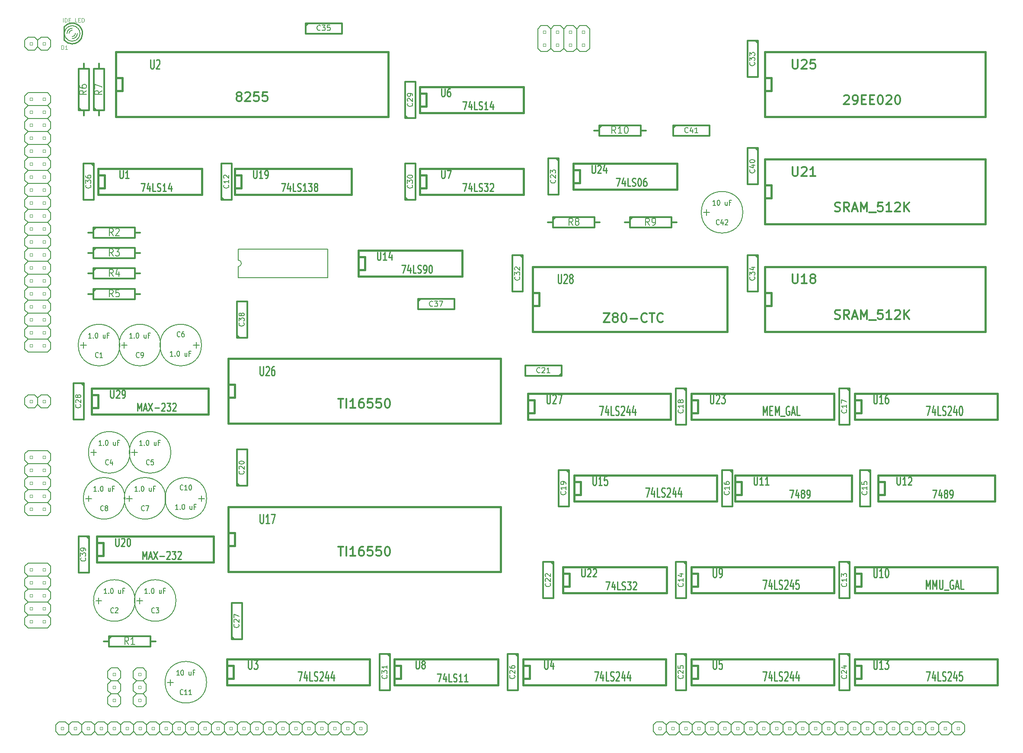
<source format=gto>
G04 (created by PCBNEW (2013-dec-23)-stable) date dom 04 gen 2015 17:22:54 CET*
%MOIN*%
G04 Gerber Fmt 3.4, Leading zero omitted, Abs format*
%FSLAX34Y34*%
G01*
G70*
G90*
G04 APERTURE LIST*
%ADD10C,0.00590551*%
%ADD11C,0.0026*%
%ADD12C,0.006*%
%ADD13C,0.01*%
%ADD14C,0.015*%
%ADD15C,0.012*%
%ADD16C,0.008*%
%ADD17C,0.0035*%
%ADD18C,0.01125*%
G04 APERTURE END LIST*
G54D10*
G54D11*
X19872Y-38037D02*
X19872Y-38237D01*
X19872Y-38237D02*
X20072Y-38237D01*
X20072Y-38037D02*
X20072Y-38237D01*
X19872Y-38037D02*
X20072Y-38037D01*
X20872Y-38037D02*
X20872Y-38237D01*
X20872Y-38237D02*
X21072Y-38237D01*
X21072Y-38037D02*
X21072Y-38237D01*
X20872Y-38037D02*
X21072Y-38037D01*
X20872Y-39037D02*
X20872Y-39237D01*
X20872Y-39237D02*
X21072Y-39237D01*
X21072Y-39037D02*
X21072Y-39237D01*
X20872Y-39037D02*
X21072Y-39037D01*
X19872Y-39037D02*
X19872Y-39237D01*
X19872Y-39237D02*
X20072Y-39237D01*
X20072Y-39037D02*
X20072Y-39237D01*
X19872Y-39037D02*
X20072Y-39037D01*
X20872Y-40037D02*
X20872Y-40237D01*
X20872Y-40237D02*
X21072Y-40237D01*
X21072Y-40037D02*
X21072Y-40237D01*
X20872Y-40037D02*
X21072Y-40037D01*
X19872Y-40037D02*
X19872Y-40237D01*
X19872Y-40237D02*
X20072Y-40237D01*
X20072Y-40037D02*
X20072Y-40237D01*
X19872Y-40037D02*
X20072Y-40037D01*
X20872Y-41037D02*
X20872Y-41237D01*
X20872Y-41237D02*
X21072Y-41237D01*
X21072Y-41037D02*
X21072Y-41237D01*
X20872Y-41037D02*
X21072Y-41037D01*
X20872Y-42037D02*
X20872Y-42237D01*
X20872Y-42237D02*
X21072Y-42237D01*
X21072Y-42037D02*
X21072Y-42237D01*
X20872Y-42037D02*
X21072Y-42037D01*
X20872Y-43037D02*
X20872Y-43237D01*
X20872Y-43237D02*
X21072Y-43237D01*
X21072Y-43037D02*
X21072Y-43237D01*
X20872Y-43037D02*
X21072Y-43037D01*
X19872Y-41037D02*
X19872Y-41237D01*
X19872Y-41237D02*
X20072Y-41237D01*
X20072Y-41037D02*
X20072Y-41237D01*
X19872Y-41037D02*
X20072Y-41037D01*
X19872Y-42037D02*
X19872Y-42237D01*
X19872Y-42237D02*
X20072Y-42237D01*
X20072Y-42037D02*
X20072Y-42237D01*
X19872Y-42037D02*
X20072Y-42037D01*
X19872Y-43037D02*
X19872Y-43237D01*
X19872Y-43237D02*
X20072Y-43237D01*
X20072Y-43037D02*
X20072Y-43237D01*
X19872Y-43037D02*
X20072Y-43037D01*
X20872Y-44037D02*
X20872Y-44237D01*
X20872Y-44237D02*
X21072Y-44237D01*
X21072Y-44037D02*
X21072Y-44237D01*
X20872Y-44037D02*
X21072Y-44037D01*
X19872Y-44037D02*
X19872Y-44237D01*
X19872Y-44237D02*
X20072Y-44237D01*
X20072Y-44037D02*
X20072Y-44237D01*
X19872Y-44037D02*
X20072Y-44037D01*
X20872Y-45037D02*
X20872Y-45237D01*
X20872Y-45237D02*
X21072Y-45237D01*
X21072Y-45037D02*
X21072Y-45237D01*
X20872Y-45037D02*
X21072Y-45037D01*
X19872Y-45037D02*
X19872Y-45237D01*
X19872Y-45237D02*
X20072Y-45237D01*
X20072Y-45037D02*
X20072Y-45237D01*
X19872Y-45037D02*
X20072Y-45037D01*
X20872Y-46037D02*
X20872Y-46237D01*
X20872Y-46237D02*
X21072Y-46237D01*
X21072Y-46037D02*
X21072Y-46237D01*
X20872Y-46037D02*
X21072Y-46037D01*
X19872Y-46037D02*
X19872Y-46237D01*
X19872Y-46237D02*
X20072Y-46237D01*
X20072Y-46037D02*
X20072Y-46237D01*
X19872Y-46037D02*
X20072Y-46037D01*
X20872Y-47037D02*
X20872Y-47237D01*
X20872Y-47237D02*
X21072Y-47237D01*
X21072Y-47037D02*
X21072Y-47237D01*
X20872Y-47037D02*
X21072Y-47037D01*
X19872Y-47037D02*
X19872Y-47237D01*
X19872Y-47237D02*
X20072Y-47237D01*
X20072Y-47037D02*
X20072Y-47237D01*
X19872Y-47037D02*
X20072Y-47037D01*
X20872Y-48037D02*
X20872Y-48237D01*
X20872Y-48237D02*
X21072Y-48237D01*
X21072Y-48037D02*
X21072Y-48237D01*
X20872Y-48037D02*
X21072Y-48037D01*
X19872Y-48037D02*
X19872Y-48237D01*
X19872Y-48237D02*
X20072Y-48237D01*
X20072Y-48037D02*
X20072Y-48237D01*
X19872Y-48037D02*
X20072Y-48037D01*
X20872Y-49037D02*
X20872Y-49237D01*
X20872Y-49237D02*
X21072Y-49237D01*
X21072Y-49037D02*
X21072Y-49237D01*
X20872Y-49037D02*
X21072Y-49037D01*
X19872Y-49037D02*
X19872Y-49237D01*
X19872Y-49237D02*
X20072Y-49237D01*
X20072Y-49037D02*
X20072Y-49237D01*
X19872Y-49037D02*
X20072Y-49037D01*
X20872Y-50037D02*
X20872Y-50237D01*
X20872Y-50237D02*
X21072Y-50237D01*
X21072Y-50037D02*
X21072Y-50237D01*
X20872Y-50037D02*
X21072Y-50037D01*
X19872Y-50037D02*
X19872Y-50237D01*
X19872Y-50237D02*
X20072Y-50237D01*
X20072Y-50037D02*
X20072Y-50237D01*
X19872Y-50037D02*
X20072Y-50037D01*
X20872Y-51037D02*
X20872Y-51237D01*
X20872Y-51237D02*
X21072Y-51237D01*
X21072Y-51037D02*
X21072Y-51237D01*
X20872Y-51037D02*
X21072Y-51037D01*
X19872Y-51037D02*
X19872Y-51237D01*
X19872Y-51237D02*
X20072Y-51237D01*
X20072Y-51037D02*
X20072Y-51237D01*
X19872Y-51037D02*
X20072Y-51037D01*
X20872Y-52037D02*
X20872Y-52237D01*
X20872Y-52237D02*
X21072Y-52237D01*
X21072Y-52037D02*
X21072Y-52237D01*
X20872Y-52037D02*
X21072Y-52037D01*
X19872Y-52037D02*
X19872Y-52237D01*
X19872Y-52237D02*
X20072Y-52237D01*
X20072Y-52037D02*
X20072Y-52237D01*
X19872Y-52037D02*
X20072Y-52037D01*
X20872Y-53037D02*
X20872Y-53237D01*
X20872Y-53237D02*
X21072Y-53237D01*
X21072Y-53037D02*
X21072Y-53237D01*
X20872Y-53037D02*
X21072Y-53037D01*
X19872Y-53037D02*
X19872Y-53237D01*
X19872Y-53237D02*
X20072Y-53237D01*
X20072Y-53037D02*
X20072Y-53237D01*
X19872Y-53037D02*
X20072Y-53037D01*
X20872Y-54037D02*
X20872Y-54237D01*
X20872Y-54237D02*
X21072Y-54237D01*
X21072Y-54037D02*
X21072Y-54237D01*
X20872Y-54037D02*
X21072Y-54037D01*
X19872Y-54037D02*
X19872Y-54237D01*
X19872Y-54237D02*
X20072Y-54237D01*
X20072Y-54037D02*
X20072Y-54237D01*
X19872Y-54037D02*
X20072Y-54037D01*
X20872Y-55037D02*
X20872Y-55237D01*
X20872Y-55237D02*
X21072Y-55237D01*
X21072Y-55037D02*
X21072Y-55237D01*
X20872Y-55037D02*
X21072Y-55037D01*
X19872Y-55037D02*
X19872Y-55237D01*
X19872Y-55237D02*
X20072Y-55237D01*
X20072Y-55037D02*
X20072Y-55237D01*
X19872Y-55037D02*
X20072Y-55037D01*
X20872Y-56037D02*
X20872Y-56237D01*
X20872Y-56237D02*
X21072Y-56237D01*
X21072Y-56037D02*
X21072Y-56237D01*
X20872Y-56037D02*
X21072Y-56037D01*
X19872Y-56037D02*
X19872Y-56237D01*
X19872Y-56237D02*
X20072Y-56237D01*
X20072Y-56037D02*
X20072Y-56237D01*
X19872Y-56037D02*
X20072Y-56037D01*
X20872Y-57037D02*
X20872Y-57237D01*
X20872Y-57237D02*
X21072Y-57237D01*
X21072Y-57037D02*
X21072Y-57237D01*
X20872Y-57037D02*
X21072Y-57037D01*
X19872Y-57037D02*
X19872Y-57237D01*
X19872Y-57237D02*
X20072Y-57237D01*
X20072Y-57037D02*
X20072Y-57237D01*
X19872Y-57037D02*
X20072Y-57037D01*
G54D12*
X19722Y-37637D02*
X19472Y-37887D01*
X19472Y-37887D02*
X19472Y-38387D01*
X19472Y-38387D02*
X19722Y-38637D01*
X19722Y-38637D02*
X19472Y-38887D01*
X19472Y-38887D02*
X19472Y-39387D01*
X19472Y-39387D02*
X19722Y-39637D01*
X19722Y-39637D02*
X19472Y-39887D01*
X19472Y-39887D02*
X19472Y-40387D01*
X19472Y-40387D02*
X19722Y-40637D01*
X19722Y-40637D02*
X19472Y-40887D01*
X19472Y-40887D02*
X19472Y-41387D01*
X19472Y-41387D02*
X19722Y-41637D01*
X19722Y-41637D02*
X19472Y-41887D01*
X19472Y-41887D02*
X19472Y-42387D01*
X19472Y-42387D02*
X19722Y-42637D01*
X19722Y-42637D02*
X19472Y-42887D01*
X19472Y-42887D02*
X19472Y-43387D01*
X19472Y-43387D02*
X19722Y-43637D01*
X19722Y-37637D02*
X21222Y-37637D01*
X21222Y-37637D02*
X21472Y-37887D01*
X21472Y-37887D02*
X21472Y-38387D01*
X21472Y-38387D02*
X21222Y-38637D01*
X21222Y-38637D02*
X21472Y-38887D01*
X21472Y-38887D02*
X21472Y-39387D01*
X21472Y-39387D02*
X21222Y-39637D01*
X21222Y-39637D02*
X21472Y-39887D01*
X21472Y-39887D02*
X21472Y-40387D01*
X21472Y-40387D02*
X21222Y-40637D01*
X21222Y-40637D02*
X21472Y-40887D01*
X21472Y-40887D02*
X21472Y-41387D01*
X21472Y-41387D02*
X21222Y-41637D01*
X21222Y-41637D02*
X21472Y-41887D01*
X21472Y-41887D02*
X21472Y-42387D01*
X21472Y-42387D02*
X21222Y-42637D01*
X21222Y-42637D02*
X21472Y-42887D01*
X21472Y-42887D02*
X21472Y-43387D01*
X21472Y-43387D02*
X21222Y-43637D01*
X21222Y-43637D02*
X21472Y-43887D01*
X21472Y-43887D02*
X21472Y-44387D01*
X21472Y-44387D02*
X21222Y-44637D01*
X21222Y-44637D02*
X21472Y-44887D01*
X21472Y-44887D02*
X21472Y-45387D01*
X21472Y-45387D02*
X21222Y-45637D01*
X21222Y-45637D02*
X21472Y-45887D01*
X21472Y-45887D02*
X21472Y-46387D01*
X21472Y-46387D02*
X21222Y-46637D01*
X21222Y-46637D02*
X21472Y-46887D01*
X21472Y-46887D02*
X21472Y-47387D01*
X21472Y-47387D02*
X21222Y-47637D01*
X21222Y-47637D02*
X21472Y-47887D01*
X21472Y-47887D02*
X21472Y-48387D01*
X21472Y-48387D02*
X21222Y-48637D01*
X21222Y-48637D02*
X21472Y-48887D01*
X21472Y-48887D02*
X21472Y-49387D01*
X21222Y-49637D02*
X21472Y-49387D01*
X21222Y-49637D02*
X21472Y-49887D01*
X21472Y-50387D02*
X21472Y-49887D01*
X21472Y-50387D02*
X21222Y-50637D01*
X21222Y-50637D02*
X21472Y-50887D01*
X21472Y-51387D02*
X21472Y-50887D01*
X21472Y-51387D02*
X21222Y-51637D01*
X21222Y-51637D02*
X21472Y-51887D01*
X21472Y-52387D02*
X21472Y-51887D01*
X21472Y-52387D02*
X21222Y-52637D01*
X21222Y-52637D02*
X21472Y-52887D01*
X21472Y-53387D02*
X21472Y-52887D01*
X21472Y-53387D02*
X21222Y-53637D01*
X21222Y-53637D02*
X21472Y-53887D01*
X21472Y-54387D02*
X21472Y-53887D01*
X21472Y-54387D02*
X21222Y-54637D01*
X21222Y-54637D02*
X21472Y-54887D01*
X21472Y-55387D02*
X21472Y-54887D01*
X21472Y-55387D02*
X21222Y-55637D01*
X21222Y-55637D02*
X21472Y-55887D01*
X21472Y-56387D02*
X21472Y-55887D01*
X21472Y-56387D02*
X21222Y-56637D01*
X19722Y-56637D02*
X19472Y-56387D01*
X19472Y-56387D02*
X19472Y-55887D01*
X19722Y-55637D02*
X19472Y-55887D01*
X19722Y-55637D02*
X19472Y-55387D01*
X19472Y-55387D02*
X19472Y-54887D01*
X19722Y-54637D02*
X19472Y-54887D01*
X19722Y-54637D02*
X19472Y-54387D01*
X19472Y-54387D02*
X19472Y-53887D01*
X19722Y-53637D02*
X19472Y-53887D01*
X19722Y-53637D02*
X19472Y-53387D01*
X19472Y-52887D02*
X19472Y-53387D01*
X19472Y-52887D02*
X19722Y-52637D01*
X19722Y-52637D02*
X19472Y-52387D01*
X19472Y-51887D02*
X19472Y-52387D01*
X19472Y-51887D02*
X19722Y-51637D01*
X19722Y-51637D02*
X19472Y-51387D01*
X19472Y-51387D02*
X19472Y-50887D01*
X19722Y-50637D02*
X19472Y-50887D01*
X19722Y-50637D02*
X19472Y-50387D01*
X19472Y-50387D02*
X19472Y-49887D01*
X19722Y-49637D02*
X19472Y-49887D01*
X19722Y-49637D02*
X19472Y-49387D01*
X19472Y-49387D02*
X19472Y-48887D01*
X19722Y-48637D02*
X19472Y-48887D01*
X19722Y-48637D02*
X19472Y-48387D01*
X19472Y-48387D02*
X19472Y-47887D01*
X19722Y-47637D02*
X19472Y-47887D01*
X19722Y-47637D02*
X19472Y-47387D01*
X19472Y-47387D02*
X19472Y-46887D01*
X19722Y-46637D02*
X19472Y-46887D01*
X19722Y-46637D02*
X19472Y-46387D01*
X19472Y-46387D02*
X19472Y-45887D01*
X19722Y-45637D02*
X19472Y-45887D01*
X19722Y-45637D02*
X19472Y-45387D01*
X19472Y-45387D02*
X19472Y-44887D01*
X19722Y-44637D02*
X19472Y-44887D01*
X19722Y-44637D02*
X19472Y-44387D01*
X19472Y-44387D02*
X19472Y-43887D01*
X19722Y-43637D02*
X19472Y-43887D01*
X21222Y-38637D02*
X19722Y-38637D01*
X21222Y-39637D02*
X19722Y-39637D01*
X21222Y-40637D02*
X19722Y-40637D01*
X21222Y-41637D02*
X19722Y-41637D01*
X21222Y-42637D02*
X19722Y-42637D01*
X21222Y-43637D02*
X19722Y-43637D01*
X21222Y-44637D02*
X19722Y-44637D01*
X21222Y-45637D02*
X19722Y-45637D01*
X21222Y-46637D02*
X19722Y-46637D01*
X21222Y-47637D02*
X19722Y-47637D01*
X21222Y-48637D02*
X19722Y-48637D01*
X21222Y-49637D02*
X19722Y-49637D01*
X21222Y-50637D02*
X19722Y-50637D01*
X21222Y-51637D02*
X19722Y-51637D01*
X21222Y-52637D02*
X19722Y-52637D01*
X21222Y-53637D02*
X19722Y-53637D01*
X21222Y-54637D02*
X19722Y-54637D01*
X21222Y-55637D02*
X19722Y-55637D01*
X21222Y-56637D02*
X19722Y-56637D01*
X21222Y-56637D02*
X21472Y-56887D01*
X21472Y-57387D02*
X21472Y-56887D01*
X21472Y-57387D02*
X21222Y-57637D01*
X19722Y-57637D02*
X19472Y-57387D01*
X19472Y-57387D02*
X19472Y-56887D01*
X19722Y-56637D02*
X19472Y-56887D01*
X21222Y-57637D02*
X19722Y-57637D01*
G54D11*
X21072Y-69816D02*
X21072Y-69616D01*
X21072Y-69616D02*
X20872Y-69616D01*
X20872Y-69816D02*
X20872Y-69616D01*
X21072Y-69816D02*
X20872Y-69816D01*
X20072Y-69816D02*
X20072Y-69616D01*
X20072Y-69616D02*
X19872Y-69616D01*
X19872Y-69816D02*
X19872Y-69616D01*
X20072Y-69816D02*
X19872Y-69816D01*
X20072Y-68816D02*
X20072Y-68616D01*
X20072Y-68616D02*
X19872Y-68616D01*
X19872Y-68816D02*
X19872Y-68616D01*
X20072Y-68816D02*
X19872Y-68816D01*
X21072Y-68816D02*
X21072Y-68616D01*
X21072Y-68616D02*
X20872Y-68616D01*
X20872Y-68816D02*
X20872Y-68616D01*
X21072Y-68816D02*
X20872Y-68816D01*
X20072Y-67816D02*
X20072Y-67616D01*
X20072Y-67616D02*
X19872Y-67616D01*
X19872Y-67816D02*
X19872Y-67616D01*
X20072Y-67816D02*
X19872Y-67816D01*
X21072Y-67816D02*
X21072Y-67616D01*
X21072Y-67616D02*
X20872Y-67616D01*
X20872Y-67816D02*
X20872Y-67616D01*
X21072Y-67816D02*
X20872Y-67816D01*
X20072Y-66816D02*
X20072Y-66616D01*
X20072Y-66616D02*
X19872Y-66616D01*
X19872Y-66816D02*
X19872Y-66616D01*
X20072Y-66816D02*
X19872Y-66816D01*
X21072Y-66816D02*
X21072Y-66616D01*
X21072Y-66616D02*
X20872Y-66616D01*
X20872Y-66816D02*
X20872Y-66616D01*
X21072Y-66816D02*
X20872Y-66816D01*
X20072Y-65816D02*
X20072Y-65616D01*
X20072Y-65616D02*
X19872Y-65616D01*
X19872Y-65816D02*
X19872Y-65616D01*
X20072Y-65816D02*
X19872Y-65816D01*
X21072Y-65816D02*
X21072Y-65616D01*
X21072Y-65616D02*
X20872Y-65616D01*
X20872Y-65816D02*
X20872Y-65616D01*
X21072Y-65816D02*
X20872Y-65816D01*
G54D12*
X21222Y-70216D02*
X21472Y-69966D01*
X21472Y-69466D02*
X21222Y-69216D01*
X21222Y-69216D02*
X21472Y-68966D01*
X21472Y-68466D02*
X21222Y-68216D01*
X21222Y-68216D02*
X21472Y-67966D01*
X21472Y-67466D02*
X21222Y-67216D01*
X21222Y-67216D02*
X21472Y-66966D01*
X21472Y-66466D02*
X21222Y-66216D01*
X21222Y-70216D02*
X19722Y-70216D01*
X19722Y-70216D02*
X19472Y-69966D01*
X19472Y-69966D02*
X19472Y-69466D01*
X19472Y-69466D02*
X19722Y-69216D01*
X19722Y-69216D02*
X19472Y-68966D01*
X19472Y-68966D02*
X19472Y-68466D01*
X19472Y-68466D02*
X19722Y-68216D01*
X19722Y-68216D02*
X19472Y-67966D01*
X19472Y-67966D02*
X19472Y-67466D01*
X19472Y-67466D02*
X19722Y-67216D01*
X19722Y-67216D02*
X19472Y-66966D01*
X19472Y-66966D02*
X19472Y-66466D01*
X19472Y-66466D02*
X19722Y-66216D01*
X19722Y-69216D02*
X21222Y-69216D01*
X19722Y-68216D02*
X21222Y-68216D01*
X19722Y-67216D02*
X21222Y-67216D01*
X19722Y-66216D02*
X21222Y-66216D01*
X21472Y-66966D02*
X21472Y-66466D01*
X21472Y-67966D02*
X21472Y-67466D01*
X21472Y-68966D02*
X21472Y-68466D01*
X21472Y-69966D02*
X21472Y-69466D01*
X21222Y-66216D02*
X21472Y-65966D01*
X21472Y-65466D02*
X21222Y-65216D01*
X19722Y-66216D02*
X19472Y-65966D01*
X19472Y-65966D02*
X19472Y-65466D01*
X19472Y-65466D02*
X19722Y-65216D01*
X19722Y-65216D02*
X21222Y-65216D01*
X21472Y-65966D02*
X21472Y-65466D01*
G54D11*
X21072Y-78477D02*
X21072Y-78277D01*
X21072Y-78277D02*
X20872Y-78277D01*
X20872Y-78477D02*
X20872Y-78277D01*
X21072Y-78477D02*
X20872Y-78477D01*
X20072Y-78477D02*
X20072Y-78277D01*
X20072Y-78277D02*
X19872Y-78277D01*
X19872Y-78477D02*
X19872Y-78277D01*
X20072Y-78477D02*
X19872Y-78477D01*
X20072Y-77477D02*
X20072Y-77277D01*
X20072Y-77277D02*
X19872Y-77277D01*
X19872Y-77477D02*
X19872Y-77277D01*
X20072Y-77477D02*
X19872Y-77477D01*
X21072Y-77477D02*
X21072Y-77277D01*
X21072Y-77277D02*
X20872Y-77277D01*
X20872Y-77477D02*
X20872Y-77277D01*
X21072Y-77477D02*
X20872Y-77477D01*
X20072Y-76477D02*
X20072Y-76277D01*
X20072Y-76277D02*
X19872Y-76277D01*
X19872Y-76477D02*
X19872Y-76277D01*
X20072Y-76477D02*
X19872Y-76477D01*
X21072Y-76477D02*
X21072Y-76277D01*
X21072Y-76277D02*
X20872Y-76277D01*
X20872Y-76477D02*
X20872Y-76277D01*
X21072Y-76477D02*
X20872Y-76477D01*
X20072Y-75477D02*
X20072Y-75277D01*
X20072Y-75277D02*
X19872Y-75277D01*
X19872Y-75477D02*
X19872Y-75277D01*
X20072Y-75477D02*
X19872Y-75477D01*
X21072Y-75477D02*
X21072Y-75277D01*
X21072Y-75277D02*
X20872Y-75277D01*
X20872Y-75477D02*
X20872Y-75277D01*
X21072Y-75477D02*
X20872Y-75477D01*
X20072Y-74477D02*
X20072Y-74277D01*
X20072Y-74277D02*
X19872Y-74277D01*
X19872Y-74477D02*
X19872Y-74277D01*
X20072Y-74477D02*
X19872Y-74477D01*
X21072Y-74477D02*
X21072Y-74277D01*
X21072Y-74277D02*
X20872Y-74277D01*
X20872Y-74477D02*
X20872Y-74277D01*
X21072Y-74477D02*
X20872Y-74477D01*
G54D12*
X21222Y-78877D02*
X21472Y-78627D01*
X21472Y-78127D02*
X21222Y-77877D01*
X21222Y-77877D02*
X21472Y-77627D01*
X21472Y-77127D02*
X21222Y-76877D01*
X21222Y-76877D02*
X21472Y-76627D01*
X21472Y-76127D02*
X21222Y-75877D01*
X21222Y-75877D02*
X21472Y-75627D01*
X21472Y-75127D02*
X21222Y-74877D01*
X21222Y-78877D02*
X19722Y-78877D01*
X19722Y-78877D02*
X19472Y-78627D01*
X19472Y-78627D02*
X19472Y-78127D01*
X19472Y-78127D02*
X19722Y-77877D01*
X19722Y-77877D02*
X19472Y-77627D01*
X19472Y-77627D02*
X19472Y-77127D01*
X19472Y-77127D02*
X19722Y-76877D01*
X19722Y-76877D02*
X19472Y-76627D01*
X19472Y-76627D02*
X19472Y-76127D01*
X19472Y-76127D02*
X19722Y-75877D01*
X19722Y-75877D02*
X19472Y-75627D01*
X19472Y-75627D02*
X19472Y-75127D01*
X19472Y-75127D02*
X19722Y-74877D01*
X19722Y-77877D02*
X21222Y-77877D01*
X19722Y-76877D02*
X21222Y-76877D01*
X19722Y-75877D02*
X21222Y-75877D01*
X19722Y-74877D02*
X21222Y-74877D01*
X21472Y-75627D02*
X21472Y-75127D01*
X21472Y-76627D02*
X21472Y-76127D01*
X21472Y-77627D02*
X21472Y-77127D01*
X21472Y-78627D02*
X21472Y-78127D01*
X21222Y-74877D02*
X21472Y-74627D01*
X21472Y-74127D02*
X21222Y-73877D01*
X19722Y-74877D02*
X19472Y-74627D01*
X19472Y-74627D02*
X19472Y-74127D01*
X19472Y-74127D02*
X19722Y-73877D01*
X19722Y-73877D02*
X21222Y-73877D01*
X21472Y-74627D02*
X21472Y-74127D01*
G54D11*
X19872Y-33958D02*
X20072Y-33958D01*
X20072Y-33958D02*
X20072Y-33758D01*
X19872Y-33758D02*
X20072Y-33758D01*
X19872Y-33958D02*
X19872Y-33758D01*
X20872Y-33958D02*
X21072Y-33958D01*
X21072Y-33958D02*
X21072Y-33758D01*
X20872Y-33758D02*
X21072Y-33758D01*
X20872Y-33958D02*
X20872Y-33758D01*
G54D12*
X19722Y-33358D02*
X20222Y-33358D01*
X20222Y-33358D02*
X20472Y-33608D01*
X20472Y-33608D02*
X20472Y-34108D01*
X20472Y-34108D02*
X20222Y-34358D01*
X19472Y-33608D02*
X19472Y-34108D01*
X19722Y-33358D02*
X19472Y-33608D01*
X19472Y-34108D02*
X19722Y-34358D01*
X20222Y-34358D02*
X19722Y-34358D01*
X20472Y-33608D02*
X20722Y-33358D01*
X20722Y-33358D02*
X21222Y-33358D01*
X21222Y-33358D02*
X21472Y-33608D01*
X21472Y-33608D02*
X21472Y-34108D01*
X21472Y-34108D02*
X21222Y-34358D01*
X21222Y-34358D02*
X20722Y-34358D01*
X20722Y-34358D02*
X20472Y-34108D01*
G54D11*
X19872Y-61517D02*
X20072Y-61517D01*
X20072Y-61517D02*
X20072Y-61317D01*
X19872Y-61317D02*
X20072Y-61317D01*
X19872Y-61517D02*
X19872Y-61317D01*
X20872Y-61517D02*
X21072Y-61517D01*
X21072Y-61517D02*
X21072Y-61317D01*
X20872Y-61317D02*
X21072Y-61317D01*
X20872Y-61517D02*
X20872Y-61317D01*
G54D12*
X19722Y-60917D02*
X20222Y-60917D01*
X20222Y-60917D02*
X20472Y-61167D01*
X20472Y-61167D02*
X20472Y-61667D01*
X20472Y-61667D02*
X20222Y-61917D01*
X19472Y-61167D02*
X19472Y-61667D01*
X19722Y-60917D02*
X19472Y-61167D01*
X19472Y-61667D02*
X19722Y-61917D01*
X20222Y-61917D02*
X19722Y-61917D01*
X20472Y-61167D02*
X20722Y-60917D01*
X20722Y-60917D02*
X21222Y-60917D01*
X21222Y-60917D02*
X21472Y-61167D01*
X21472Y-61167D02*
X21472Y-61667D01*
X21472Y-61667D02*
X21222Y-61917D01*
X21222Y-61917D02*
X20722Y-61917D01*
X20722Y-61917D02*
X20472Y-61667D01*
X35921Y-51037D02*
X35921Y-51887D01*
X42819Y-49687D02*
X35921Y-49687D01*
X35921Y-49687D02*
X35921Y-50537D01*
X35921Y-51887D02*
X42819Y-51887D01*
X42819Y-51887D02*
X42819Y-49687D01*
X35921Y-51037D02*
G75*
G03X35921Y-50537I0J250D01*
G74*
G01*
G54D13*
X22508Y-32570D02*
X22508Y-33570D01*
G54D12*
X23589Y-33454D02*
G75*
G03X23728Y-33070I-460J384D01*
G74*
G01*
X23727Y-33070D02*
G75*
G03X23576Y-32673I-599J0D01*
G74*
G01*
X22529Y-33070D02*
G75*
G03X22673Y-33460I599J0D01*
G74*
G01*
X22667Y-32686D02*
G75*
G03X22528Y-33070I460J-384D01*
G74*
G01*
X22640Y-33420D02*
G75*
G03X23128Y-33670I487J349D01*
G74*
G01*
X23128Y-33670D02*
G75*
G03X23608Y-33431I0J600D01*
G74*
G01*
X23128Y-32471D02*
G75*
G03X22655Y-32702I0J-599D01*
G74*
G01*
X23601Y-32702D02*
G75*
G03X23128Y-32470I-473J-368D01*
G74*
G01*
X23128Y-33320D02*
G75*
G03X23378Y-33070I0J250D01*
G74*
G01*
X23128Y-33470D02*
G75*
G03X23528Y-33070I0J400D01*
G74*
G01*
X23128Y-32820D02*
G75*
G03X22878Y-33070I0J-250D01*
G74*
G01*
X23128Y-32670D02*
G75*
G03X22728Y-33070I0J-399D01*
G74*
G01*
G54D13*
X22514Y-33584D02*
G75*
G03X23128Y-33870I613J513D01*
G74*
G01*
X23128Y-33869D02*
G75*
G03X23833Y-33447I0J799D01*
G74*
G01*
X23126Y-32271D02*
G75*
G03X22518Y-32555I1J-798D01*
G74*
G01*
X23822Y-32673D02*
G75*
G03X23128Y-32270I-694J-397D01*
G74*
G01*
X23832Y-33450D02*
G75*
G03X23928Y-33070I-704J379D01*
G74*
G01*
X23927Y-33070D02*
G75*
G03X23809Y-32651I-799J0D01*
G74*
G01*
G54D14*
X35169Y-60129D02*
X35669Y-60129D01*
X35669Y-60129D02*
X35669Y-61129D01*
X35669Y-61129D02*
X35169Y-61129D01*
X35169Y-58129D02*
X56169Y-58129D01*
X56169Y-58129D02*
X56169Y-63129D01*
X56169Y-63129D02*
X35169Y-63129D01*
X35169Y-63129D02*
X35169Y-58129D01*
X26507Y-36507D02*
X27007Y-36507D01*
X27007Y-36507D02*
X27007Y-37507D01*
X27007Y-37507D02*
X26507Y-37507D01*
X26507Y-34507D02*
X47507Y-34507D01*
X47507Y-34507D02*
X47507Y-39507D01*
X47507Y-39507D02*
X26507Y-39507D01*
X26507Y-39507D02*
X26507Y-34507D01*
X35169Y-71547D02*
X35669Y-71547D01*
X35669Y-71547D02*
X35669Y-72547D01*
X35669Y-72547D02*
X35169Y-72547D01*
X35169Y-69547D02*
X56169Y-69547D01*
X56169Y-69547D02*
X56169Y-74547D01*
X56169Y-74547D02*
X35169Y-74547D01*
X35169Y-74547D02*
X35169Y-69547D01*
X76539Y-51043D02*
X93539Y-51043D01*
X93539Y-51043D02*
X93539Y-56043D01*
X93539Y-56043D02*
X76539Y-56043D01*
X76539Y-56043D02*
X76539Y-51043D01*
X76539Y-54043D02*
X77039Y-54043D01*
X77039Y-54043D02*
X77039Y-53043D01*
X77039Y-53043D02*
X76539Y-53043D01*
X76539Y-34507D02*
X93539Y-34507D01*
X93539Y-34507D02*
X93539Y-39507D01*
X93539Y-39507D02*
X76539Y-39507D01*
X76539Y-39507D02*
X76539Y-34507D01*
X76539Y-37507D02*
X77039Y-37507D01*
X77039Y-37507D02*
X77039Y-36507D01*
X77039Y-36507D02*
X76539Y-36507D01*
X76539Y-42775D02*
X93539Y-42775D01*
X93539Y-42775D02*
X93539Y-47775D01*
X93539Y-47775D02*
X76539Y-47775D01*
X76539Y-47775D02*
X76539Y-42775D01*
X76539Y-45775D02*
X77039Y-45775D01*
X77039Y-45775D02*
X77039Y-44775D01*
X77039Y-44775D02*
X76539Y-44775D01*
X83476Y-81783D02*
X83976Y-81783D01*
X83976Y-81783D02*
X83976Y-82783D01*
X83976Y-82783D02*
X83476Y-82783D01*
X83476Y-81283D02*
X94476Y-81283D01*
X94476Y-81283D02*
X94476Y-83283D01*
X94476Y-83283D02*
X83476Y-83283D01*
X83476Y-83283D02*
X83476Y-81283D01*
X58279Y-61311D02*
X58779Y-61311D01*
X58779Y-61311D02*
X58779Y-62311D01*
X58779Y-62311D02*
X58279Y-62311D01*
X58279Y-60811D02*
X69279Y-60811D01*
X69279Y-60811D02*
X69279Y-62811D01*
X69279Y-62811D02*
X58279Y-62811D01*
X58279Y-62811D02*
X58279Y-60811D01*
X70877Y-61311D02*
X71377Y-61311D01*
X71377Y-61311D02*
X71377Y-62311D01*
X71377Y-62311D02*
X70877Y-62311D01*
X70877Y-60811D02*
X81877Y-60811D01*
X81877Y-60811D02*
X81877Y-62811D01*
X81877Y-62811D02*
X70877Y-62811D01*
X70877Y-62811D02*
X70877Y-60811D01*
X70877Y-74696D02*
X71377Y-74696D01*
X71377Y-74696D02*
X71377Y-75696D01*
X71377Y-75696D02*
X70877Y-75696D01*
X70877Y-74196D02*
X81877Y-74196D01*
X81877Y-74196D02*
X81877Y-76196D01*
X81877Y-76196D02*
X70877Y-76196D01*
X70877Y-76196D02*
X70877Y-74196D01*
X61822Y-67610D02*
X62322Y-67610D01*
X62322Y-67610D02*
X62322Y-68610D01*
X62322Y-68610D02*
X61822Y-68610D01*
X61822Y-67110D02*
X72822Y-67110D01*
X72822Y-67110D02*
X72822Y-69110D01*
X72822Y-69110D02*
X61822Y-69110D01*
X61822Y-69110D02*
X61822Y-67110D01*
X83476Y-61311D02*
X83976Y-61311D01*
X83976Y-61311D02*
X83976Y-62311D01*
X83976Y-62311D02*
X83476Y-62311D01*
X83476Y-60811D02*
X94476Y-60811D01*
X94476Y-60811D02*
X94476Y-62811D01*
X94476Y-62811D02*
X83476Y-62811D01*
X83476Y-62811D02*
X83476Y-60811D01*
X83476Y-74696D02*
X83976Y-74696D01*
X83976Y-74696D02*
X83976Y-75696D01*
X83976Y-75696D02*
X83476Y-75696D01*
X83476Y-74196D02*
X94476Y-74196D01*
X94476Y-74196D02*
X94476Y-76196D01*
X94476Y-76196D02*
X83476Y-76196D01*
X83476Y-76196D02*
X83476Y-74196D01*
X35051Y-81783D02*
X35551Y-81783D01*
X35551Y-81783D02*
X35551Y-82783D01*
X35551Y-82783D02*
X35051Y-82783D01*
X35051Y-81283D02*
X46051Y-81283D01*
X46051Y-81283D02*
X46051Y-83283D01*
X46051Y-83283D02*
X35051Y-83283D01*
X35051Y-83283D02*
X35051Y-81283D01*
X57885Y-81783D02*
X58385Y-81783D01*
X58385Y-81783D02*
X58385Y-82783D01*
X58385Y-82783D02*
X57885Y-82783D01*
X57885Y-81283D02*
X68885Y-81283D01*
X68885Y-81283D02*
X68885Y-83283D01*
X68885Y-83283D02*
X57885Y-83283D01*
X57885Y-83283D02*
X57885Y-81283D01*
X70877Y-81783D02*
X71377Y-81783D01*
X71377Y-81783D02*
X71377Y-82783D01*
X71377Y-82783D02*
X70877Y-82783D01*
X70877Y-81283D02*
X81877Y-81283D01*
X81877Y-81283D02*
X81877Y-83283D01*
X81877Y-83283D02*
X70877Y-83283D01*
X70877Y-83283D02*
X70877Y-81283D01*
X25027Y-72334D02*
X25027Y-72334D01*
X25027Y-72334D02*
X25527Y-72334D01*
X25527Y-72334D02*
X25527Y-73334D01*
X25527Y-73334D02*
X25027Y-73334D01*
X25027Y-71834D02*
X34027Y-71834D01*
X34027Y-71834D02*
X34027Y-73834D01*
X34027Y-73834D02*
X25027Y-73834D01*
X25027Y-73834D02*
X25027Y-71834D01*
X24633Y-60917D02*
X24633Y-60917D01*
X24633Y-60917D02*
X25133Y-60917D01*
X25133Y-60917D02*
X25133Y-61917D01*
X25133Y-61917D02*
X24633Y-61917D01*
X24633Y-60417D02*
X33633Y-60417D01*
X33633Y-60417D02*
X33633Y-62417D01*
X33633Y-62417D02*
X24633Y-62417D01*
X24633Y-62417D02*
X24633Y-60417D01*
X35657Y-43988D02*
X35657Y-43988D01*
X35657Y-43988D02*
X36157Y-43988D01*
X36157Y-43988D02*
X36157Y-44988D01*
X36157Y-44988D02*
X35657Y-44988D01*
X35657Y-43488D02*
X44657Y-43488D01*
X44657Y-43488D02*
X44657Y-45488D01*
X44657Y-45488D02*
X35657Y-45488D01*
X35657Y-45488D02*
X35657Y-43488D01*
X74240Y-67610D02*
X74240Y-67610D01*
X74240Y-67610D02*
X74740Y-67610D01*
X74740Y-67610D02*
X74740Y-68610D01*
X74740Y-68610D02*
X74240Y-68610D01*
X74240Y-67110D02*
X83240Y-67110D01*
X83240Y-67110D02*
X83240Y-69110D01*
X83240Y-69110D02*
X74240Y-69110D01*
X74240Y-69110D02*
X74240Y-67110D01*
X85263Y-67610D02*
X85263Y-67610D01*
X85263Y-67610D02*
X85763Y-67610D01*
X85763Y-67610D02*
X85763Y-68610D01*
X85763Y-68610D02*
X85263Y-68610D01*
X85263Y-67110D02*
X94263Y-67110D01*
X94263Y-67110D02*
X94263Y-69110D01*
X94263Y-69110D02*
X85263Y-69110D01*
X85263Y-69110D02*
X85263Y-67110D01*
X60960Y-74196D02*
X68960Y-74196D01*
X68960Y-76196D02*
X60960Y-76196D01*
X60960Y-76196D02*
X60960Y-74196D01*
X60960Y-74696D02*
X61460Y-74696D01*
X61460Y-74696D02*
X61460Y-75696D01*
X61460Y-75696D02*
X60960Y-75696D01*
X68960Y-74196D02*
X68960Y-76196D01*
X49937Y-37188D02*
X57937Y-37188D01*
X57937Y-39188D02*
X49937Y-39188D01*
X49937Y-39188D02*
X49937Y-37188D01*
X49937Y-37688D02*
X50437Y-37688D01*
X50437Y-37688D02*
X50437Y-38688D01*
X50437Y-38688D02*
X49937Y-38688D01*
X57937Y-37188D02*
X57937Y-39188D01*
X45212Y-49787D02*
X53212Y-49787D01*
X53212Y-51787D02*
X45212Y-51787D01*
X45212Y-51787D02*
X45212Y-49787D01*
X45212Y-50287D02*
X45712Y-50287D01*
X45712Y-50287D02*
X45712Y-51287D01*
X45712Y-51287D02*
X45212Y-51287D01*
X53212Y-49787D02*
X53212Y-51787D01*
X47968Y-81283D02*
X55968Y-81283D01*
X55968Y-83283D02*
X47968Y-83283D01*
X47968Y-83283D02*
X47968Y-81283D01*
X47968Y-81783D02*
X48468Y-81783D01*
X48468Y-81783D02*
X48468Y-82783D01*
X48468Y-82783D02*
X47968Y-82783D01*
X55968Y-81283D02*
X55968Y-83283D01*
X61748Y-43094D02*
X69748Y-43094D01*
X69748Y-45094D02*
X61748Y-45094D01*
X61748Y-45094D02*
X61748Y-43094D01*
X61748Y-43594D02*
X62248Y-43594D01*
X62248Y-43594D02*
X62248Y-44594D01*
X62248Y-44594D02*
X61748Y-44594D01*
X69748Y-43094D02*
X69748Y-45094D01*
X49937Y-43488D02*
X57937Y-43488D01*
X57937Y-45488D02*
X49937Y-45488D01*
X49937Y-45488D02*
X49937Y-43488D01*
X49937Y-43988D02*
X50437Y-43988D01*
X50437Y-43988D02*
X50437Y-44988D01*
X50437Y-44988D02*
X49937Y-44988D01*
X57937Y-43488D02*
X57937Y-45488D01*
X25133Y-43488D02*
X33133Y-43488D01*
X33133Y-45488D02*
X25133Y-45488D01*
X25133Y-45488D02*
X25133Y-43488D01*
X25133Y-43988D02*
X25633Y-43988D01*
X25633Y-43988D02*
X25633Y-44988D01*
X25633Y-44988D02*
X25133Y-44988D01*
X33133Y-43488D02*
X33133Y-45488D01*
G54D15*
X41119Y-32277D02*
X43919Y-32277D01*
X43919Y-32277D02*
X43919Y-33077D01*
X43919Y-33077D02*
X41119Y-33077D01*
X41119Y-33077D02*
X41119Y-32277D01*
X41119Y-32477D02*
X41319Y-32277D01*
X24809Y-43088D02*
X24809Y-45888D01*
X24809Y-45888D02*
X24009Y-45888D01*
X24009Y-45888D02*
X24009Y-43088D01*
X24009Y-43088D02*
X24809Y-43088D01*
X24609Y-43088D02*
X24809Y-43288D01*
X49781Y-53537D02*
X52581Y-53537D01*
X52581Y-53537D02*
X52581Y-54337D01*
X52581Y-54337D02*
X49781Y-54337D01*
X49781Y-54337D02*
X49781Y-53537D01*
X49781Y-53737D02*
X49981Y-53537D01*
X35820Y-56518D02*
X35820Y-53718D01*
X35820Y-53718D02*
X36620Y-53718D01*
X36620Y-53718D02*
X36620Y-56518D01*
X36620Y-56518D02*
X35820Y-56518D01*
X36020Y-56518D02*
X35820Y-56318D01*
X24415Y-71828D02*
X24415Y-74628D01*
X24415Y-74628D02*
X23615Y-74628D01*
X23615Y-74628D02*
X23615Y-71828D01*
X23615Y-71828D02*
X24415Y-71828D01*
X24215Y-71828D02*
X24415Y-72028D01*
X75990Y-41907D02*
X75990Y-44707D01*
X75990Y-44707D02*
X75190Y-44707D01*
X75190Y-44707D02*
X75190Y-41907D01*
X75190Y-41907D02*
X75990Y-41907D01*
X75790Y-41907D02*
X75990Y-42107D01*
X61423Y-66710D02*
X61423Y-69510D01*
X61423Y-69510D02*
X60623Y-69510D01*
X60623Y-69510D02*
X60623Y-66710D01*
X60623Y-66710D02*
X61423Y-66710D01*
X61223Y-66710D02*
X61423Y-66910D01*
X35426Y-79746D02*
X35426Y-76946D01*
X35426Y-76946D02*
X36226Y-76946D01*
X36226Y-76946D02*
X36226Y-79746D01*
X36226Y-79746D02*
X35426Y-79746D01*
X35626Y-79746D02*
X35426Y-79546D01*
X57486Y-80883D02*
X57486Y-83683D01*
X57486Y-83683D02*
X56686Y-83683D01*
X56686Y-83683D02*
X56686Y-80883D01*
X56686Y-80883D02*
X57486Y-80883D01*
X57286Y-80883D02*
X57486Y-81083D01*
X70478Y-80883D02*
X70478Y-83683D01*
X70478Y-83683D02*
X69678Y-83683D01*
X69678Y-83683D02*
X69678Y-80883D01*
X69678Y-80883D02*
X70478Y-80883D01*
X70278Y-80883D02*
X70478Y-81083D01*
X83077Y-80883D02*
X83077Y-83683D01*
X83077Y-83683D02*
X82277Y-83683D01*
X82277Y-83683D02*
X82277Y-80883D01*
X82277Y-80883D02*
X83077Y-80883D01*
X82877Y-80883D02*
X83077Y-81083D01*
X60636Y-42694D02*
X60636Y-45494D01*
X60636Y-45494D02*
X59836Y-45494D01*
X59836Y-45494D02*
X59836Y-42694D01*
X59836Y-42694D02*
X60636Y-42694D01*
X60436Y-42694D02*
X60636Y-42894D01*
X60242Y-73796D02*
X60242Y-76596D01*
X60242Y-76596D02*
X59442Y-76596D01*
X59442Y-76596D02*
X59442Y-73796D01*
X59442Y-73796D02*
X60242Y-73796D01*
X60042Y-73796D02*
X60242Y-73996D01*
X60848Y-59455D02*
X58048Y-59455D01*
X58048Y-59455D02*
X58048Y-58655D01*
X58048Y-58655D02*
X60848Y-58655D01*
X60848Y-58655D02*
X60848Y-59455D01*
X60848Y-59255D02*
X60648Y-59455D01*
X35820Y-67935D02*
X35820Y-65135D01*
X35820Y-65135D02*
X36620Y-65135D01*
X36620Y-65135D02*
X36620Y-67935D01*
X36620Y-67935D02*
X35820Y-67935D01*
X36020Y-67935D02*
X35820Y-67735D01*
X24022Y-60017D02*
X24022Y-62817D01*
X24022Y-62817D02*
X23222Y-62817D01*
X23222Y-62817D02*
X23222Y-60017D01*
X23222Y-60017D02*
X24022Y-60017D01*
X23822Y-60017D02*
X24022Y-60217D01*
X70478Y-60411D02*
X70478Y-63211D01*
X70478Y-63211D02*
X69678Y-63211D01*
X69678Y-63211D02*
X69678Y-60411D01*
X69678Y-60411D02*
X70478Y-60411D01*
X70278Y-60411D02*
X70478Y-60611D01*
X83077Y-60411D02*
X83077Y-63211D01*
X83077Y-63211D02*
X82277Y-63211D01*
X82277Y-63211D02*
X82277Y-60411D01*
X82277Y-60411D02*
X83077Y-60411D01*
X82877Y-60411D02*
X83077Y-60611D01*
X74022Y-66710D02*
X74022Y-69510D01*
X74022Y-69510D02*
X73222Y-69510D01*
X73222Y-69510D02*
X73222Y-66710D01*
X73222Y-66710D02*
X74022Y-66710D01*
X73822Y-66710D02*
X74022Y-66910D01*
X84651Y-66710D02*
X84651Y-69510D01*
X84651Y-69510D02*
X83851Y-69510D01*
X83851Y-69510D02*
X83851Y-66710D01*
X83851Y-66710D02*
X84651Y-66710D01*
X84451Y-66710D02*
X84651Y-66910D01*
X70478Y-73796D02*
X70478Y-76596D01*
X70478Y-76596D02*
X69678Y-76596D01*
X69678Y-76596D02*
X69678Y-73796D01*
X69678Y-73796D02*
X70478Y-73796D01*
X70278Y-73796D02*
X70478Y-73996D01*
X83077Y-73796D02*
X83077Y-76596D01*
X83077Y-76596D02*
X82277Y-76596D01*
X82277Y-76596D02*
X82277Y-73796D01*
X82277Y-73796D02*
X83077Y-73796D01*
X82877Y-73796D02*
X83077Y-73996D01*
X34639Y-45888D02*
X34639Y-43088D01*
X34639Y-43088D02*
X35439Y-43088D01*
X35439Y-43088D02*
X35439Y-45888D01*
X35439Y-45888D02*
X34639Y-45888D01*
X34839Y-45888D02*
X34639Y-45688D01*
X48812Y-39588D02*
X48812Y-36788D01*
X48812Y-36788D02*
X49612Y-36788D01*
X49612Y-36788D02*
X49612Y-39588D01*
X49612Y-39588D02*
X48812Y-39588D01*
X49012Y-39588D02*
X48812Y-39388D01*
X48812Y-45888D02*
X48812Y-43088D01*
X48812Y-43088D02*
X49612Y-43088D01*
X49612Y-43088D02*
X49612Y-45888D01*
X49612Y-45888D02*
X48812Y-45888D01*
X49012Y-45888D02*
X48812Y-45688D01*
X47644Y-80883D02*
X47644Y-83683D01*
X47644Y-83683D02*
X46844Y-83683D01*
X46844Y-83683D02*
X46844Y-80883D01*
X46844Y-80883D02*
X47644Y-80883D01*
X47444Y-80883D02*
X47644Y-81083D01*
X57880Y-50174D02*
X57880Y-52974D01*
X57880Y-52974D02*
X57080Y-52974D01*
X57080Y-52974D02*
X57080Y-50174D01*
X57080Y-50174D02*
X57880Y-50174D01*
X57680Y-50174D02*
X57880Y-50374D01*
X75990Y-33639D02*
X75990Y-36439D01*
X75990Y-36439D02*
X75190Y-36439D01*
X75190Y-36439D02*
X75190Y-33639D01*
X75190Y-33639D02*
X75990Y-33639D01*
X75790Y-33639D02*
X75990Y-33839D01*
X75990Y-50174D02*
X75990Y-52974D01*
X75990Y-52974D02*
X75190Y-52974D01*
X75190Y-52974D02*
X75190Y-50174D01*
X75190Y-50174D02*
X75990Y-50174D01*
X75790Y-50174D02*
X75990Y-50374D01*
G54D16*
X26796Y-57086D02*
G75*
G03X26796Y-57086I-1600J0D01*
G74*
G01*
X33489Y-68897D02*
G75*
G03X33489Y-68897I-1600J0D01*
G74*
G01*
X29946Y-57086D02*
G75*
G03X29946Y-57086I-1600J0D01*
G74*
G01*
X27190Y-68897D02*
G75*
G03X27190Y-68897I-1600J0D01*
G74*
G01*
X30340Y-68897D02*
G75*
G03X30340Y-68897I-1600J0D01*
G74*
G01*
X33096Y-57086D02*
G75*
G03X33096Y-57086I-1600J0D01*
G74*
G01*
X30733Y-65354D02*
G75*
G03X30733Y-65354I-1600J0D01*
G74*
G01*
X27584Y-65354D02*
G75*
G03X27584Y-65354I-1600J0D01*
G74*
G01*
X31127Y-76771D02*
G75*
G03X31127Y-76771I-1600J0D01*
G74*
G01*
X27977Y-76771D02*
G75*
G03X27977Y-76771I-1600J0D01*
G74*
G01*
G54D11*
X59423Y-34064D02*
X59623Y-34064D01*
X59623Y-34064D02*
X59623Y-33864D01*
X59423Y-33864D02*
X59623Y-33864D01*
X59423Y-34064D02*
X59423Y-33864D01*
X59423Y-33064D02*
X59623Y-33064D01*
X59623Y-33064D02*
X59623Y-32864D01*
X59423Y-32864D02*
X59623Y-32864D01*
X59423Y-33064D02*
X59423Y-32864D01*
X60423Y-33064D02*
X60623Y-33064D01*
X60623Y-33064D02*
X60623Y-32864D01*
X60423Y-32864D02*
X60623Y-32864D01*
X60423Y-33064D02*
X60423Y-32864D01*
X60423Y-34064D02*
X60623Y-34064D01*
X60623Y-34064D02*
X60623Y-33864D01*
X60423Y-33864D02*
X60623Y-33864D01*
X60423Y-34064D02*
X60423Y-33864D01*
X61423Y-33064D02*
X61623Y-33064D01*
X61623Y-33064D02*
X61623Y-32864D01*
X61423Y-32864D02*
X61623Y-32864D01*
X61423Y-33064D02*
X61423Y-32864D01*
X61423Y-34064D02*
X61623Y-34064D01*
X61623Y-34064D02*
X61623Y-33864D01*
X61423Y-33864D02*
X61623Y-33864D01*
X61423Y-34064D02*
X61423Y-33864D01*
X62423Y-33064D02*
X62623Y-33064D01*
X62623Y-33064D02*
X62623Y-32864D01*
X62423Y-32864D02*
X62623Y-32864D01*
X62423Y-33064D02*
X62423Y-32864D01*
X62423Y-34064D02*
X62623Y-34064D01*
X62623Y-34064D02*
X62623Y-33864D01*
X62423Y-33864D02*
X62623Y-33864D01*
X62423Y-34064D02*
X62423Y-33864D01*
G54D12*
X59023Y-34214D02*
X59273Y-34464D01*
X59773Y-34464D02*
X60023Y-34214D01*
X60023Y-34214D02*
X60273Y-34464D01*
X60773Y-34464D02*
X61023Y-34214D01*
X61023Y-34214D02*
X61273Y-34464D01*
X61773Y-34464D02*
X62023Y-34214D01*
X59023Y-34214D02*
X59023Y-32714D01*
X59023Y-32714D02*
X59273Y-32464D01*
X59273Y-32464D02*
X59773Y-32464D01*
X59773Y-32464D02*
X60023Y-32714D01*
X60023Y-32714D02*
X60273Y-32464D01*
X60273Y-32464D02*
X60773Y-32464D01*
X60773Y-32464D02*
X61023Y-32714D01*
X61023Y-32714D02*
X61273Y-32464D01*
X61273Y-32464D02*
X61773Y-32464D01*
X61773Y-32464D02*
X62023Y-32714D01*
X60023Y-32714D02*
X60023Y-34214D01*
X61023Y-32714D02*
X61023Y-34214D01*
X62023Y-32714D02*
X62023Y-34214D01*
X61273Y-34464D02*
X61773Y-34464D01*
X60273Y-34464D02*
X60773Y-34464D01*
X59273Y-34464D02*
X59773Y-34464D01*
X62023Y-34214D02*
X62273Y-34464D01*
X62773Y-34464D02*
X63023Y-34214D01*
X62023Y-32714D02*
X62273Y-32464D01*
X62273Y-32464D02*
X62773Y-32464D01*
X62773Y-32464D02*
X63023Y-32714D01*
X63023Y-32714D02*
X63023Y-34214D01*
X62273Y-34464D02*
X62773Y-34464D01*
G54D11*
X86321Y-86714D02*
X86521Y-86714D01*
X86521Y-86714D02*
X86521Y-86514D01*
X86321Y-86514D02*
X86521Y-86514D01*
X86321Y-86714D02*
X86321Y-86514D01*
X85321Y-86714D02*
X85521Y-86714D01*
X85521Y-86714D02*
X85521Y-86514D01*
X85321Y-86514D02*
X85521Y-86514D01*
X85321Y-86714D02*
X85321Y-86514D01*
X84321Y-86714D02*
X84521Y-86714D01*
X84521Y-86714D02*
X84521Y-86514D01*
X84321Y-86514D02*
X84521Y-86514D01*
X84321Y-86714D02*
X84321Y-86514D01*
X83321Y-86714D02*
X83521Y-86714D01*
X83521Y-86714D02*
X83521Y-86514D01*
X83321Y-86514D02*
X83521Y-86514D01*
X83321Y-86714D02*
X83321Y-86514D01*
X82321Y-86714D02*
X82521Y-86714D01*
X82521Y-86714D02*
X82521Y-86514D01*
X82321Y-86514D02*
X82521Y-86514D01*
X82321Y-86714D02*
X82321Y-86514D01*
X81321Y-86714D02*
X81521Y-86714D01*
X81521Y-86714D02*
X81521Y-86514D01*
X81321Y-86514D02*
X81521Y-86514D01*
X81321Y-86714D02*
X81321Y-86514D01*
X80321Y-86714D02*
X80521Y-86714D01*
X80521Y-86714D02*
X80521Y-86514D01*
X80321Y-86514D02*
X80521Y-86514D01*
X80321Y-86714D02*
X80321Y-86514D01*
X79321Y-86714D02*
X79521Y-86714D01*
X79521Y-86714D02*
X79521Y-86514D01*
X79321Y-86514D02*
X79521Y-86514D01*
X79321Y-86714D02*
X79321Y-86514D01*
X78321Y-86714D02*
X78521Y-86714D01*
X78521Y-86714D02*
X78521Y-86514D01*
X78321Y-86514D02*
X78521Y-86514D01*
X78321Y-86714D02*
X78321Y-86514D01*
X77321Y-86714D02*
X77521Y-86714D01*
X77521Y-86714D02*
X77521Y-86514D01*
X77321Y-86514D02*
X77521Y-86514D01*
X77321Y-86714D02*
X77321Y-86514D01*
X76321Y-86714D02*
X76521Y-86714D01*
X76521Y-86714D02*
X76521Y-86514D01*
X76321Y-86514D02*
X76521Y-86514D01*
X76321Y-86714D02*
X76321Y-86514D01*
X75321Y-86714D02*
X75521Y-86714D01*
X75521Y-86714D02*
X75521Y-86514D01*
X75321Y-86514D02*
X75521Y-86514D01*
X75321Y-86714D02*
X75321Y-86514D01*
X74321Y-86714D02*
X74521Y-86714D01*
X74521Y-86714D02*
X74521Y-86514D01*
X74321Y-86514D02*
X74521Y-86514D01*
X74321Y-86714D02*
X74321Y-86514D01*
X73321Y-86714D02*
X73521Y-86714D01*
X73521Y-86714D02*
X73521Y-86514D01*
X73321Y-86514D02*
X73521Y-86514D01*
X73321Y-86714D02*
X73321Y-86514D01*
X72321Y-86714D02*
X72521Y-86714D01*
X72521Y-86714D02*
X72521Y-86514D01*
X72321Y-86514D02*
X72521Y-86514D01*
X72321Y-86714D02*
X72321Y-86514D01*
X71321Y-86714D02*
X71521Y-86714D01*
X71521Y-86714D02*
X71521Y-86514D01*
X71321Y-86514D02*
X71521Y-86514D01*
X71321Y-86714D02*
X71321Y-86514D01*
X70321Y-86714D02*
X70521Y-86714D01*
X70521Y-86714D02*
X70521Y-86514D01*
X70321Y-86514D02*
X70521Y-86514D01*
X70321Y-86714D02*
X70321Y-86514D01*
X69321Y-86714D02*
X69521Y-86714D01*
X69521Y-86714D02*
X69521Y-86514D01*
X69321Y-86514D02*
X69521Y-86514D01*
X69321Y-86714D02*
X69321Y-86514D01*
X68321Y-86714D02*
X68522Y-86714D01*
X68522Y-86714D02*
X68522Y-86514D01*
X68321Y-86514D02*
X68522Y-86514D01*
X68321Y-86714D02*
X68321Y-86514D01*
X87321Y-86714D02*
X87521Y-86714D01*
X87521Y-86714D02*
X87521Y-86514D01*
X87321Y-86514D02*
X87521Y-86514D01*
X87321Y-86714D02*
X87321Y-86514D01*
X88321Y-86714D02*
X88521Y-86714D01*
X88521Y-86714D02*
X88521Y-86514D01*
X88321Y-86514D02*
X88521Y-86514D01*
X88321Y-86714D02*
X88321Y-86514D01*
X89321Y-86714D02*
X89521Y-86714D01*
X89521Y-86714D02*
X89521Y-86514D01*
X89321Y-86514D02*
X89521Y-86514D01*
X89321Y-86714D02*
X89321Y-86514D01*
X90321Y-86714D02*
X90521Y-86714D01*
X90521Y-86714D02*
X90521Y-86514D01*
X90321Y-86514D02*
X90521Y-86514D01*
X90321Y-86714D02*
X90321Y-86514D01*
X91320Y-86714D02*
X91521Y-86714D01*
X91521Y-86714D02*
X91521Y-86514D01*
X91320Y-86514D02*
X91521Y-86514D01*
X91320Y-86714D02*
X91320Y-86514D01*
G54D12*
X86171Y-86114D02*
X86671Y-86114D01*
X86671Y-86114D02*
X86921Y-86364D01*
X86921Y-86364D02*
X86921Y-86864D01*
X86921Y-86864D02*
X86671Y-87114D01*
X84921Y-86364D02*
X85171Y-86114D01*
X85171Y-86114D02*
X85671Y-86114D01*
X85671Y-86114D02*
X85921Y-86364D01*
X85921Y-86364D02*
X85921Y-86864D01*
X85921Y-86864D02*
X85671Y-87114D01*
X85671Y-87114D02*
X85171Y-87114D01*
X85171Y-87114D02*
X84921Y-86864D01*
X86171Y-86114D02*
X85921Y-86364D01*
X85921Y-86864D02*
X86171Y-87114D01*
X86671Y-87114D02*
X86171Y-87114D01*
X83171Y-86114D02*
X83671Y-86114D01*
X83671Y-86114D02*
X83921Y-86364D01*
X83921Y-86364D02*
X83921Y-86864D01*
X83921Y-86864D02*
X83671Y-87114D01*
X83921Y-86364D02*
X84171Y-86114D01*
X84171Y-86114D02*
X84671Y-86114D01*
X84671Y-86114D02*
X84921Y-86364D01*
X84921Y-86364D02*
X84921Y-86864D01*
X84921Y-86864D02*
X84671Y-87114D01*
X84671Y-87114D02*
X84171Y-87114D01*
X84171Y-87114D02*
X83921Y-86864D01*
X81921Y-86364D02*
X82171Y-86114D01*
X82171Y-86114D02*
X82671Y-86114D01*
X82671Y-86114D02*
X82921Y-86364D01*
X82921Y-86364D02*
X82921Y-86864D01*
X82921Y-86864D02*
X82671Y-87114D01*
X82671Y-87114D02*
X82171Y-87114D01*
X82171Y-87114D02*
X81921Y-86864D01*
X83171Y-86114D02*
X82921Y-86364D01*
X82921Y-86864D02*
X83171Y-87114D01*
X83671Y-87114D02*
X83171Y-87114D01*
X80171Y-86114D02*
X80671Y-86114D01*
X80671Y-86114D02*
X80921Y-86364D01*
X80921Y-86364D02*
X80921Y-86864D01*
X80921Y-86864D02*
X80671Y-87114D01*
X80921Y-86364D02*
X81171Y-86114D01*
X81171Y-86114D02*
X81671Y-86114D01*
X81671Y-86114D02*
X81921Y-86364D01*
X81921Y-86364D02*
X81921Y-86864D01*
X81921Y-86864D02*
X81671Y-87114D01*
X81671Y-87114D02*
X81171Y-87114D01*
X81171Y-87114D02*
X80921Y-86864D01*
X78921Y-86364D02*
X79171Y-86114D01*
X79171Y-86114D02*
X79671Y-86114D01*
X79671Y-86114D02*
X79921Y-86364D01*
X79921Y-86364D02*
X79921Y-86864D01*
X79921Y-86864D02*
X79671Y-87114D01*
X79671Y-87114D02*
X79171Y-87114D01*
X79171Y-87114D02*
X78921Y-86864D01*
X80171Y-86114D02*
X79921Y-86364D01*
X79921Y-86864D02*
X80171Y-87114D01*
X80671Y-87114D02*
X80171Y-87114D01*
X77171Y-86114D02*
X77671Y-86114D01*
X77671Y-86114D02*
X77921Y-86364D01*
X77921Y-86364D02*
X77921Y-86864D01*
X77921Y-86864D02*
X77671Y-87114D01*
X77921Y-86364D02*
X78171Y-86114D01*
X78171Y-86114D02*
X78671Y-86114D01*
X78671Y-86114D02*
X78921Y-86364D01*
X78921Y-86364D02*
X78921Y-86864D01*
X78921Y-86864D02*
X78671Y-87114D01*
X78671Y-87114D02*
X78171Y-87114D01*
X78171Y-87114D02*
X77921Y-86864D01*
X75921Y-86364D02*
X76171Y-86114D01*
X76171Y-86114D02*
X76671Y-86114D01*
X76671Y-86114D02*
X76921Y-86364D01*
X76921Y-86364D02*
X76921Y-86864D01*
X76921Y-86864D02*
X76671Y-87114D01*
X76671Y-87114D02*
X76171Y-87114D01*
X76171Y-87114D02*
X75921Y-86864D01*
X77171Y-86114D02*
X76921Y-86364D01*
X76921Y-86864D02*
X77171Y-87114D01*
X77671Y-87114D02*
X77171Y-87114D01*
X74171Y-86114D02*
X74671Y-86114D01*
X74671Y-86114D02*
X74921Y-86364D01*
X74921Y-86364D02*
X74921Y-86864D01*
X74921Y-86864D02*
X74671Y-87114D01*
X74921Y-86364D02*
X75171Y-86114D01*
X75171Y-86114D02*
X75671Y-86114D01*
X75671Y-86114D02*
X75921Y-86364D01*
X75921Y-86364D02*
X75921Y-86864D01*
X75921Y-86864D02*
X75671Y-87114D01*
X75671Y-87114D02*
X75171Y-87114D01*
X75171Y-87114D02*
X74921Y-86864D01*
X72921Y-86364D02*
X73171Y-86114D01*
X73171Y-86114D02*
X73671Y-86114D01*
X73671Y-86114D02*
X73921Y-86364D01*
X73921Y-86364D02*
X73921Y-86864D01*
X73921Y-86864D02*
X73671Y-87114D01*
X73671Y-87114D02*
X73171Y-87114D01*
X73171Y-87114D02*
X72921Y-86864D01*
X74171Y-86114D02*
X73921Y-86364D01*
X73921Y-86864D02*
X74171Y-87114D01*
X74671Y-87114D02*
X74171Y-87114D01*
X71171Y-86114D02*
X71671Y-86114D01*
X71671Y-86114D02*
X71921Y-86364D01*
X71921Y-86364D02*
X71921Y-86864D01*
X71921Y-86864D02*
X71671Y-87114D01*
X71921Y-86364D02*
X72171Y-86114D01*
X72171Y-86114D02*
X72671Y-86114D01*
X72671Y-86114D02*
X72921Y-86364D01*
X72921Y-86364D02*
X72921Y-86864D01*
X72921Y-86864D02*
X72671Y-87114D01*
X72671Y-87114D02*
X72171Y-87114D01*
X72171Y-87114D02*
X71921Y-86864D01*
X69921Y-86364D02*
X70171Y-86114D01*
X70171Y-86114D02*
X70671Y-86114D01*
X70671Y-86114D02*
X70921Y-86364D01*
X70921Y-86364D02*
X70921Y-86864D01*
X70921Y-86864D02*
X70671Y-87114D01*
X70671Y-87114D02*
X70171Y-87114D01*
X70171Y-87114D02*
X69921Y-86864D01*
X71171Y-86114D02*
X70921Y-86364D01*
X70921Y-86864D02*
X71171Y-87114D01*
X71671Y-87114D02*
X71171Y-87114D01*
X68171Y-86114D02*
X68671Y-86114D01*
X68671Y-86114D02*
X68921Y-86364D01*
X68921Y-86364D02*
X68921Y-86864D01*
X68921Y-86864D02*
X68671Y-87114D01*
X68921Y-86364D02*
X69171Y-86114D01*
X69171Y-86114D02*
X69671Y-86114D01*
X69671Y-86114D02*
X69921Y-86364D01*
X69921Y-86364D02*
X69921Y-86864D01*
X69921Y-86864D02*
X69671Y-87114D01*
X69671Y-87114D02*
X69171Y-87114D01*
X69171Y-87114D02*
X68921Y-86864D01*
X67921Y-86364D02*
X67921Y-86864D01*
X68171Y-86114D02*
X67921Y-86364D01*
X67921Y-86864D02*
X68171Y-87114D01*
X68671Y-87114D02*
X68171Y-87114D01*
X87171Y-86114D02*
X87671Y-86114D01*
X87671Y-86114D02*
X87921Y-86364D01*
X87921Y-86864D02*
X87671Y-87114D01*
X87171Y-86114D02*
X86921Y-86364D01*
X86921Y-86864D02*
X87171Y-87114D01*
X87671Y-87114D02*
X87171Y-87114D01*
X88171Y-86114D02*
X88671Y-86114D01*
X88671Y-86114D02*
X88921Y-86364D01*
X88921Y-86364D02*
X88921Y-86864D01*
X88921Y-86864D02*
X88671Y-87114D01*
X87921Y-86364D02*
X87921Y-86864D01*
X88171Y-86114D02*
X87921Y-86364D01*
X87921Y-86864D02*
X88171Y-87114D01*
X88671Y-87114D02*
X88171Y-87114D01*
X89171Y-86114D02*
X89671Y-86114D01*
X89671Y-86114D02*
X89921Y-86364D01*
X89921Y-86864D02*
X89671Y-87114D01*
X89171Y-86114D02*
X88921Y-86364D01*
X88921Y-86864D02*
X89171Y-87114D01*
X89671Y-87114D02*
X89171Y-87114D01*
X90171Y-86114D02*
X90671Y-86114D01*
X90671Y-86114D02*
X90921Y-86364D01*
X90921Y-86364D02*
X90921Y-86864D01*
X90921Y-86864D02*
X90671Y-87114D01*
X89921Y-86364D02*
X89921Y-86864D01*
X90171Y-86114D02*
X89921Y-86364D01*
X89921Y-86864D02*
X90171Y-87114D01*
X90671Y-87114D02*
X90171Y-87114D01*
X91171Y-86114D02*
X91671Y-86114D01*
X91671Y-86114D02*
X91921Y-86364D01*
X91921Y-86364D02*
X91921Y-86864D01*
X91921Y-86864D02*
X91671Y-87114D01*
X91171Y-86114D02*
X90921Y-86364D01*
X90921Y-86864D02*
X91171Y-87114D01*
X91671Y-87114D02*
X91171Y-87114D01*
G54D11*
X40258Y-86714D02*
X40458Y-86714D01*
X40458Y-86714D02*
X40458Y-86514D01*
X40258Y-86514D02*
X40458Y-86514D01*
X40258Y-86714D02*
X40258Y-86514D01*
X39258Y-86714D02*
X39458Y-86714D01*
X39458Y-86714D02*
X39458Y-86514D01*
X39258Y-86514D02*
X39458Y-86514D01*
X39258Y-86714D02*
X39258Y-86514D01*
X38258Y-86714D02*
X38458Y-86714D01*
X38458Y-86714D02*
X38458Y-86514D01*
X38258Y-86514D02*
X38458Y-86514D01*
X38258Y-86714D02*
X38258Y-86514D01*
X37258Y-86714D02*
X37458Y-86714D01*
X37458Y-86714D02*
X37458Y-86514D01*
X37258Y-86514D02*
X37458Y-86514D01*
X37258Y-86714D02*
X37258Y-86514D01*
X36258Y-86714D02*
X36458Y-86714D01*
X36458Y-86714D02*
X36458Y-86514D01*
X36258Y-86514D02*
X36458Y-86514D01*
X36258Y-86714D02*
X36258Y-86514D01*
X35258Y-86714D02*
X35458Y-86714D01*
X35458Y-86714D02*
X35458Y-86514D01*
X35258Y-86514D02*
X35458Y-86514D01*
X35258Y-86714D02*
X35258Y-86514D01*
X34258Y-86714D02*
X34458Y-86714D01*
X34458Y-86714D02*
X34458Y-86514D01*
X34258Y-86514D02*
X34458Y-86514D01*
X34258Y-86714D02*
X34258Y-86514D01*
X33258Y-86714D02*
X33458Y-86714D01*
X33458Y-86714D02*
X33458Y-86514D01*
X33258Y-86514D02*
X33458Y-86514D01*
X33258Y-86714D02*
X33258Y-86514D01*
X32258Y-86714D02*
X32458Y-86714D01*
X32458Y-86714D02*
X32458Y-86514D01*
X32258Y-86514D02*
X32458Y-86514D01*
X32258Y-86714D02*
X32258Y-86514D01*
X31258Y-86714D02*
X31458Y-86714D01*
X31458Y-86714D02*
X31458Y-86514D01*
X31258Y-86514D02*
X31458Y-86514D01*
X31258Y-86714D02*
X31258Y-86514D01*
X30258Y-86714D02*
X30458Y-86714D01*
X30458Y-86714D02*
X30458Y-86514D01*
X30258Y-86514D02*
X30458Y-86514D01*
X30258Y-86714D02*
X30258Y-86514D01*
X29258Y-86714D02*
X29458Y-86714D01*
X29458Y-86714D02*
X29458Y-86514D01*
X29258Y-86514D02*
X29458Y-86514D01*
X29258Y-86714D02*
X29258Y-86514D01*
X28258Y-86714D02*
X28458Y-86714D01*
X28458Y-86714D02*
X28458Y-86514D01*
X28258Y-86514D02*
X28458Y-86514D01*
X28258Y-86714D02*
X28258Y-86514D01*
X27258Y-86714D02*
X27458Y-86714D01*
X27458Y-86714D02*
X27458Y-86514D01*
X27258Y-86514D02*
X27458Y-86514D01*
X27258Y-86714D02*
X27258Y-86514D01*
X26258Y-86714D02*
X26458Y-86714D01*
X26458Y-86714D02*
X26458Y-86514D01*
X26258Y-86514D02*
X26458Y-86514D01*
X26258Y-86714D02*
X26258Y-86514D01*
X25258Y-86714D02*
X25458Y-86714D01*
X25458Y-86714D02*
X25458Y-86514D01*
X25258Y-86514D02*
X25458Y-86514D01*
X25258Y-86714D02*
X25258Y-86514D01*
X24258Y-86714D02*
X24458Y-86714D01*
X24458Y-86714D02*
X24458Y-86514D01*
X24258Y-86514D02*
X24458Y-86514D01*
X24258Y-86714D02*
X24258Y-86514D01*
X23258Y-86714D02*
X23458Y-86714D01*
X23458Y-86714D02*
X23458Y-86514D01*
X23258Y-86514D02*
X23458Y-86514D01*
X23258Y-86714D02*
X23258Y-86514D01*
X22258Y-86714D02*
X22459Y-86714D01*
X22459Y-86714D02*
X22459Y-86514D01*
X22258Y-86514D02*
X22459Y-86514D01*
X22258Y-86714D02*
X22258Y-86514D01*
X41258Y-86714D02*
X41458Y-86714D01*
X41458Y-86714D02*
X41458Y-86514D01*
X41258Y-86514D02*
X41458Y-86514D01*
X41258Y-86714D02*
X41258Y-86514D01*
X42258Y-86714D02*
X42458Y-86714D01*
X42458Y-86714D02*
X42458Y-86514D01*
X42258Y-86514D02*
X42458Y-86514D01*
X42258Y-86714D02*
X42258Y-86514D01*
X43258Y-86714D02*
X43458Y-86714D01*
X43458Y-86714D02*
X43458Y-86514D01*
X43258Y-86514D02*
X43458Y-86514D01*
X43258Y-86714D02*
X43258Y-86514D01*
X44258Y-86714D02*
X44458Y-86714D01*
X44458Y-86714D02*
X44458Y-86514D01*
X44258Y-86514D02*
X44458Y-86514D01*
X44258Y-86714D02*
X44258Y-86514D01*
X45257Y-86714D02*
X45458Y-86714D01*
X45458Y-86714D02*
X45458Y-86514D01*
X45257Y-86514D02*
X45458Y-86514D01*
X45257Y-86714D02*
X45257Y-86514D01*
G54D12*
X40108Y-86114D02*
X40608Y-86114D01*
X40608Y-86114D02*
X40858Y-86364D01*
X40858Y-86364D02*
X40858Y-86864D01*
X40858Y-86864D02*
X40608Y-87114D01*
X38858Y-86364D02*
X39108Y-86114D01*
X39108Y-86114D02*
X39608Y-86114D01*
X39608Y-86114D02*
X39858Y-86364D01*
X39858Y-86364D02*
X39858Y-86864D01*
X39858Y-86864D02*
X39608Y-87114D01*
X39608Y-87114D02*
X39108Y-87114D01*
X39108Y-87114D02*
X38858Y-86864D01*
X40108Y-86114D02*
X39858Y-86364D01*
X39858Y-86864D02*
X40108Y-87114D01*
X40608Y-87114D02*
X40108Y-87114D01*
X37108Y-86114D02*
X37608Y-86114D01*
X37608Y-86114D02*
X37858Y-86364D01*
X37858Y-86364D02*
X37858Y-86864D01*
X37858Y-86864D02*
X37608Y-87114D01*
X37858Y-86364D02*
X38108Y-86114D01*
X38108Y-86114D02*
X38608Y-86114D01*
X38608Y-86114D02*
X38858Y-86364D01*
X38858Y-86364D02*
X38858Y-86864D01*
X38858Y-86864D02*
X38608Y-87114D01*
X38608Y-87114D02*
X38108Y-87114D01*
X38108Y-87114D02*
X37858Y-86864D01*
X35858Y-86364D02*
X36108Y-86114D01*
X36108Y-86114D02*
X36608Y-86114D01*
X36608Y-86114D02*
X36858Y-86364D01*
X36858Y-86364D02*
X36858Y-86864D01*
X36858Y-86864D02*
X36608Y-87114D01*
X36608Y-87114D02*
X36108Y-87114D01*
X36108Y-87114D02*
X35858Y-86864D01*
X37108Y-86114D02*
X36858Y-86364D01*
X36858Y-86864D02*
X37108Y-87114D01*
X37608Y-87114D02*
X37108Y-87114D01*
X34108Y-86114D02*
X34608Y-86114D01*
X34608Y-86114D02*
X34858Y-86364D01*
X34858Y-86364D02*
X34858Y-86864D01*
X34858Y-86864D02*
X34608Y-87114D01*
X34858Y-86364D02*
X35108Y-86114D01*
X35108Y-86114D02*
X35608Y-86114D01*
X35608Y-86114D02*
X35858Y-86364D01*
X35858Y-86364D02*
X35858Y-86864D01*
X35858Y-86864D02*
X35608Y-87114D01*
X35608Y-87114D02*
X35108Y-87114D01*
X35108Y-87114D02*
X34858Y-86864D01*
X32858Y-86364D02*
X33108Y-86114D01*
X33108Y-86114D02*
X33608Y-86114D01*
X33608Y-86114D02*
X33858Y-86364D01*
X33858Y-86364D02*
X33858Y-86864D01*
X33858Y-86864D02*
X33608Y-87114D01*
X33608Y-87114D02*
X33108Y-87114D01*
X33108Y-87114D02*
X32858Y-86864D01*
X34108Y-86114D02*
X33858Y-86364D01*
X33858Y-86864D02*
X34108Y-87114D01*
X34608Y-87114D02*
X34108Y-87114D01*
X31108Y-86114D02*
X31608Y-86114D01*
X31608Y-86114D02*
X31858Y-86364D01*
X31858Y-86364D02*
X31858Y-86864D01*
X31858Y-86864D02*
X31608Y-87114D01*
X31858Y-86364D02*
X32108Y-86114D01*
X32108Y-86114D02*
X32608Y-86114D01*
X32608Y-86114D02*
X32858Y-86364D01*
X32858Y-86364D02*
X32858Y-86864D01*
X32858Y-86864D02*
X32608Y-87114D01*
X32608Y-87114D02*
X32108Y-87114D01*
X32108Y-87114D02*
X31858Y-86864D01*
X29858Y-86364D02*
X30108Y-86114D01*
X30108Y-86114D02*
X30608Y-86114D01*
X30608Y-86114D02*
X30858Y-86364D01*
X30858Y-86364D02*
X30858Y-86864D01*
X30858Y-86864D02*
X30608Y-87114D01*
X30608Y-87114D02*
X30108Y-87114D01*
X30108Y-87114D02*
X29858Y-86864D01*
X31108Y-86114D02*
X30858Y-86364D01*
X30858Y-86864D02*
X31108Y-87114D01*
X31608Y-87114D02*
X31108Y-87114D01*
X28108Y-86114D02*
X28608Y-86114D01*
X28608Y-86114D02*
X28858Y-86364D01*
X28858Y-86364D02*
X28858Y-86864D01*
X28858Y-86864D02*
X28608Y-87114D01*
X28858Y-86364D02*
X29108Y-86114D01*
X29108Y-86114D02*
X29608Y-86114D01*
X29608Y-86114D02*
X29858Y-86364D01*
X29858Y-86364D02*
X29858Y-86864D01*
X29858Y-86864D02*
X29608Y-87114D01*
X29608Y-87114D02*
X29108Y-87114D01*
X29108Y-87114D02*
X28858Y-86864D01*
X26858Y-86364D02*
X27108Y-86114D01*
X27108Y-86114D02*
X27608Y-86114D01*
X27608Y-86114D02*
X27858Y-86364D01*
X27858Y-86364D02*
X27858Y-86864D01*
X27858Y-86864D02*
X27608Y-87114D01*
X27608Y-87114D02*
X27108Y-87114D01*
X27108Y-87114D02*
X26858Y-86864D01*
X28108Y-86114D02*
X27858Y-86364D01*
X27858Y-86864D02*
X28108Y-87114D01*
X28608Y-87114D02*
X28108Y-87114D01*
X25108Y-86114D02*
X25608Y-86114D01*
X25608Y-86114D02*
X25858Y-86364D01*
X25858Y-86364D02*
X25858Y-86864D01*
X25858Y-86864D02*
X25608Y-87114D01*
X25858Y-86364D02*
X26108Y-86114D01*
X26108Y-86114D02*
X26608Y-86114D01*
X26608Y-86114D02*
X26858Y-86364D01*
X26858Y-86364D02*
X26858Y-86864D01*
X26858Y-86864D02*
X26608Y-87114D01*
X26608Y-87114D02*
X26108Y-87114D01*
X26108Y-87114D02*
X25858Y-86864D01*
X23858Y-86364D02*
X24108Y-86114D01*
X24108Y-86114D02*
X24608Y-86114D01*
X24608Y-86114D02*
X24858Y-86364D01*
X24858Y-86364D02*
X24858Y-86864D01*
X24858Y-86864D02*
X24608Y-87114D01*
X24608Y-87114D02*
X24108Y-87114D01*
X24108Y-87114D02*
X23858Y-86864D01*
X25108Y-86114D02*
X24858Y-86364D01*
X24858Y-86864D02*
X25108Y-87114D01*
X25608Y-87114D02*
X25108Y-87114D01*
X22108Y-86114D02*
X22608Y-86114D01*
X22608Y-86114D02*
X22858Y-86364D01*
X22858Y-86364D02*
X22858Y-86864D01*
X22858Y-86864D02*
X22608Y-87114D01*
X22858Y-86364D02*
X23108Y-86114D01*
X23108Y-86114D02*
X23608Y-86114D01*
X23608Y-86114D02*
X23858Y-86364D01*
X23858Y-86364D02*
X23858Y-86864D01*
X23858Y-86864D02*
X23608Y-87114D01*
X23608Y-87114D02*
X23108Y-87114D01*
X23108Y-87114D02*
X22858Y-86864D01*
X21858Y-86364D02*
X21858Y-86864D01*
X22108Y-86114D02*
X21858Y-86364D01*
X21858Y-86864D02*
X22108Y-87114D01*
X22608Y-87114D02*
X22108Y-87114D01*
X41108Y-86114D02*
X41608Y-86114D01*
X41608Y-86114D02*
X41858Y-86364D01*
X41858Y-86864D02*
X41608Y-87114D01*
X41108Y-86114D02*
X40858Y-86364D01*
X40858Y-86864D02*
X41108Y-87114D01*
X41608Y-87114D02*
X41108Y-87114D01*
X42108Y-86114D02*
X42608Y-86114D01*
X42608Y-86114D02*
X42858Y-86364D01*
X42858Y-86364D02*
X42858Y-86864D01*
X42858Y-86864D02*
X42608Y-87114D01*
X41858Y-86364D02*
X41858Y-86864D01*
X42108Y-86114D02*
X41858Y-86364D01*
X41858Y-86864D02*
X42108Y-87114D01*
X42608Y-87114D02*
X42108Y-87114D01*
X43108Y-86114D02*
X43608Y-86114D01*
X43608Y-86114D02*
X43858Y-86364D01*
X43858Y-86864D02*
X43608Y-87114D01*
X43108Y-86114D02*
X42858Y-86364D01*
X42858Y-86864D02*
X43108Y-87114D01*
X43608Y-87114D02*
X43108Y-87114D01*
X44108Y-86114D02*
X44608Y-86114D01*
X44608Y-86114D02*
X44858Y-86364D01*
X44858Y-86364D02*
X44858Y-86864D01*
X44858Y-86864D02*
X44608Y-87114D01*
X43858Y-86364D02*
X43858Y-86864D01*
X44108Y-86114D02*
X43858Y-86364D01*
X43858Y-86864D02*
X44108Y-87114D01*
X44608Y-87114D02*
X44108Y-87114D01*
X45108Y-86114D02*
X45608Y-86114D01*
X45608Y-86114D02*
X45858Y-86364D01*
X45858Y-86364D02*
X45858Y-86864D01*
X45858Y-86864D02*
X45608Y-87114D01*
X45108Y-86114D02*
X44858Y-86364D01*
X44858Y-86864D02*
X45108Y-87114D01*
X45608Y-87114D02*
X45108Y-87114D01*
G54D11*
X26477Y-83564D02*
X26477Y-83364D01*
X26477Y-83364D02*
X26277Y-83364D01*
X26277Y-83564D02*
X26277Y-83364D01*
X26477Y-83564D02*
X26277Y-83564D01*
X26477Y-84564D02*
X26477Y-84364D01*
X26477Y-84364D02*
X26277Y-84364D01*
X26277Y-84564D02*
X26277Y-84364D01*
X26477Y-84564D02*
X26277Y-84564D01*
X26477Y-82564D02*
X26477Y-82364D01*
X26477Y-82364D02*
X26277Y-82364D01*
X26277Y-82564D02*
X26277Y-82364D01*
X26477Y-82564D02*
X26277Y-82564D01*
G54D12*
X25877Y-84714D02*
X25877Y-84214D01*
X25877Y-84214D02*
X26127Y-83964D01*
X26127Y-83964D02*
X26627Y-83964D01*
X26627Y-83964D02*
X26877Y-84214D01*
X26127Y-83964D02*
X25877Y-83714D01*
X25877Y-83714D02*
X25877Y-83214D01*
X25877Y-83214D02*
X26127Y-82964D01*
X26127Y-82964D02*
X26627Y-82964D01*
X26627Y-82964D02*
X26877Y-83214D01*
X26877Y-83214D02*
X26877Y-83714D01*
X26877Y-83714D02*
X26627Y-83964D01*
X26127Y-84964D02*
X26627Y-84964D01*
X25877Y-84714D02*
X26127Y-84964D01*
X26627Y-84964D02*
X26877Y-84714D01*
X26877Y-84214D02*
X26877Y-84714D01*
X26127Y-82964D02*
X25877Y-82714D01*
X25877Y-82714D02*
X25877Y-82214D01*
X25877Y-82214D02*
X26127Y-81964D01*
X26127Y-81964D02*
X26627Y-81964D01*
X26627Y-81964D02*
X26877Y-82214D01*
X26877Y-82214D02*
X26877Y-82714D01*
X26877Y-82714D02*
X26627Y-82964D01*
G54D11*
X28446Y-83564D02*
X28446Y-83364D01*
X28446Y-83364D02*
X28246Y-83364D01*
X28246Y-83564D02*
X28246Y-83364D01*
X28446Y-83564D02*
X28246Y-83564D01*
X28446Y-84564D02*
X28446Y-84364D01*
X28446Y-84364D02*
X28246Y-84364D01*
X28246Y-84564D02*
X28246Y-84364D01*
X28446Y-84564D02*
X28246Y-84564D01*
X28446Y-82564D02*
X28446Y-82364D01*
X28446Y-82364D02*
X28246Y-82364D01*
X28246Y-82564D02*
X28246Y-82364D01*
X28446Y-82564D02*
X28246Y-82564D01*
G54D12*
X27846Y-84714D02*
X27846Y-84214D01*
X27846Y-84214D02*
X28096Y-83964D01*
X28096Y-83964D02*
X28596Y-83964D01*
X28596Y-83964D02*
X28846Y-84214D01*
X28096Y-83964D02*
X27846Y-83714D01*
X27846Y-83714D02*
X27846Y-83214D01*
X27846Y-83214D02*
X28096Y-82964D01*
X28096Y-82964D02*
X28596Y-82964D01*
X28596Y-82964D02*
X28846Y-83214D01*
X28846Y-83214D02*
X28846Y-83714D01*
X28846Y-83714D02*
X28596Y-83964D01*
X28096Y-84964D02*
X28596Y-84964D01*
X27846Y-84714D02*
X28096Y-84964D01*
X28596Y-84964D02*
X28846Y-84714D01*
X28846Y-84214D02*
X28846Y-84714D01*
X28096Y-82964D02*
X27846Y-82714D01*
X27846Y-82714D02*
X27846Y-82214D01*
X27846Y-82214D02*
X28096Y-81964D01*
X28096Y-81964D02*
X28596Y-81964D01*
X28596Y-81964D02*
X28846Y-82214D01*
X28846Y-82214D02*
X28846Y-82714D01*
X28846Y-82714D02*
X28596Y-82964D01*
G54D14*
X58641Y-53043D02*
X58641Y-53043D01*
X58641Y-53043D02*
X59141Y-53043D01*
X59141Y-53043D02*
X59141Y-54043D01*
X59141Y-54043D02*
X58641Y-54043D01*
X58641Y-51043D02*
X73641Y-51043D01*
X73641Y-51043D02*
X73641Y-56043D01*
X73641Y-56043D02*
X58641Y-56043D01*
X58641Y-56043D02*
X58641Y-51043D01*
G54D15*
X59811Y-47637D02*
X60211Y-47637D01*
X60211Y-47637D02*
X60211Y-47237D01*
X60211Y-47237D02*
X63411Y-47237D01*
X63411Y-47237D02*
X63411Y-48037D01*
X63411Y-48037D02*
X60211Y-48037D01*
X60211Y-48037D02*
X60211Y-47637D01*
X60211Y-47437D02*
X60411Y-47237D01*
X63811Y-47637D02*
X63411Y-47637D01*
X24377Y-51574D02*
X24777Y-51574D01*
X24777Y-51574D02*
X24777Y-51174D01*
X24777Y-51174D02*
X27977Y-51174D01*
X27977Y-51174D02*
X27977Y-51974D01*
X27977Y-51974D02*
X24777Y-51974D01*
X24777Y-51974D02*
X24777Y-51574D01*
X24777Y-51374D02*
X24977Y-51174D01*
X28377Y-51574D02*
X27977Y-51574D01*
X24377Y-50000D02*
X24777Y-50000D01*
X24777Y-50000D02*
X24777Y-49600D01*
X24777Y-49600D02*
X27977Y-49600D01*
X27977Y-49600D02*
X27977Y-50400D01*
X27977Y-50400D02*
X24777Y-50400D01*
X24777Y-50400D02*
X24777Y-50000D01*
X24777Y-49800D02*
X24977Y-49600D01*
X28377Y-50000D02*
X27977Y-50000D01*
X25196Y-39401D02*
X25196Y-39001D01*
X25196Y-39001D02*
X24796Y-39001D01*
X24796Y-39001D02*
X24796Y-35801D01*
X24796Y-35801D02*
X25596Y-35801D01*
X25596Y-35801D02*
X25596Y-39001D01*
X25596Y-39001D02*
X25196Y-39001D01*
X24996Y-39001D02*
X24796Y-38801D01*
X25196Y-35401D02*
X25196Y-35801D01*
X24015Y-39401D02*
X24015Y-39001D01*
X24015Y-39001D02*
X23615Y-39001D01*
X23615Y-39001D02*
X23615Y-35801D01*
X23615Y-35801D02*
X24415Y-35801D01*
X24415Y-35801D02*
X24415Y-39001D01*
X24415Y-39001D02*
X24015Y-39001D01*
X23815Y-39001D02*
X23615Y-38801D01*
X24015Y-35401D02*
X24015Y-35801D01*
X24377Y-48425D02*
X24777Y-48425D01*
X24777Y-48425D02*
X24777Y-48025D01*
X24777Y-48025D02*
X27977Y-48025D01*
X27977Y-48025D02*
X27977Y-48825D01*
X27977Y-48825D02*
X24777Y-48825D01*
X24777Y-48825D02*
X24777Y-48425D01*
X24777Y-48225D02*
X24977Y-48025D01*
X28377Y-48425D02*
X27977Y-48425D01*
X24377Y-53149D02*
X24777Y-53149D01*
X24777Y-53149D02*
X24777Y-52749D01*
X24777Y-52749D02*
X27977Y-52749D01*
X27977Y-52749D02*
X27977Y-53549D01*
X27977Y-53549D02*
X24777Y-53549D01*
X24777Y-53549D02*
X24777Y-53149D01*
X24777Y-52949D02*
X24977Y-52749D01*
X28377Y-53149D02*
X27977Y-53149D01*
X65716Y-47637D02*
X66116Y-47637D01*
X66116Y-47637D02*
X66116Y-47237D01*
X66116Y-47237D02*
X69316Y-47237D01*
X69316Y-47237D02*
X69316Y-48037D01*
X69316Y-48037D02*
X66116Y-48037D01*
X66116Y-48037D02*
X66116Y-47637D01*
X66116Y-47437D02*
X66316Y-47237D01*
X69716Y-47637D02*
X69316Y-47637D01*
X25559Y-79921D02*
X25959Y-79921D01*
X25959Y-79921D02*
X25959Y-79521D01*
X25959Y-79521D02*
X29159Y-79521D01*
X29159Y-79521D02*
X29159Y-80321D01*
X29159Y-80321D02*
X25959Y-80321D01*
X25959Y-80321D02*
X25959Y-79921D01*
X25959Y-79721D02*
X26159Y-79521D01*
X29559Y-79921D02*
X29159Y-79921D01*
X63354Y-40551D02*
X63754Y-40551D01*
X63754Y-40551D02*
X63754Y-40151D01*
X63754Y-40151D02*
X66954Y-40151D01*
X66954Y-40151D02*
X66954Y-40951D01*
X66954Y-40951D02*
X63754Y-40951D01*
X63754Y-40951D02*
X63754Y-40551D01*
X63754Y-40351D02*
X63954Y-40151D01*
X67354Y-40551D02*
X66954Y-40551D01*
X69466Y-40151D02*
X72266Y-40151D01*
X72266Y-40151D02*
X72266Y-40951D01*
X72266Y-40951D02*
X69466Y-40951D01*
X69466Y-40951D02*
X69466Y-40151D01*
X69466Y-40351D02*
X69666Y-40151D01*
G54D16*
X74828Y-46850D02*
G75*
G03X74828Y-46850I-1600J0D01*
G74*
G01*
X33489Y-83070D02*
G75*
G03X33489Y-83070I-1600J0D01*
G74*
G01*
G54D17*
X22306Y-34292D02*
X22306Y-33992D01*
X22378Y-33992D01*
X22421Y-34006D01*
X22449Y-34035D01*
X22464Y-34063D01*
X22478Y-34120D01*
X22478Y-34163D01*
X22464Y-34220D01*
X22449Y-34249D01*
X22421Y-34278D01*
X22378Y-34292D01*
X22306Y-34292D01*
X22764Y-34292D02*
X22592Y-34292D01*
X22678Y-34292D02*
X22678Y-33992D01*
X22649Y-34035D01*
X22621Y-34063D01*
X22592Y-34078D01*
X22421Y-32192D02*
X22421Y-31892D01*
X22564Y-32192D02*
X22564Y-31892D01*
X22635Y-31892D01*
X22678Y-31906D01*
X22706Y-31935D01*
X22721Y-31963D01*
X22735Y-32020D01*
X22735Y-32063D01*
X22721Y-32120D01*
X22706Y-32149D01*
X22678Y-32178D01*
X22635Y-32192D01*
X22564Y-32192D01*
X22864Y-32035D02*
X22964Y-32035D01*
X23006Y-32192D02*
X22864Y-32192D01*
X22864Y-31892D01*
X23006Y-31892D01*
X23064Y-32220D02*
X23292Y-32220D01*
X23506Y-32192D02*
X23364Y-32192D01*
X23364Y-31892D01*
X23606Y-32035D02*
X23706Y-32035D01*
X23749Y-32192D02*
X23606Y-32192D01*
X23606Y-31892D01*
X23749Y-31892D01*
X23878Y-32192D02*
X23878Y-31892D01*
X23949Y-31892D01*
X23992Y-31906D01*
X24021Y-31935D01*
X24035Y-31963D01*
X24049Y-32020D01*
X24049Y-32063D01*
X24035Y-32120D01*
X24021Y-32149D01*
X23992Y-32178D01*
X23949Y-32192D01*
X23878Y-32192D01*
G54D18*
X37612Y-58713D02*
X37612Y-59279D01*
X37633Y-59346D01*
X37655Y-59379D01*
X37697Y-59413D01*
X37783Y-59413D01*
X37826Y-59379D01*
X37847Y-59346D01*
X37869Y-59279D01*
X37869Y-58713D01*
X38062Y-58779D02*
X38083Y-58746D01*
X38126Y-58713D01*
X38233Y-58713D01*
X38276Y-58746D01*
X38297Y-58779D01*
X38319Y-58846D01*
X38319Y-58913D01*
X38297Y-59013D01*
X38040Y-59413D01*
X38319Y-59413D01*
X38705Y-58713D02*
X38619Y-58713D01*
X38576Y-58746D01*
X38555Y-58779D01*
X38512Y-58879D01*
X38490Y-59013D01*
X38490Y-59279D01*
X38512Y-59346D01*
X38533Y-59379D01*
X38576Y-59413D01*
X38662Y-59413D01*
X38705Y-59379D01*
X38726Y-59346D01*
X38747Y-59279D01*
X38747Y-59113D01*
X38726Y-59046D01*
X38705Y-59013D01*
X38662Y-58979D01*
X38576Y-58979D01*
X38533Y-59013D01*
X38512Y-59046D01*
X38490Y-59113D01*
G54D15*
X43635Y-61213D02*
X44035Y-61213D01*
X43835Y-61913D02*
X43835Y-61213D01*
X44269Y-61913D02*
X44269Y-61213D01*
X44969Y-61913D02*
X44569Y-61913D01*
X44769Y-61913D02*
X44769Y-61213D01*
X44702Y-61313D01*
X44635Y-61379D01*
X44569Y-61413D01*
X45569Y-61213D02*
X45435Y-61213D01*
X45369Y-61246D01*
X45335Y-61279D01*
X45269Y-61379D01*
X45235Y-61513D01*
X45235Y-61779D01*
X45269Y-61846D01*
X45302Y-61879D01*
X45369Y-61913D01*
X45502Y-61913D01*
X45569Y-61879D01*
X45602Y-61846D01*
X45635Y-61779D01*
X45635Y-61613D01*
X45602Y-61546D01*
X45569Y-61513D01*
X45502Y-61479D01*
X45369Y-61479D01*
X45302Y-61513D01*
X45269Y-61546D01*
X45235Y-61613D01*
X46269Y-61213D02*
X45935Y-61213D01*
X45902Y-61546D01*
X45935Y-61513D01*
X46002Y-61479D01*
X46169Y-61479D01*
X46235Y-61513D01*
X46269Y-61546D01*
X46302Y-61613D01*
X46302Y-61779D01*
X46269Y-61846D01*
X46235Y-61879D01*
X46169Y-61913D01*
X46002Y-61913D01*
X45935Y-61879D01*
X45902Y-61846D01*
X46935Y-61213D02*
X46602Y-61213D01*
X46569Y-61546D01*
X46602Y-61513D01*
X46669Y-61479D01*
X46835Y-61479D01*
X46902Y-61513D01*
X46935Y-61546D01*
X46969Y-61613D01*
X46969Y-61779D01*
X46935Y-61846D01*
X46902Y-61879D01*
X46835Y-61913D01*
X46669Y-61913D01*
X46602Y-61879D01*
X46569Y-61846D01*
X47402Y-61213D02*
X47469Y-61213D01*
X47535Y-61246D01*
X47569Y-61279D01*
X47602Y-61346D01*
X47635Y-61479D01*
X47635Y-61646D01*
X47602Y-61779D01*
X47569Y-61846D01*
X47535Y-61879D01*
X47469Y-61913D01*
X47402Y-61913D01*
X47335Y-61879D01*
X47302Y-61846D01*
X47269Y-61779D01*
X47235Y-61646D01*
X47235Y-61479D01*
X47269Y-61346D01*
X47302Y-61279D01*
X47335Y-61246D01*
X47402Y-61213D01*
G54D18*
X29165Y-35091D02*
X29165Y-35657D01*
X29186Y-35724D01*
X29207Y-35757D01*
X29250Y-35791D01*
X29336Y-35791D01*
X29379Y-35757D01*
X29400Y-35724D01*
X29422Y-35657D01*
X29422Y-35091D01*
X29615Y-35157D02*
X29636Y-35124D01*
X29679Y-35091D01*
X29786Y-35091D01*
X29829Y-35124D01*
X29850Y-35157D01*
X29872Y-35224D01*
X29872Y-35291D01*
X29850Y-35391D01*
X29593Y-35791D01*
X29872Y-35791D01*
G54D15*
X35941Y-37891D02*
X35874Y-37857D01*
X35841Y-37824D01*
X35807Y-37757D01*
X35807Y-37724D01*
X35841Y-37657D01*
X35874Y-37624D01*
X35941Y-37591D01*
X36074Y-37591D01*
X36141Y-37624D01*
X36174Y-37657D01*
X36207Y-37724D01*
X36207Y-37757D01*
X36174Y-37824D01*
X36141Y-37857D01*
X36074Y-37891D01*
X35941Y-37891D01*
X35874Y-37924D01*
X35841Y-37957D01*
X35807Y-38024D01*
X35807Y-38157D01*
X35841Y-38224D01*
X35874Y-38257D01*
X35941Y-38291D01*
X36074Y-38291D01*
X36141Y-38257D01*
X36174Y-38224D01*
X36207Y-38157D01*
X36207Y-38024D01*
X36174Y-37957D01*
X36141Y-37924D01*
X36074Y-37891D01*
X36474Y-37657D02*
X36507Y-37624D01*
X36574Y-37591D01*
X36741Y-37591D01*
X36807Y-37624D01*
X36841Y-37657D01*
X36874Y-37724D01*
X36874Y-37791D01*
X36841Y-37891D01*
X36441Y-38291D01*
X36874Y-38291D01*
X37507Y-37591D02*
X37174Y-37591D01*
X37141Y-37924D01*
X37174Y-37891D01*
X37241Y-37857D01*
X37407Y-37857D01*
X37474Y-37891D01*
X37507Y-37924D01*
X37541Y-37991D01*
X37541Y-38157D01*
X37507Y-38224D01*
X37474Y-38257D01*
X37407Y-38291D01*
X37241Y-38291D01*
X37174Y-38257D01*
X37141Y-38224D01*
X38174Y-37591D02*
X37841Y-37591D01*
X37807Y-37924D01*
X37841Y-37891D01*
X37907Y-37857D01*
X38074Y-37857D01*
X38141Y-37891D01*
X38174Y-37924D01*
X38207Y-37991D01*
X38207Y-38157D01*
X38174Y-38224D01*
X38141Y-38257D01*
X38074Y-38291D01*
X37907Y-38291D01*
X37841Y-38257D01*
X37807Y-38224D01*
G54D18*
X37612Y-70130D02*
X37612Y-70697D01*
X37633Y-70763D01*
X37655Y-70797D01*
X37697Y-70830D01*
X37783Y-70830D01*
X37826Y-70797D01*
X37847Y-70763D01*
X37869Y-70697D01*
X37869Y-70130D01*
X38319Y-70830D02*
X38062Y-70830D01*
X38190Y-70830D02*
X38190Y-70130D01*
X38147Y-70230D01*
X38105Y-70297D01*
X38062Y-70330D01*
X38469Y-70130D02*
X38769Y-70130D01*
X38576Y-70830D01*
G54D15*
X43635Y-72630D02*
X44035Y-72630D01*
X43835Y-73330D02*
X43835Y-72630D01*
X44269Y-73330D02*
X44269Y-72630D01*
X44969Y-73330D02*
X44569Y-73330D01*
X44769Y-73330D02*
X44769Y-72630D01*
X44702Y-72730D01*
X44635Y-72797D01*
X44569Y-72830D01*
X45569Y-72630D02*
X45435Y-72630D01*
X45369Y-72663D01*
X45335Y-72697D01*
X45269Y-72797D01*
X45235Y-72930D01*
X45235Y-73197D01*
X45269Y-73263D01*
X45302Y-73297D01*
X45369Y-73330D01*
X45502Y-73330D01*
X45569Y-73297D01*
X45602Y-73263D01*
X45635Y-73197D01*
X45635Y-73030D01*
X45602Y-72963D01*
X45569Y-72930D01*
X45502Y-72897D01*
X45369Y-72897D01*
X45302Y-72930D01*
X45269Y-72963D01*
X45235Y-73030D01*
X46269Y-72630D02*
X45935Y-72630D01*
X45902Y-72963D01*
X45935Y-72930D01*
X46002Y-72897D01*
X46169Y-72897D01*
X46235Y-72930D01*
X46269Y-72963D01*
X46302Y-73030D01*
X46302Y-73197D01*
X46269Y-73263D01*
X46235Y-73297D01*
X46169Y-73330D01*
X46002Y-73330D01*
X45935Y-73297D01*
X45902Y-73263D01*
X46935Y-72630D02*
X46602Y-72630D01*
X46569Y-72963D01*
X46602Y-72930D01*
X46669Y-72897D01*
X46835Y-72897D01*
X46902Y-72930D01*
X46935Y-72963D01*
X46969Y-73030D01*
X46969Y-73197D01*
X46935Y-73263D01*
X46902Y-73297D01*
X46835Y-73330D01*
X46669Y-73330D01*
X46602Y-73297D01*
X46569Y-73263D01*
X47402Y-72630D02*
X47469Y-72630D01*
X47535Y-72663D01*
X47569Y-72697D01*
X47602Y-72763D01*
X47635Y-72897D01*
X47635Y-73063D01*
X47602Y-73197D01*
X47569Y-73263D01*
X47535Y-73297D01*
X47469Y-73330D01*
X47402Y-73330D01*
X47335Y-73297D01*
X47302Y-73263D01*
X47269Y-73197D01*
X47235Y-73063D01*
X47235Y-72897D01*
X47269Y-72763D01*
X47302Y-72697D01*
X47335Y-72663D01*
X47402Y-72630D01*
X78672Y-51626D02*
X78672Y-52193D01*
X78706Y-52259D01*
X78739Y-52293D01*
X78806Y-52326D01*
X78939Y-52326D01*
X79006Y-52293D01*
X79039Y-52259D01*
X79072Y-52193D01*
X79072Y-51626D01*
X79772Y-52326D02*
X79372Y-52326D01*
X79572Y-52326D02*
X79572Y-51626D01*
X79506Y-51726D01*
X79439Y-51793D01*
X79372Y-51826D01*
X80172Y-51926D02*
X80106Y-51893D01*
X80072Y-51859D01*
X80039Y-51793D01*
X80039Y-51759D01*
X80072Y-51693D01*
X80106Y-51659D01*
X80172Y-51626D01*
X80306Y-51626D01*
X80372Y-51659D01*
X80406Y-51693D01*
X80439Y-51759D01*
X80439Y-51793D01*
X80406Y-51859D01*
X80372Y-51893D01*
X80306Y-51926D01*
X80172Y-51926D01*
X80106Y-51959D01*
X80072Y-51993D01*
X80039Y-52059D01*
X80039Y-52193D01*
X80072Y-52259D01*
X80106Y-52293D01*
X80172Y-52326D01*
X80306Y-52326D01*
X80372Y-52293D01*
X80406Y-52259D01*
X80439Y-52193D01*
X80439Y-52059D01*
X80406Y-51993D01*
X80372Y-51959D01*
X80306Y-51926D01*
X81922Y-55043D02*
X82022Y-55076D01*
X82189Y-55076D01*
X82256Y-55043D01*
X82289Y-55009D01*
X82322Y-54943D01*
X82322Y-54876D01*
X82289Y-54809D01*
X82256Y-54776D01*
X82189Y-54743D01*
X82056Y-54709D01*
X81989Y-54676D01*
X81956Y-54643D01*
X81922Y-54576D01*
X81922Y-54509D01*
X81956Y-54443D01*
X81989Y-54409D01*
X82056Y-54376D01*
X82222Y-54376D01*
X82322Y-54409D01*
X83022Y-55076D02*
X82789Y-54743D01*
X82622Y-55076D02*
X82622Y-54376D01*
X82889Y-54376D01*
X82956Y-54409D01*
X82989Y-54443D01*
X83022Y-54509D01*
X83022Y-54609D01*
X82989Y-54676D01*
X82956Y-54709D01*
X82889Y-54743D01*
X82622Y-54743D01*
X83289Y-54876D02*
X83622Y-54876D01*
X83222Y-55076D02*
X83456Y-54376D01*
X83689Y-55076D01*
X83922Y-55076D02*
X83922Y-54376D01*
X84156Y-54876D01*
X84389Y-54376D01*
X84389Y-55076D01*
X84556Y-55143D02*
X85089Y-55143D01*
X85589Y-54376D02*
X85256Y-54376D01*
X85222Y-54709D01*
X85256Y-54676D01*
X85322Y-54643D01*
X85489Y-54643D01*
X85556Y-54676D01*
X85589Y-54709D01*
X85622Y-54776D01*
X85622Y-54943D01*
X85589Y-55009D01*
X85556Y-55043D01*
X85489Y-55076D01*
X85322Y-55076D01*
X85256Y-55043D01*
X85222Y-55009D01*
X86289Y-55076D02*
X85889Y-55076D01*
X86089Y-55076D02*
X86089Y-54376D01*
X86022Y-54476D01*
X85956Y-54543D01*
X85889Y-54576D01*
X86556Y-54443D02*
X86589Y-54409D01*
X86656Y-54376D01*
X86822Y-54376D01*
X86889Y-54409D01*
X86922Y-54443D01*
X86956Y-54509D01*
X86956Y-54576D01*
X86922Y-54676D01*
X86522Y-55076D01*
X86956Y-55076D01*
X87256Y-55076D02*
X87256Y-54376D01*
X87656Y-55076D02*
X87356Y-54676D01*
X87656Y-54376D02*
X87256Y-54776D01*
X78672Y-35091D02*
X78672Y-35657D01*
X78706Y-35724D01*
X78739Y-35757D01*
X78806Y-35791D01*
X78939Y-35791D01*
X79006Y-35757D01*
X79039Y-35724D01*
X79072Y-35657D01*
X79072Y-35091D01*
X79372Y-35157D02*
X79406Y-35124D01*
X79472Y-35091D01*
X79639Y-35091D01*
X79706Y-35124D01*
X79739Y-35157D01*
X79772Y-35224D01*
X79772Y-35291D01*
X79739Y-35391D01*
X79339Y-35791D01*
X79772Y-35791D01*
X80406Y-35091D02*
X80072Y-35091D01*
X80039Y-35424D01*
X80072Y-35391D01*
X80139Y-35357D01*
X80306Y-35357D01*
X80372Y-35391D01*
X80406Y-35424D01*
X80439Y-35491D01*
X80439Y-35657D01*
X80406Y-35724D01*
X80372Y-35757D01*
X80306Y-35791D01*
X80139Y-35791D01*
X80072Y-35757D01*
X80039Y-35724D01*
X82622Y-37907D02*
X82656Y-37874D01*
X82722Y-37841D01*
X82889Y-37841D01*
X82956Y-37874D01*
X82989Y-37907D01*
X83022Y-37974D01*
X83022Y-38041D01*
X82989Y-38141D01*
X82589Y-38541D01*
X83022Y-38541D01*
X83356Y-38541D02*
X83489Y-38541D01*
X83556Y-38507D01*
X83589Y-38474D01*
X83656Y-38374D01*
X83689Y-38241D01*
X83689Y-37974D01*
X83656Y-37907D01*
X83622Y-37874D01*
X83556Y-37841D01*
X83422Y-37841D01*
X83356Y-37874D01*
X83322Y-37907D01*
X83289Y-37974D01*
X83289Y-38141D01*
X83322Y-38207D01*
X83356Y-38241D01*
X83422Y-38274D01*
X83556Y-38274D01*
X83622Y-38241D01*
X83656Y-38207D01*
X83689Y-38141D01*
X83989Y-38174D02*
X84222Y-38174D01*
X84322Y-38541D02*
X83989Y-38541D01*
X83989Y-37841D01*
X84322Y-37841D01*
X84622Y-38174D02*
X84856Y-38174D01*
X84956Y-38541D02*
X84622Y-38541D01*
X84622Y-37841D01*
X84956Y-37841D01*
X85389Y-37841D02*
X85456Y-37841D01*
X85522Y-37874D01*
X85556Y-37907D01*
X85589Y-37974D01*
X85622Y-38107D01*
X85622Y-38274D01*
X85589Y-38407D01*
X85556Y-38474D01*
X85522Y-38507D01*
X85456Y-38541D01*
X85389Y-38541D01*
X85322Y-38507D01*
X85289Y-38474D01*
X85256Y-38407D01*
X85222Y-38274D01*
X85222Y-38107D01*
X85256Y-37974D01*
X85289Y-37907D01*
X85322Y-37874D01*
X85389Y-37841D01*
X85889Y-37907D02*
X85922Y-37874D01*
X85989Y-37841D01*
X86156Y-37841D01*
X86222Y-37874D01*
X86256Y-37907D01*
X86289Y-37974D01*
X86289Y-38041D01*
X86256Y-38141D01*
X85856Y-38541D01*
X86289Y-38541D01*
X86722Y-37841D02*
X86789Y-37841D01*
X86856Y-37874D01*
X86889Y-37907D01*
X86922Y-37974D01*
X86956Y-38107D01*
X86956Y-38274D01*
X86922Y-38407D01*
X86889Y-38474D01*
X86856Y-38507D01*
X86789Y-38541D01*
X86722Y-38541D01*
X86656Y-38507D01*
X86622Y-38474D01*
X86589Y-38407D01*
X86556Y-38274D01*
X86556Y-38107D01*
X86589Y-37974D01*
X86622Y-37907D01*
X86656Y-37874D01*
X86722Y-37841D01*
X78672Y-43358D02*
X78672Y-43925D01*
X78706Y-43992D01*
X78739Y-44025D01*
X78806Y-44058D01*
X78939Y-44058D01*
X79006Y-44025D01*
X79039Y-43992D01*
X79072Y-43925D01*
X79072Y-43358D01*
X79372Y-43425D02*
X79406Y-43392D01*
X79472Y-43358D01*
X79639Y-43358D01*
X79706Y-43392D01*
X79739Y-43425D01*
X79772Y-43492D01*
X79772Y-43558D01*
X79739Y-43658D01*
X79339Y-44058D01*
X79772Y-44058D01*
X80439Y-44058D02*
X80039Y-44058D01*
X80239Y-44058D02*
X80239Y-43358D01*
X80172Y-43458D01*
X80106Y-43525D01*
X80039Y-43558D01*
X81922Y-46775D02*
X82022Y-46808D01*
X82189Y-46808D01*
X82256Y-46775D01*
X82289Y-46742D01*
X82322Y-46675D01*
X82322Y-46608D01*
X82289Y-46542D01*
X82256Y-46508D01*
X82189Y-46475D01*
X82056Y-46442D01*
X81989Y-46408D01*
X81956Y-46375D01*
X81922Y-46308D01*
X81922Y-46242D01*
X81956Y-46175D01*
X81989Y-46142D01*
X82056Y-46108D01*
X82222Y-46108D01*
X82322Y-46142D01*
X83022Y-46808D02*
X82789Y-46475D01*
X82622Y-46808D02*
X82622Y-46108D01*
X82889Y-46108D01*
X82956Y-46142D01*
X82989Y-46175D01*
X83022Y-46242D01*
X83022Y-46342D01*
X82989Y-46408D01*
X82956Y-46442D01*
X82889Y-46475D01*
X82622Y-46475D01*
X83289Y-46608D02*
X83622Y-46608D01*
X83222Y-46808D02*
X83456Y-46108D01*
X83689Y-46808D01*
X83922Y-46808D02*
X83922Y-46108D01*
X84156Y-46608D01*
X84389Y-46108D01*
X84389Y-46808D01*
X84556Y-46875D02*
X85089Y-46875D01*
X85589Y-46108D02*
X85256Y-46108D01*
X85222Y-46442D01*
X85256Y-46408D01*
X85322Y-46375D01*
X85489Y-46375D01*
X85556Y-46408D01*
X85589Y-46442D01*
X85622Y-46508D01*
X85622Y-46675D01*
X85589Y-46742D01*
X85556Y-46775D01*
X85489Y-46808D01*
X85322Y-46808D01*
X85256Y-46775D01*
X85222Y-46742D01*
X86289Y-46808D02*
X85889Y-46808D01*
X86089Y-46808D02*
X86089Y-46108D01*
X86022Y-46208D01*
X85956Y-46275D01*
X85889Y-46308D01*
X86556Y-46175D02*
X86589Y-46142D01*
X86656Y-46108D01*
X86822Y-46108D01*
X86889Y-46142D01*
X86922Y-46175D01*
X86956Y-46242D01*
X86956Y-46308D01*
X86922Y-46408D01*
X86522Y-46808D01*
X86956Y-46808D01*
X87256Y-46808D02*
X87256Y-46108D01*
X87656Y-46808D02*
X87356Y-46408D01*
X87656Y-46108D02*
X87256Y-46508D01*
G54D18*
X84919Y-81366D02*
X84919Y-81933D01*
X84940Y-82000D01*
X84962Y-82033D01*
X85004Y-82066D01*
X85090Y-82066D01*
X85133Y-82033D01*
X85154Y-82000D01*
X85176Y-81933D01*
X85176Y-81366D01*
X85626Y-82066D02*
X85369Y-82066D01*
X85497Y-82066D02*
X85497Y-81366D01*
X85454Y-81466D01*
X85412Y-81533D01*
X85369Y-81566D01*
X85776Y-81366D02*
X86054Y-81366D01*
X85904Y-81633D01*
X85969Y-81633D01*
X86012Y-81666D01*
X86033Y-81700D01*
X86054Y-81766D01*
X86054Y-81933D01*
X86033Y-82000D01*
X86012Y-82033D01*
X85969Y-82066D01*
X85840Y-82066D01*
X85797Y-82033D01*
X85776Y-82000D01*
G54D15*
G54D18*
X88972Y-82266D02*
X89272Y-82266D01*
X89079Y-82966D01*
X89637Y-82500D02*
X89637Y-82966D01*
X89529Y-82233D02*
X89422Y-82733D01*
X89701Y-82733D01*
X90087Y-82966D02*
X89872Y-82966D01*
X89872Y-82266D01*
X90215Y-82933D02*
X90279Y-82966D01*
X90387Y-82966D01*
X90429Y-82933D01*
X90451Y-82900D01*
X90472Y-82833D01*
X90472Y-82766D01*
X90451Y-82700D01*
X90429Y-82666D01*
X90387Y-82633D01*
X90301Y-82600D01*
X90258Y-82566D01*
X90237Y-82533D01*
X90215Y-82466D01*
X90215Y-82400D01*
X90237Y-82333D01*
X90258Y-82300D01*
X90301Y-82266D01*
X90408Y-82266D01*
X90472Y-82300D01*
X90644Y-82333D02*
X90665Y-82300D01*
X90708Y-82266D01*
X90815Y-82266D01*
X90858Y-82300D01*
X90879Y-82333D01*
X90901Y-82400D01*
X90901Y-82466D01*
X90879Y-82566D01*
X90622Y-82966D01*
X90901Y-82966D01*
X91287Y-82500D02*
X91287Y-82966D01*
X91179Y-82233D02*
X91072Y-82733D01*
X91351Y-82733D01*
X91737Y-82266D02*
X91522Y-82266D01*
X91501Y-82600D01*
X91522Y-82566D01*
X91565Y-82533D01*
X91672Y-82533D01*
X91715Y-82566D01*
X91737Y-82600D01*
X91758Y-82666D01*
X91758Y-82833D01*
X91737Y-82900D01*
X91715Y-82933D01*
X91672Y-82966D01*
X91565Y-82966D01*
X91522Y-82933D01*
X91501Y-82900D01*
G54D15*
G54D18*
X59722Y-60894D02*
X59722Y-61461D01*
X59743Y-61527D01*
X59765Y-61561D01*
X59808Y-61594D01*
X59893Y-61594D01*
X59936Y-61561D01*
X59958Y-61527D01*
X59979Y-61461D01*
X59979Y-60894D01*
X60172Y-60961D02*
X60193Y-60927D01*
X60236Y-60894D01*
X60343Y-60894D01*
X60386Y-60927D01*
X60408Y-60961D01*
X60429Y-61027D01*
X60429Y-61094D01*
X60408Y-61194D01*
X60150Y-61594D01*
X60429Y-61594D01*
X60579Y-60894D02*
X60879Y-60894D01*
X60686Y-61594D01*
G54D15*
G54D18*
X63775Y-61794D02*
X64075Y-61794D01*
X63883Y-62494D01*
X64440Y-62027D02*
X64440Y-62494D01*
X64333Y-61761D02*
X64225Y-62261D01*
X64504Y-62261D01*
X64890Y-62494D02*
X64675Y-62494D01*
X64675Y-61794D01*
X65018Y-62461D02*
X65083Y-62494D01*
X65190Y-62494D01*
X65233Y-62461D01*
X65254Y-62427D01*
X65275Y-62361D01*
X65275Y-62294D01*
X65254Y-62227D01*
X65233Y-62194D01*
X65190Y-62161D01*
X65104Y-62127D01*
X65061Y-62094D01*
X65040Y-62061D01*
X65018Y-61994D01*
X65018Y-61927D01*
X65040Y-61861D01*
X65061Y-61827D01*
X65104Y-61794D01*
X65211Y-61794D01*
X65275Y-61827D01*
X65447Y-61861D02*
X65468Y-61827D01*
X65511Y-61794D01*
X65618Y-61794D01*
X65661Y-61827D01*
X65683Y-61861D01*
X65704Y-61927D01*
X65704Y-61994D01*
X65683Y-62094D01*
X65425Y-62494D01*
X65704Y-62494D01*
X66090Y-62027D02*
X66090Y-62494D01*
X65983Y-61761D02*
X65875Y-62261D01*
X66154Y-62261D01*
X66518Y-62027D02*
X66518Y-62494D01*
X66411Y-61761D02*
X66304Y-62261D01*
X66583Y-62261D01*
G54D15*
G54D18*
X72320Y-60894D02*
X72320Y-61461D01*
X72342Y-61527D01*
X72363Y-61561D01*
X72406Y-61594D01*
X72492Y-61594D01*
X72535Y-61561D01*
X72556Y-61527D01*
X72577Y-61461D01*
X72577Y-60894D01*
X72770Y-60961D02*
X72792Y-60927D01*
X72835Y-60894D01*
X72942Y-60894D01*
X72985Y-60927D01*
X73006Y-60961D01*
X73027Y-61027D01*
X73027Y-61094D01*
X73006Y-61194D01*
X72749Y-61594D01*
X73027Y-61594D01*
X73177Y-60894D02*
X73456Y-60894D01*
X73306Y-61161D01*
X73370Y-61161D01*
X73413Y-61194D01*
X73435Y-61227D01*
X73456Y-61294D01*
X73456Y-61461D01*
X73435Y-61527D01*
X73413Y-61561D01*
X73370Y-61594D01*
X73242Y-61594D01*
X73199Y-61561D01*
X73177Y-61527D01*
G54D15*
G54D18*
X76395Y-62494D02*
X76395Y-61794D01*
X76545Y-62294D01*
X76695Y-61794D01*
X76695Y-62494D01*
X76910Y-62127D02*
X77060Y-62127D01*
X77124Y-62494D02*
X76910Y-62494D01*
X76910Y-61794D01*
X77124Y-61794D01*
X77317Y-62494D02*
X77317Y-61794D01*
X77467Y-62294D01*
X77617Y-61794D01*
X77617Y-62494D01*
X77724Y-62561D02*
X78067Y-62561D01*
X78410Y-61827D02*
X78367Y-61794D01*
X78302Y-61794D01*
X78238Y-61827D01*
X78195Y-61894D01*
X78174Y-61961D01*
X78152Y-62094D01*
X78152Y-62194D01*
X78174Y-62327D01*
X78195Y-62394D01*
X78238Y-62461D01*
X78302Y-62494D01*
X78345Y-62494D01*
X78410Y-62461D01*
X78431Y-62427D01*
X78431Y-62194D01*
X78345Y-62194D01*
X78602Y-62294D02*
X78817Y-62294D01*
X78560Y-62494D02*
X78710Y-61794D01*
X78860Y-62494D01*
X79224Y-62494D02*
X79010Y-62494D01*
X79010Y-61794D01*
G54D15*
G54D18*
X72535Y-74280D02*
X72535Y-74846D01*
X72556Y-74913D01*
X72577Y-74946D01*
X72620Y-74980D01*
X72706Y-74980D01*
X72749Y-74946D01*
X72770Y-74913D01*
X72792Y-74846D01*
X72792Y-74280D01*
X73027Y-74980D02*
X73113Y-74980D01*
X73156Y-74946D01*
X73177Y-74913D01*
X73220Y-74813D01*
X73242Y-74680D01*
X73242Y-74413D01*
X73220Y-74346D01*
X73199Y-74313D01*
X73156Y-74280D01*
X73070Y-74280D01*
X73027Y-74313D01*
X73006Y-74346D01*
X72985Y-74413D01*
X72985Y-74580D01*
X73006Y-74646D01*
X73027Y-74680D01*
X73070Y-74713D01*
X73156Y-74713D01*
X73199Y-74680D01*
X73220Y-74646D01*
X73242Y-74580D01*
G54D15*
G54D18*
X76374Y-75180D02*
X76674Y-75180D01*
X76481Y-75880D01*
X77038Y-75413D02*
X77038Y-75880D01*
X76931Y-75146D02*
X76824Y-75646D01*
X77102Y-75646D01*
X77488Y-75880D02*
X77274Y-75880D01*
X77274Y-75180D01*
X77617Y-75846D02*
X77681Y-75880D01*
X77788Y-75880D01*
X77831Y-75846D01*
X77852Y-75813D01*
X77874Y-75746D01*
X77874Y-75680D01*
X77852Y-75613D01*
X77831Y-75580D01*
X77788Y-75546D01*
X77702Y-75513D01*
X77660Y-75480D01*
X77638Y-75446D01*
X77617Y-75380D01*
X77617Y-75313D01*
X77638Y-75246D01*
X77660Y-75213D01*
X77702Y-75180D01*
X77810Y-75180D01*
X77874Y-75213D01*
X78045Y-75246D02*
X78067Y-75213D01*
X78110Y-75180D01*
X78217Y-75180D01*
X78260Y-75213D01*
X78281Y-75246D01*
X78302Y-75313D01*
X78302Y-75380D01*
X78281Y-75480D01*
X78024Y-75880D01*
X78302Y-75880D01*
X78688Y-75413D02*
X78688Y-75880D01*
X78581Y-75146D02*
X78474Y-75646D01*
X78752Y-75646D01*
X79138Y-75180D02*
X78924Y-75180D01*
X78902Y-75513D01*
X78924Y-75480D01*
X78967Y-75446D01*
X79074Y-75446D01*
X79117Y-75480D01*
X79138Y-75513D01*
X79160Y-75580D01*
X79160Y-75746D01*
X79138Y-75813D01*
X79117Y-75846D01*
X79074Y-75880D01*
X78967Y-75880D01*
X78924Y-75846D01*
X78902Y-75813D01*
G54D15*
G54D18*
X63265Y-67193D02*
X63265Y-67760D01*
X63287Y-67826D01*
X63308Y-67860D01*
X63351Y-67893D01*
X63437Y-67893D01*
X63479Y-67860D01*
X63501Y-67826D01*
X63522Y-67760D01*
X63522Y-67193D01*
X63972Y-67893D02*
X63715Y-67893D01*
X63844Y-67893D02*
X63844Y-67193D01*
X63801Y-67293D01*
X63758Y-67360D01*
X63715Y-67393D01*
X64379Y-67193D02*
X64165Y-67193D01*
X64144Y-67526D01*
X64165Y-67493D01*
X64208Y-67460D01*
X64315Y-67460D01*
X64358Y-67493D01*
X64379Y-67526D01*
X64401Y-67593D01*
X64401Y-67760D01*
X64379Y-67826D01*
X64358Y-67860D01*
X64315Y-67893D01*
X64208Y-67893D01*
X64165Y-67860D01*
X64144Y-67826D01*
G54D15*
G54D18*
X67319Y-68093D02*
X67619Y-68093D01*
X67426Y-68793D01*
X67983Y-68326D02*
X67983Y-68793D01*
X67876Y-68060D02*
X67769Y-68560D01*
X68047Y-68560D01*
X68433Y-68793D02*
X68219Y-68793D01*
X68219Y-68093D01*
X68562Y-68760D02*
X68626Y-68793D01*
X68733Y-68793D01*
X68776Y-68760D01*
X68797Y-68726D01*
X68819Y-68660D01*
X68819Y-68593D01*
X68797Y-68526D01*
X68776Y-68493D01*
X68733Y-68460D01*
X68647Y-68426D01*
X68604Y-68393D01*
X68583Y-68360D01*
X68562Y-68293D01*
X68562Y-68226D01*
X68583Y-68160D01*
X68604Y-68126D01*
X68647Y-68093D01*
X68754Y-68093D01*
X68819Y-68126D01*
X68990Y-68160D02*
X69012Y-68126D01*
X69054Y-68093D01*
X69162Y-68093D01*
X69204Y-68126D01*
X69226Y-68160D01*
X69247Y-68226D01*
X69247Y-68293D01*
X69226Y-68393D01*
X68969Y-68793D01*
X69247Y-68793D01*
X69633Y-68326D02*
X69633Y-68793D01*
X69526Y-68060D02*
X69419Y-68560D01*
X69697Y-68560D01*
X70062Y-68326D02*
X70062Y-68793D01*
X69954Y-68060D02*
X69847Y-68560D01*
X70126Y-68560D01*
G54D15*
G54D18*
X84919Y-60894D02*
X84919Y-61461D01*
X84940Y-61527D01*
X84962Y-61561D01*
X85004Y-61594D01*
X85090Y-61594D01*
X85133Y-61561D01*
X85154Y-61527D01*
X85176Y-61461D01*
X85176Y-60894D01*
X85626Y-61594D02*
X85369Y-61594D01*
X85497Y-61594D02*
X85497Y-60894D01*
X85454Y-60994D01*
X85412Y-61061D01*
X85369Y-61094D01*
X86012Y-60894D02*
X85926Y-60894D01*
X85883Y-60927D01*
X85862Y-60961D01*
X85819Y-61061D01*
X85797Y-61194D01*
X85797Y-61461D01*
X85819Y-61527D01*
X85840Y-61561D01*
X85883Y-61594D01*
X85969Y-61594D01*
X86012Y-61561D01*
X86033Y-61527D01*
X86054Y-61461D01*
X86054Y-61294D01*
X86033Y-61227D01*
X86012Y-61194D01*
X85969Y-61161D01*
X85883Y-61161D01*
X85840Y-61194D01*
X85819Y-61227D01*
X85797Y-61294D01*
G54D15*
G54D18*
X88972Y-61794D02*
X89272Y-61794D01*
X89079Y-62494D01*
X89637Y-62027D02*
X89637Y-62494D01*
X89529Y-61761D02*
X89422Y-62261D01*
X89701Y-62261D01*
X90087Y-62494D02*
X89872Y-62494D01*
X89872Y-61794D01*
X90215Y-62461D02*
X90279Y-62494D01*
X90387Y-62494D01*
X90429Y-62461D01*
X90451Y-62427D01*
X90472Y-62361D01*
X90472Y-62294D01*
X90451Y-62227D01*
X90429Y-62194D01*
X90387Y-62161D01*
X90301Y-62127D01*
X90258Y-62094D01*
X90237Y-62061D01*
X90215Y-61994D01*
X90215Y-61927D01*
X90237Y-61861D01*
X90258Y-61827D01*
X90301Y-61794D01*
X90408Y-61794D01*
X90472Y-61827D01*
X90644Y-61861D02*
X90665Y-61827D01*
X90708Y-61794D01*
X90815Y-61794D01*
X90858Y-61827D01*
X90879Y-61861D01*
X90901Y-61927D01*
X90901Y-61994D01*
X90879Y-62094D01*
X90622Y-62494D01*
X90901Y-62494D01*
X91287Y-62027D02*
X91287Y-62494D01*
X91179Y-61761D02*
X91072Y-62261D01*
X91351Y-62261D01*
X91608Y-61794D02*
X91651Y-61794D01*
X91694Y-61827D01*
X91715Y-61861D01*
X91737Y-61927D01*
X91758Y-62061D01*
X91758Y-62227D01*
X91737Y-62361D01*
X91715Y-62427D01*
X91694Y-62461D01*
X91651Y-62494D01*
X91608Y-62494D01*
X91565Y-62461D01*
X91544Y-62427D01*
X91522Y-62361D01*
X91501Y-62227D01*
X91501Y-62061D01*
X91522Y-61927D01*
X91544Y-61861D01*
X91565Y-61827D01*
X91608Y-61794D01*
G54D15*
G54D18*
X84919Y-74280D02*
X84919Y-74846D01*
X84940Y-74913D01*
X84962Y-74946D01*
X85004Y-74980D01*
X85090Y-74980D01*
X85133Y-74946D01*
X85154Y-74913D01*
X85176Y-74846D01*
X85176Y-74280D01*
X85626Y-74980D02*
X85369Y-74980D01*
X85497Y-74980D02*
X85497Y-74280D01*
X85454Y-74380D01*
X85412Y-74446D01*
X85369Y-74480D01*
X85904Y-74280D02*
X85947Y-74280D01*
X85990Y-74313D01*
X86012Y-74346D01*
X86033Y-74413D01*
X86054Y-74546D01*
X86054Y-74713D01*
X86033Y-74846D01*
X86012Y-74913D01*
X85990Y-74946D01*
X85947Y-74980D01*
X85904Y-74980D01*
X85862Y-74946D01*
X85840Y-74913D01*
X85819Y-74846D01*
X85797Y-74713D01*
X85797Y-74546D01*
X85819Y-74413D01*
X85840Y-74346D01*
X85862Y-74313D01*
X85904Y-74280D01*
G54D15*
G54D18*
X88962Y-75880D02*
X88962Y-75180D01*
X89112Y-75680D01*
X89262Y-75180D01*
X89262Y-75880D01*
X89476Y-75880D02*
X89476Y-75180D01*
X89626Y-75680D01*
X89776Y-75180D01*
X89776Y-75880D01*
X89990Y-75180D02*
X89990Y-75746D01*
X90012Y-75813D01*
X90033Y-75846D01*
X90076Y-75880D01*
X90162Y-75880D01*
X90204Y-75846D01*
X90226Y-75813D01*
X90247Y-75746D01*
X90247Y-75180D01*
X90354Y-75946D02*
X90697Y-75946D01*
X91040Y-75213D02*
X90997Y-75180D01*
X90933Y-75180D01*
X90869Y-75213D01*
X90826Y-75280D01*
X90804Y-75346D01*
X90783Y-75480D01*
X90783Y-75580D01*
X90804Y-75713D01*
X90826Y-75780D01*
X90869Y-75846D01*
X90933Y-75880D01*
X90976Y-75880D01*
X91040Y-75846D01*
X91062Y-75813D01*
X91062Y-75580D01*
X90976Y-75580D01*
X91233Y-75680D02*
X91447Y-75680D01*
X91190Y-75880D02*
X91340Y-75180D01*
X91490Y-75880D01*
X91854Y-75880D02*
X91640Y-75880D01*
X91640Y-75180D01*
G54D15*
G54D18*
X36708Y-81366D02*
X36708Y-81933D01*
X36729Y-82000D01*
X36751Y-82033D01*
X36794Y-82066D01*
X36879Y-82066D01*
X36922Y-82033D01*
X36944Y-82000D01*
X36965Y-81933D01*
X36965Y-81366D01*
X37136Y-81366D02*
X37415Y-81366D01*
X37265Y-81633D01*
X37329Y-81633D01*
X37372Y-81666D01*
X37394Y-81700D01*
X37415Y-81766D01*
X37415Y-81933D01*
X37394Y-82000D01*
X37372Y-82033D01*
X37329Y-82066D01*
X37201Y-82066D01*
X37158Y-82033D01*
X37136Y-82000D01*
G54D15*
G54D18*
X40547Y-82266D02*
X40847Y-82266D01*
X40654Y-82966D01*
X41211Y-82500D02*
X41211Y-82966D01*
X41104Y-82233D02*
X40997Y-82733D01*
X41276Y-82733D01*
X41661Y-82966D02*
X41447Y-82966D01*
X41447Y-82266D01*
X41790Y-82933D02*
X41854Y-82966D01*
X41961Y-82966D01*
X42004Y-82933D01*
X42026Y-82900D01*
X42047Y-82833D01*
X42047Y-82766D01*
X42026Y-82700D01*
X42004Y-82666D01*
X41961Y-82633D01*
X41876Y-82600D01*
X41833Y-82566D01*
X41811Y-82533D01*
X41790Y-82466D01*
X41790Y-82400D01*
X41811Y-82333D01*
X41833Y-82300D01*
X41876Y-82266D01*
X41983Y-82266D01*
X42047Y-82300D01*
X42219Y-82333D02*
X42240Y-82300D01*
X42283Y-82266D01*
X42390Y-82266D01*
X42433Y-82300D01*
X42454Y-82333D01*
X42476Y-82400D01*
X42476Y-82466D01*
X42454Y-82566D01*
X42197Y-82966D01*
X42476Y-82966D01*
X42861Y-82500D02*
X42861Y-82966D01*
X42754Y-82233D02*
X42647Y-82733D01*
X42926Y-82733D01*
X43290Y-82500D02*
X43290Y-82966D01*
X43183Y-82233D02*
X43076Y-82733D01*
X43354Y-82733D01*
G54D15*
G54D18*
X59542Y-81366D02*
X59542Y-81933D01*
X59564Y-82000D01*
X59585Y-82033D01*
X59628Y-82066D01*
X59714Y-82066D01*
X59757Y-82033D01*
X59778Y-82000D01*
X59800Y-81933D01*
X59800Y-81366D01*
X60207Y-81600D02*
X60207Y-82066D01*
X60100Y-81333D02*
X59992Y-81833D01*
X60271Y-81833D01*
G54D15*
G54D18*
X63382Y-82266D02*
X63682Y-82266D01*
X63489Y-82966D01*
X64046Y-82500D02*
X64046Y-82966D01*
X63939Y-82233D02*
X63832Y-82733D01*
X64110Y-82733D01*
X64496Y-82966D02*
X64282Y-82966D01*
X64282Y-82266D01*
X64625Y-82933D02*
X64689Y-82966D01*
X64796Y-82966D01*
X64839Y-82933D01*
X64860Y-82900D01*
X64882Y-82833D01*
X64882Y-82766D01*
X64860Y-82700D01*
X64839Y-82666D01*
X64796Y-82633D01*
X64710Y-82600D01*
X64667Y-82566D01*
X64646Y-82533D01*
X64625Y-82466D01*
X64625Y-82400D01*
X64646Y-82333D01*
X64667Y-82300D01*
X64710Y-82266D01*
X64817Y-82266D01*
X64882Y-82300D01*
X65053Y-82333D02*
X65075Y-82300D01*
X65117Y-82266D01*
X65225Y-82266D01*
X65267Y-82300D01*
X65289Y-82333D01*
X65310Y-82400D01*
X65310Y-82466D01*
X65289Y-82566D01*
X65032Y-82966D01*
X65310Y-82966D01*
X65696Y-82500D02*
X65696Y-82966D01*
X65589Y-82233D02*
X65482Y-82733D01*
X65760Y-82733D01*
X66125Y-82500D02*
X66125Y-82966D01*
X66017Y-82233D02*
X65910Y-82733D01*
X66189Y-82733D01*
G54D15*
G54D18*
X72535Y-81366D02*
X72535Y-81933D01*
X72556Y-82000D01*
X72577Y-82033D01*
X72620Y-82066D01*
X72706Y-82066D01*
X72749Y-82033D01*
X72770Y-82000D01*
X72792Y-81933D01*
X72792Y-81366D01*
X73220Y-81366D02*
X73006Y-81366D01*
X72985Y-81700D01*
X73006Y-81666D01*
X73049Y-81633D01*
X73156Y-81633D01*
X73199Y-81666D01*
X73220Y-81700D01*
X73242Y-81766D01*
X73242Y-81933D01*
X73220Y-82000D01*
X73199Y-82033D01*
X73156Y-82066D01*
X73049Y-82066D01*
X73006Y-82033D01*
X72985Y-82000D01*
G54D15*
G54D18*
X76374Y-82266D02*
X76674Y-82266D01*
X76481Y-82966D01*
X77038Y-82500D02*
X77038Y-82966D01*
X76931Y-82233D02*
X76824Y-82733D01*
X77102Y-82733D01*
X77488Y-82966D02*
X77274Y-82966D01*
X77274Y-82266D01*
X77617Y-82933D02*
X77681Y-82966D01*
X77788Y-82966D01*
X77831Y-82933D01*
X77852Y-82900D01*
X77874Y-82833D01*
X77874Y-82766D01*
X77852Y-82700D01*
X77831Y-82666D01*
X77788Y-82633D01*
X77702Y-82600D01*
X77660Y-82566D01*
X77638Y-82533D01*
X77617Y-82466D01*
X77617Y-82400D01*
X77638Y-82333D01*
X77660Y-82300D01*
X77702Y-82266D01*
X77810Y-82266D01*
X77874Y-82300D01*
X78045Y-82333D02*
X78067Y-82300D01*
X78110Y-82266D01*
X78217Y-82266D01*
X78260Y-82300D01*
X78281Y-82333D01*
X78302Y-82400D01*
X78302Y-82466D01*
X78281Y-82566D01*
X78024Y-82966D01*
X78302Y-82966D01*
X78688Y-82500D02*
X78688Y-82966D01*
X78581Y-82233D02*
X78474Y-82733D01*
X78752Y-82733D01*
X79117Y-82500D02*
X79117Y-82966D01*
X79010Y-82233D02*
X78902Y-82733D01*
X79181Y-82733D01*
G54D15*
G54D18*
X26470Y-71977D02*
X26470Y-72463D01*
X26491Y-72520D01*
X26513Y-72548D01*
X26556Y-72577D01*
X26641Y-72577D01*
X26684Y-72548D01*
X26706Y-72520D01*
X26727Y-72463D01*
X26727Y-71977D01*
X26920Y-72034D02*
X26941Y-72006D01*
X26984Y-71977D01*
X27091Y-71977D01*
X27134Y-72006D01*
X27156Y-72034D01*
X27177Y-72091D01*
X27177Y-72148D01*
X27156Y-72234D01*
X26898Y-72577D01*
X27177Y-72577D01*
X27456Y-71977D02*
X27498Y-71977D01*
X27541Y-72006D01*
X27563Y-72034D01*
X27584Y-72091D01*
X27606Y-72206D01*
X27606Y-72348D01*
X27584Y-72463D01*
X27563Y-72520D01*
X27541Y-72548D01*
X27498Y-72577D01*
X27456Y-72577D01*
X27413Y-72548D01*
X27391Y-72520D01*
X27370Y-72463D01*
X27348Y-72348D01*
X27348Y-72206D01*
X27370Y-72091D01*
X27391Y-72034D01*
X27413Y-72006D01*
X27456Y-71977D01*
G54D15*
G54D18*
X28548Y-73577D02*
X28548Y-72977D01*
X28698Y-73406D01*
X28848Y-72977D01*
X28848Y-73577D01*
X29041Y-73406D02*
X29256Y-73406D01*
X28998Y-73577D02*
X29148Y-72977D01*
X29298Y-73577D01*
X29406Y-72977D02*
X29706Y-73577D01*
X29706Y-72977D02*
X29406Y-73577D01*
X29877Y-73348D02*
X30220Y-73348D01*
X30413Y-73034D02*
X30434Y-73006D01*
X30477Y-72977D01*
X30584Y-72977D01*
X30627Y-73006D01*
X30648Y-73034D01*
X30670Y-73091D01*
X30670Y-73148D01*
X30648Y-73234D01*
X30391Y-73577D01*
X30670Y-73577D01*
X30820Y-72977D02*
X31098Y-72977D01*
X30948Y-73206D01*
X31013Y-73206D01*
X31056Y-73234D01*
X31077Y-73263D01*
X31098Y-73320D01*
X31098Y-73463D01*
X31077Y-73520D01*
X31056Y-73548D01*
X31013Y-73577D01*
X30884Y-73577D01*
X30841Y-73548D01*
X30820Y-73520D01*
X31270Y-73034D02*
X31291Y-73006D01*
X31334Y-72977D01*
X31441Y-72977D01*
X31484Y-73006D01*
X31506Y-73034D01*
X31527Y-73091D01*
X31527Y-73148D01*
X31506Y-73234D01*
X31248Y-73577D01*
X31527Y-73577D01*
G54D15*
G54D18*
X26076Y-60560D02*
X26076Y-61045D01*
X26098Y-61103D01*
X26119Y-61131D01*
X26162Y-61160D01*
X26248Y-61160D01*
X26291Y-61131D01*
X26312Y-61103D01*
X26333Y-61045D01*
X26333Y-60560D01*
X26526Y-60617D02*
X26548Y-60588D01*
X26591Y-60560D01*
X26698Y-60560D01*
X26741Y-60588D01*
X26762Y-60617D01*
X26783Y-60674D01*
X26783Y-60731D01*
X26762Y-60817D01*
X26505Y-61160D01*
X26783Y-61160D01*
X26998Y-61160D02*
X27083Y-61160D01*
X27126Y-61131D01*
X27148Y-61103D01*
X27191Y-61017D01*
X27212Y-60903D01*
X27212Y-60674D01*
X27191Y-60617D01*
X27169Y-60588D01*
X27126Y-60560D01*
X27041Y-60560D01*
X26998Y-60588D01*
X26976Y-60617D01*
X26955Y-60674D01*
X26955Y-60817D01*
X26976Y-60874D01*
X26998Y-60903D01*
X27041Y-60931D01*
X27126Y-60931D01*
X27169Y-60903D01*
X27191Y-60874D01*
X27212Y-60817D01*
G54D15*
G54D18*
X28155Y-62160D02*
X28155Y-61560D01*
X28305Y-61988D01*
X28455Y-61560D01*
X28455Y-62160D01*
X28648Y-61988D02*
X28862Y-61988D01*
X28605Y-62160D02*
X28755Y-61560D01*
X28905Y-62160D01*
X29012Y-61560D02*
X29312Y-62160D01*
X29312Y-61560D02*
X29012Y-62160D01*
X29483Y-61931D02*
X29826Y-61931D01*
X30019Y-61617D02*
X30041Y-61588D01*
X30083Y-61560D01*
X30191Y-61560D01*
X30233Y-61588D01*
X30255Y-61617D01*
X30276Y-61674D01*
X30276Y-61731D01*
X30255Y-61817D01*
X29998Y-62160D01*
X30276Y-62160D01*
X30426Y-61560D02*
X30705Y-61560D01*
X30555Y-61788D01*
X30619Y-61788D01*
X30662Y-61817D01*
X30683Y-61845D01*
X30705Y-61903D01*
X30705Y-62045D01*
X30683Y-62103D01*
X30662Y-62131D01*
X30619Y-62160D01*
X30491Y-62160D01*
X30448Y-62131D01*
X30426Y-62103D01*
X30876Y-61617D02*
X30898Y-61588D01*
X30941Y-61560D01*
X31048Y-61560D01*
X31091Y-61588D01*
X31112Y-61617D01*
X31133Y-61674D01*
X31133Y-61731D01*
X31112Y-61817D01*
X30855Y-62160D01*
X31133Y-62160D01*
G54D15*
G54D18*
X37100Y-43631D02*
X37100Y-44116D01*
X37121Y-44173D01*
X37143Y-44202D01*
X37186Y-44231D01*
X37271Y-44231D01*
X37314Y-44202D01*
X37336Y-44173D01*
X37357Y-44116D01*
X37357Y-43631D01*
X37807Y-44231D02*
X37550Y-44231D01*
X37678Y-44231D02*
X37678Y-43631D01*
X37636Y-43716D01*
X37593Y-43773D01*
X37550Y-43802D01*
X38021Y-44231D02*
X38107Y-44231D01*
X38150Y-44202D01*
X38171Y-44173D01*
X38214Y-44088D01*
X38236Y-43973D01*
X38236Y-43745D01*
X38214Y-43688D01*
X38193Y-43659D01*
X38150Y-43631D01*
X38064Y-43631D01*
X38021Y-43659D01*
X38000Y-43688D01*
X37978Y-43745D01*
X37978Y-43888D01*
X38000Y-43945D01*
X38021Y-43973D01*
X38064Y-44002D01*
X38150Y-44002D01*
X38193Y-43973D01*
X38214Y-43945D01*
X38236Y-43888D01*
G54D15*
G54D18*
X39253Y-44631D02*
X39553Y-44631D01*
X39361Y-45231D01*
X39918Y-44831D02*
X39918Y-45231D01*
X39811Y-44602D02*
X39703Y-45031D01*
X39982Y-45031D01*
X40368Y-45231D02*
X40153Y-45231D01*
X40153Y-44631D01*
X40496Y-45202D02*
X40561Y-45231D01*
X40668Y-45231D01*
X40711Y-45202D01*
X40732Y-45173D01*
X40753Y-45116D01*
X40753Y-45059D01*
X40732Y-45002D01*
X40711Y-44973D01*
X40668Y-44945D01*
X40582Y-44916D01*
X40539Y-44888D01*
X40518Y-44859D01*
X40496Y-44802D01*
X40496Y-44745D01*
X40518Y-44688D01*
X40539Y-44659D01*
X40582Y-44631D01*
X40689Y-44631D01*
X40753Y-44659D01*
X41182Y-45231D02*
X40925Y-45231D01*
X41053Y-45231D02*
X41053Y-44631D01*
X41011Y-44716D01*
X40968Y-44773D01*
X40925Y-44802D01*
X41332Y-44631D02*
X41611Y-44631D01*
X41461Y-44859D01*
X41525Y-44859D01*
X41568Y-44888D01*
X41589Y-44916D01*
X41611Y-44973D01*
X41611Y-45116D01*
X41589Y-45173D01*
X41568Y-45202D01*
X41525Y-45231D01*
X41396Y-45231D01*
X41353Y-45202D01*
X41332Y-45173D01*
X41868Y-44888D02*
X41825Y-44859D01*
X41803Y-44831D01*
X41782Y-44773D01*
X41782Y-44745D01*
X41803Y-44688D01*
X41825Y-44659D01*
X41868Y-44631D01*
X41953Y-44631D01*
X41996Y-44659D01*
X42018Y-44688D01*
X42039Y-44745D01*
X42039Y-44773D01*
X42018Y-44831D01*
X41996Y-44859D01*
X41953Y-44888D01*
X41868Y-44888D01*
X41825Y-44916D01*
X41803Y-44945D01*
X41782Y-45002D01*
X41782Y-45116D01*
X41803Y-45173D01*
X41825Y-45202D01*
X41868Y-45231D01*
X41953Y-45231D01*
X41996Y-45202D01*
X42018Y-45173D01*
X42039Y-45116D01*
X42039Y-45002D01*
X42018Y-44945D01*
X41996Y-44916D01*
X41953Y-44888D01*
G54D15*
G54D18*
X75683Y-67253D02*
X75683Y-67738D01*
X75704Y-67795D01*
X75725Y-67824D01*
X75768Y-67853D01*
X75854Y-67853D01*
X75897Y-67824D01*
X75918Y-67795D01*
X75940Y-67738D01*
X75940Y-67253D01*
X76390Y-67853D02*
X76133Y-67853D01*
X76261Y-67853D02*
X76261Y-67253D01*
X76218Y-67338D01*
X76175Y-67395D01*
X76133Y-67424D01*
X76818Y-67853D02*
X76561Y-67853D01*
X76690Y-67853D02*
X76690Y-67253D01*
X76647Y-67338D01*
X76604Y-67395D01*
X76561Y-67424D01*
G54D15*
G54D18*
X78447Y-68253D02*
X78747Y-68253D01*
X78554Y-68853D01*
X79111Y-68453D02*
X79111Y-68853D01*
X79004Y-68224D02*
X78897Y-68653D01*
X79175Y-68653D01*
X79411Y-68510D02*
X79368Y-68481D01*
X79347Y-68453D01*
X79325Y-68395D01*
X79325Y-68367D01*
X79347Y-68310D01*
X79368Y-68281D01*
X79411Y-68253D01*
X79497Y-68253D01*
X79540Y-68281D01*
X79561Y-68310D01*
X79583Y-68367D01*
X79583Y-68395D01*
X79561Y-68453D01*
X79540Y-68481D01*
X79497Y-68510D01*
X79411Y-68510D01*
X79368Y-68538D01*
X79347Y-68567D01*
X79325Y-68624D01*
X79325Y-68738D01*
X79347Y-68795D01*
X79368Y-68824D01*
X79411Y-68853D01*
X79497Y-68853D01*
X79540Y-68824D01*
X79561Y-68795D01*
X79583Y-68738D01*
X79583Y-68624D01*
X79561Y-68567D01*
X79540Y-68538D01*
X79497Y-68510D01*
X79797Y-68853D02*
X79883Y-68853D01*
X79925Y-68824D01*
X79947Y-68795D01*
X79990Y-68710D01*
X80011Y-68595D01*
X80011Y-68367D01*
X79990Y-68310D01*
X79968Y-68281D01*
X79925Y-68253D01*
X79840Y-68253D01*
X79797Y-68281D01*
X79775Y-68310D01*
X79754Y-68367D01*
X79754Y-68510D01*
X79775Y-68567D01*
X79797Y-68595D01*
X79840Y-68624D01*
X79925Y-68624D01*
X79968Y-68595D01*
X79990Y-68567D01*
X80011Y-68510D01*
G54D15*
G54D18*
X86706Y-67253D02*
X86706Y-67738D01*
X86728Y-67795D01*
X86749Y-67824D01*
X86792Y-67853D01*
X86878Y-67853D01*
X86920Y-67824D01*
X86942Y-67795D01*
X86963Y-67738D01*
X86963Y-67253D01*
X87413Y-67853D02*
X87156Y-67853D01*
X87285Y-67853D02*
X87285Y-67253D01*
X87242Y-67338D01*
X87199Y-67395D01*
X87156Y-67424D01*
X87585Y-67310D02*
X87606Y-67281D01*
X87649Y-67253D01*
X87756Y-67253D01*
X87799Y-67281D01*
X87820Y-67310D01*
X87842Y-67367D01*
X87842Y-67424D01*
X87820Y-67510D01*
X87563Y-67853D01*
X87842Y-67853D01*
G54D15*
G54D18*
X89470Y-68253D02*
X89770Y-68253D01*
X89578Y-68853D01*
X90135Y-68453D02*
X90135Y-68853D01*
X90028Y-68224D02*
X89920Y-68653D01*
X90199Y-68653D01*
X90435Y-68510D02*
X90392Y-68481D01*
X90370Y-68453D01*
X90349Y-68395D01*
X90349Y-68367D01*
X90370Y-68310D01*
X90392Y-68281D01*
X90435Y-68253D01*
X90520Y-68253D01*
X90563Y-68281D01*
X90585Y-68310D01*
X90606Y-68367D01*
X90606Y-68395D01*
X90585Y-68453D01*
X90563Y-68481D01*
X90520Y-68510D01*
X90435Y-68510D01*
X90392Y-68538D01*
X90370Y-68567D01*
X90349Y-68624D01*
X90349Y-68738D01*
X90370Y-68795D01*
X90392Y-68824D01*
X90435Y-68853D01*
X90520Y-68853D01*
X90563Y-68824D01*
X90585Y-68795D01*
X90606Y-68738D01*
X90606Y-68624D01*
X90585Y-68567D01*
X90563Y-68538D01*
X90520Y-68510D01*
X90820Y-68853D02*
X90906Y-68853D01*
X90949Y-68824D01*
X90970Y-68795D01*
X91013Y-68710D01*
X91035Y-68595D01*
X91035Y-68367D01*
X91013Y-68310D01*
X90992Y-68281D01*
X90949Y-68253D01*
X90863Y-68253D01*
X90820Y-68281D01*
X90799Y-68310D01*
X90778Y-68367D01*
X90778Y-68510D01*
X90799Y-68567D01*
X90820Y-68595D01*
X90863Y-68624D01*
X90949Y-68624D01*
X90992Y-68595D01*
X91013Y-68567D01*
X91035Y-68510D01*
G54D15*
G54D18*
X62403Y-74339D02*
X62403Y-74825D01*
X62424Y-74882D01*
X62446Y-74911D01*
X62489Y-74939D01*
X62574Y-74939D01*
X62617Y-74911D01*
X62639Y-74882D01*
X62660Y-74825D01*
X62660Y-74339D01*
X62853Y-74396D02*
X62874Y-74368D01*
X62917Y-74339D01*
X63024Y-74339D01*
X63067Y-74368D01*
X63089Y-74396D01*
X63110Y-74453D01*
X63110Y-74511D01*
X63089Y-74596D01*
X62832Y-74939D01*
X63110Y-74939D01*
X63282Y-74396D02*
X63303Y-74368D01*
X63346Y-74339D01*
X63453Y-74339D01*
X63496Y-74368D01*
X63517Y-74396D01*
X63539Y-74453D01*
X63539Y-74511D01*
X63517Y-74596D01*
X63260Y-74939D01*
X63539Y-74939D01*
G54D15*
G54D18*
X64271Y-75339D02*
X64571Y-75339D01*
X64378Y-75939D01*
X64935Y-75539D02*
X64935Y-75939D01*
X64828Y-75311D02*
X64721Y-75739D01*
X64999Y-75739D01*
X65385Y-75939D02*
X65171Y-75939D01*
X65171Y-75339D01*
X65514Y-75911D02*
X65578Y-75939D01*
X65685Y-75939D01*
X65728Y-75911D01*
X65749Y-75882D01*
X65771Y-75825D01*
X65771Y-75768D01*
X65749Y-75711D01*
X65728Y-75682D01*
X65685Y-75653D01*
X65599Y-75625D01*
X65557Y-75596D01*
X65535Y-75568D01*
X65514Y-75511D01*
X65514Y-75453D01*
X65535Y-75396D01*
X65557Y-75368D01*
X65599Y-75339D01*
X65707Y-75339D01*
X65771Y-75368D01*
X65921Y-75339D02*
X66199Y-75339D01*
X66049Y-75568D01*
X66114Y-75568D01*
X66157Y-75596D01*
X66178Y-75625D01*
X66199Y-75682D01*
X66199Y-75825D01*
X66178Y-75882D01*
X66157Y-75911D01*
X66114Y-75939D01*
X65985Y-75939D01*
X65942Y-75911D01*
X65921Y-75882D01*
X66371Y-75396D02*
X66392Y-75368D01*
X66435Y-75339D01*
X66542Y-75339D01*
X66585Y-75368D01*
X66607Y-75396D01*
X66628Y-75453D01*
X66628Y-75511D01*
X66607Y-75596D01*
X66349Y-75939D01*
X66628Y-75939D01*
G54D15*
G54D18*
X51594Y-37331D02*
X51594Y-37817D01*
X51615Y-37874D01*
X51637Y-37903D01*
X51679Y-37931D01*
X51765Y-37931D01*
X51808Y-37903D01*
X51829Y-37874D01*
X51851Y-37817D01*
X51851Y-37331D01*
X52258Y-37331D02*
X52172Y-37331D01*
X52129Y-37360D01*
X52108Y-37388D01*
X52065Y-37474D01*
X52044Y-37588D01*
X52044Y-37817D01*
X52065Y-37874D01*
X52087Y-37903D01*
X52129Y-37931D01*
X52215Y-37931D01*
X52258Y-37903D01*
X52279Y-37874D01*
X52301Y-37817D01*
X52301Y-37674D01*
X52279Y-37617D01*
X52258Y-37588D01*
X52215Y-37560D01*
X52129Y-37560D01*
X52087Y-37588D01*
X52065Y-37617D01*
X52044Y-37674D01*
G54D15*
G54D18*
X53247Y-38331D02*
X53547Y-38331D01*
X53354Y-38931D01*
X53912Y-38531D02*
X53912Y-38931D01*
X53804Y-38303D02*
X53697Y-38731D01*
X53976Y-38731D01*
X54362Y-38931D02*
X54147Y-38931D01*
X54147Y-38331D01*
X54490Y-38903D02*
X54554Y-38931D01*
X54662Y-38931D01*
X54704Y-38903D01*
X54726Y-38874D01*
X54747Y-38817D01*
X54747Y-38760D01*
X54726Y-38703D01*
X54704Y-38674D01*
X54662Y-38646D01*
X54576Y-38617D01*
X54533Y-38588D01*
X54512Y-38560D01*
X54490Y-38503D01*
X54490Y-38446D01*
X54512Y-38388D01*
X54533Y-38360D01*
X54576Y-38331D01*
X54683Y-38331D01*
X54747Y-38360D01*
X55176Y-38931D02*
X54919Y-38931D01*
X55047Y-38931D02*
X55047Y-38331D01*
X55004Y-38417D01*
X54962Y-38474D01*
X54919Y-38503D01*
X55562Y-38531D02*
X55562Y-38931D01*
X55454Y-38303D02*
X55347Y-38731D01*
X55626Y-38731D01*
G54D15*
G54D18*
X46655Y-49930D02*
X46655Y-50415D01*
X46676Y-50473D01*
X46698Y-50501D01*
X46741Y-50530D01*
X46826Y-50530D01*
X46869Y-50501D01*
X46891Y-50473D01*
X46912Y-50415D01*
X46912Y-49930D01*
X47362Y-50530D02*
X47105Y-50530D01*
X47234Y-50530D02*
X47234Y-49930D01*
X47191Y-50015D01*
X47148Y-50073D01*
X47105Y-50101D01*
X47748Y-50130D02*
X47748Y-50530D01*
X47641Y-49901D02*
X47534Y-50330D01*
X47812Y-50330D01*
G54D15*
G54D18*
X48523Y-50930D02*
X48823Y-50930D01*
X48630Y-51530D01*
X49187Y-51130D02*
X49187Y-51530D01*
X49080Y-50901D02*
X48973Y-51330D01*
X49251Y-51330D01*
X49637Y-51530D02*
X49423Y-51530D01*
X49423Y-50930D01*
X49766Y-51501D02*
X49830Y-51530D01*
X49937Y-51530D01*
X49980Y-51501D01*
X50001Y-51473D01*
X50023Y-51415D01*
X50023Y-51358D01*
X50001Y-51301D01*
X49980Y-51273D01*
X49937Y-51244D01*
X49851Y-51215D01*
X49809Y-51187D01*
X49787Y-51158D01*
X49766Y-51101D01*
X49766Y-51044D01*
X49787Y-50987D01*
X49809Y-50958D01*
X49851Y-50930D01*
X49959Y-50930D01*
X50023Y-50958D01*
X50237Y-51530D02*
X50323Y-51530D01*
X50366Y-51501D01*
X50387Y-51473D01*
X50430Y-51387D01*
X50451Y-51273D01*
X50451Y-51044D01*
X50430Y-50987D01*
X50409Y-50958D01*
X50366Y-50930D01*
X50280Y-50930D01*
X50237Y-50958D01*
X50216Y-50987D01*
X50194Y-51044D01*
X50194Y-51187D01*
X50216Y-51244D01*
X50237Y-51273D01*
X50280Y-51301D01*
X50366Y-51301D01*
X50409Y-51273D01*
X50430Y-51244D01*
X50451Y-51187D01*
X50730Y-50930D02*
X50773Y-50930D01*
X50816Y-50958D01*
X50837Y-50987D01*
X50859Y-51044D01*
X50880Y-51158D01*
X50880Y-51301D01*
X50859Y-51415D01*
X50837Y-51473D01*
X50816Y-51501D01*
X50773Y-51530D01*
X50730Y-51530D01*
X50687Y-51501D01*
X50666Y-51473D01*
X50644Y-51415D01*
X50623Y-51301D01*
X50623Y-51158D01*
X50644Y-51044D01*
X50666Y-50987D01*
X50687Y-50958D01*
X50730Y-50930D01*
G54D15*
G54D18*
X49625Y-81426D02*
X49625Y-81912D01*
X49647Y-81969D01*
X49668Y-81997D01*
X49711Y-82026D01*
X49797Y-82026D01*
X49839Y-81997D01*
X49861Y-81969D01*
X49882Y-81912D01*
X49882Y-81426D01*
X50161Y-81683D02*
X50118Y-81654D01*
X50097Y-81626D01*
X50075Y-81569D01*
X50075Y-81540D01*
X50097Y-81483D01*
X50118Y-81454D01*
X50161Y-81426D01*
X50247Y-81426D01*
X50289Y-81454D01*
X50311Y-81483D01*
X50332Y-81540D01*
X50332Y-81569D01*
X50311Y-81626D01*
X50289Y-81654D01*
X50247Y-81683D01*
X50161Y-81683D01*
X50118Y-81712D01*
X50097Y-81740D01*
X50075Y-81797D01*
X50075Y-81912D01*
X50097Y-81969D01*
X50118Y-81997D01*
X50161Y-82026D01*
X50247Y-82026D01*
X50289Y-81997D01*
X50311Y-81969D01*
X50332Y-81912D01*
X50332Y-81797D01*
X50311Y-81740D01*
X50289Y-81712D01*
X50247Y-81683D01*
G54D15*
G54D18*
X51279Y-82426D02*
X51579Y-82426D01*
X51386Y-83026D01*
X51943Y-82626D02*
X51943Y-83026D01*
X51836Y-82397D02*
X51729Y-82826D01*
X52007Y-82826D01*
X52393Y-83026D02*
X52179Y-83026D01*
X52179Y-82426D01*
X52522Y-82997D02*
X52586Y-83026D01*
X52693Y-83026D01*
X52736Y-82997D01*
X52757Y-82969D01*
X52779Y-82912D01*
X52779Y-82854D01*
X52757Y-82797D01*
X52736Y-82769D01*
X52693Y-82740D01*
X52607Y-82712D01*
X52564Y-82683D01*
X52543Y-82654D01*
X52522Y-82597D01*
X52522Y-82540D01*
X52543Y-82483D01*
X52564Y-82454D01*
X52607Y-82426D01*
X52714Y-82426D01*
X52779Y-82454D01*
X53207Y-83026D02*
X52950Y-83026D01*
X53079Y-83026D02*
X53079Y-82426D01*
X53036Y-82512D01*
X52993Y-82569D01*
X52950Y-82597D01*
X53636Y-83026D02*
X53379Y-83026D01*
X53507Y-83026D02*
X53507Y-82426D01*
X53464Y-82512D01*
X53422Y-82569D01*
X53379Y-82597D01*
G54D15*
G54D18*
X63190Y-43237D02*
X63190Y-43723D01*
X63212Y-43780D01*
X63233Y-43808D01*
X63276Y-43837D01*
X63362Y-43837D01*
X63405Y-43808D01*
X63426Y-43780D01*
X63448Y-43723D01*
X63448Y-43237D01*
X63640Y-43294D02*
X63662Y-43265D01*
X63705Y-43237D01*
X63812Y-43237D01*
X63855Y-43265D01*
X63876Y-43294D01*
X63898Y-43351D01*
X63898Y-43408D01*
X63876Y-43494D01*
X63619Y-43837D01*
X63898Y-43837D01*
X64283Y-43437D02*
X64283Y-43837D01*
X64176Y-43208D02*
X64069Y-43637D01*
X64348Y-43637D01*
G54D15*
G54D18*
X65058Y-44237D02*
X65358Y-44237D01*
X65165Y-44837D01*
X65723Y-44437D02*
X65723Y-44837D01*
X65615Y-44208D02*
X65508Y-44637D01*
X65787Y-44637D01*
X66173Y-44837D02*
X65958Y-44837D01*
X65958Y-44237D01*
X66301Y-44808D02*
X66365Y-44837D01*
X66473Y-44837D01*
X66515Y-44808D01*
X66537Y-44780D01*
X66558Y-44723D01*
X66558Y-44665D01*
X66537Y-44608D01*
X66515Y-44580D01*
X66473Y-44551D01*
X66387Y-44523D01*
X66344Y-44494D01*
X66323Y-44465D01*
X66301Y-44408D01*
X66301Y-44351D01*
X66323Y-44294D01*
X66344Y-44265D01*
X66387Y-44237D01*
X66494Y-44237D01*
X66558Y-44265D01*
X66837Y-44237D02*
X66880Y-44237D01*
X66923Y-44265D01*
X66944Y-44294D01*
X66965Y-44351D01*
X66987Y-44465D01*
X66987Y-44608D01*
X66965Y-44723D01*
X66944Y-44780D01*
X66923Y-44808D01*
X66880Y-44837D01*
X66837Y-44837D01*
X66794Y-44808D01*
X66773Y-44780D01*
X66751Y-44723D01*
X66730Y-44608D01*
X66730Y-44465D01*
X66751Y-44351D01*
X66773Y-44294D01*
X66794Y-44265D01*
X66837Y-44237D01*
X67373Y-44237D02*
X67287Y-44237D01*
X67244Y-44265D01*
X67223Y-44294D01*
X67180Y-44380D01*
X67158Y-44494D01*
X67158Y-44723D01*
X67180Y-44780D01*
X67201Y-44808D01*
X67244Y-44837D01*
X67330Y-44837D01*
X67373Y-44808D01*
X67394Y-44780D01*
X67415Y-44723D01*
X67415Y-44580D01*
X67394Y-44523D01*
X67373Y-44494D01*
X67330Y-44465D01*
X67244Y-44465D01*
X67201Y-44494D01*
X67180Y-44523D01*
X67158Y-44580D01*
G54D15*
G54D18*
X51594Y-43631D02*
X51594Y-44116D01*
X51615Y-44173D01*
X51637Y-44202D01*
X51679Y-44231D01*
X51765Y-44231D01*
X51808Y-44202D01*
X51829Y-44173D01*
X51851Y-44116D01*
X51851Y-43631D01*
X52022Y-43631D02*
X52322Y-43631D01*
X52129Y-44231D01*
G54D15*
G54D18*
X53247Y-44631D02*
X53547Y-44631D01*
X53354Y-45231D01*
X53912Y-44831D02*
X53912Y-45231D01*
X53804Y-44602D02*
X53697Y-45031D01*
X53976Y-45031D01*
X54362Y-45231D02*
X54147Y-45231D01*
X54147Y-44631D01*
X54490Y-45202D02*
X54554Y-45231D01*
X54662Y-45231D01*
X54704Y-45202D01*
X54726Y-45173D01*
X54747Y-45116D01*
X54747Y-45059D01*
X54726Y-45002D01*
X54704Y-44973D01*
X54662Y-44945D01*
X54576Y-44916D01*
X54533Y-44888D01*
X54512Y-44859D01*
X54490Y-44802D01*
X54490Y-44745D01*
X54512Y-44688D01*
X54533Y-44659D01*
X54576Y-44631D01*
X54683Y-44631D01*
X54747Y-44659D01*
X54897Y-44631D02*
X55176Y-44631D01*
X55026Y-44859D01*
X55090Y-44859D01*
X55133Y-44888D01*
X55154Y-44916D01*
X55176Y-44973D01*
X55176Y-45116D01*
X55154Y-45173D01*
X55133Y-45202D01*
X55090Y-45231D01*
X54962Y-45231D01*
X54919Y-45202D01*
X54897Y-45173D01*
X55347Y-44688D02*
X55369Y-44659D01*
X55412Y-44631D01*
X55519Y-44631D01*
X55562Y-44659D01*
X55583Y-44688D01*
X55604Y-44745D01*
X55604Y-44802D01*
X55583Y-44888D01*
X55326Y-45231D01*
X55604Y-45231D01*
G54D15*
G54D18*
X26791Y-43631D02*
X26791Y-44116D01*
X26812Y-44173D01*
X26833Y-44202D01*
X26876Y-44231D01*
X26962Y-44231D01*
X27005Y-44202D01*
X27026Y-44173D01*
X27048Y-44116D01*
X27048Y-43631D01*
X27498Y-44231D02*
X27241Y-44231D01*
X27369Y-44231D02*
X27369Y-43631D01*
X27326Y-43716D01*
X27283Y-43773D01*
X27241Y-43802D01*
G54D15*
G54D18*
X28444Y-44631D02*
X28744Y-44631D01*
X28551Y-45231D01*
X29108Y-44831D02*
X29108Y-45231D01*
X29001Y-44602D02*
X28894Y-45031D01*
X29173Y-45031D01*
X29558Y-45231D02*
X29344Y-45231D01*
X29344Y-44631D01*
X29687Y-45202D02*
X29751Y-45231D01*
X29858Y-45231D01*
X29901Y-45202D01*
X29923Y-45173D01*
X29944Y-45116D01*
X29944Y-45059D01*
X29923Y-45002D01*
X29901Y-44973D01*
X29858Y-44945D01*
X29773Y-44916D01*
X29730Y-44888D01*
X29708Y-44859D01*
X29687Y-44802D01*
X29687Y-44745D01*
X29708Y-44688D01*
X29730Y-44659D01*
X29773Y-44631D01*
X29880Y-44631D01*
X29944Y-44659D01*
X30373Y-45231D02*
X30116Y-45231D01*
X30244Y-45231D02*
X30244Y-44631D01*
X30201Y-44716D01*
X30158Y-44773D01*
X30116Y-44802D01*
X30758Y-44831D02*
X30758Y-45231D01*
X30651Y-44602D02*
X30544Y-45031D01*
X30823Y-45031D01*
G54D15*
G54D16*
X42262Y-32800D02*
X42243Y-32820D01*
X42186Y-32839D01*
X42148Y-32839D01*
X42091Y-32820D01*
X42053Y-32781D01*
X42033Y-32743D01*
X42014Y-32667D01*
X42014Y-32610D01*
X42033Y-32534D01*
X42053Y-32496D01*
X42091Y-32458D01*
X42148Y-32439D01*
X42186Y-32439D01*
X42243Y-32458D01*
X42262Y-32477D01*
X42395Y-32439D02*
X42643Y-32439D01*
X42510Y-32591D01*
X42567Y-32591D01*
X42605Y-32610D01*
X42624Y-32629D01*
X42643Y-32667D01*
X42643Y-32762D01*
X42624Y-32800D01*
X42605Y-32820D01*
X42567Y-32839D01*
X42453Y-32839D01*
X42414Y-32820D01*
X42395Y-32800D01*
X43005Y-32439D02*
X42814Y-32439D01*
X42795Y-32629D01*
X42814Y-32610D01*
X42853Y-32591D01*
X42948Y-32591D01*
X42986Y-32610D01*
X43005Y-32629D01*
X43024Y-32667D01*
X43024Y-32762D01*
X43005Y-32800D01*
X42986Y-32820D01*
X42948Y-32839D01*
X42853Y-32839D01*
X42814Y-32820D01*
X42795Y-32800D01*
X24533Y-44745D02*
X24552Y-44764D01*
X24571Y-44821D01*
X24571Y-44859D01*
X24552Y-44916D01*
X24514Y-44954D01*
X24476Y-44973D01*
X24399Y-44992D01*
X24342Y-44992D01*
X24266Y-44973D01*
X24228Y-44954D01*
X24190Y-44916D01*
X24171Y-44859D01*
X24171Y-44821D01*
X24190Y-44764D01*
X24209Y-44745D01*
X24171Y-44611D02*
X24171Y-44364D01*
X24323Y-44497D01*
X24323Y-44440D01*
X24342Y-44402D01*
X24361Y-44383D01*
X24399Y-44364D01*
X24495Y-44364D01*
X24533Y-44383D01*
X24552Y-44402D01*
X24571Y-44440D01*
X24571Y-44554D01*
X24552Y-44592D01*
X24533Y-44611D01*
X24171Y-44021D02*
X24171Y-44097D01*
X24190Y-44135D01*
X24209Y-44154D01*
X24266Y-44192D01*
X24342Y-44211D01*
X24495Y-44211D01*
X24533Y-44192D01*
X24552Y-44173D01*
X24571Y-44135D01*
X24571Y-44059D01*
X24552Y-44021D01*
X24533Y-44002D01*
X24495Y-43983D01*
X24399Y-43983D01*
X24361Y-44002D01*
X24342Y-44021D01*
X24323Y-44059D01*
X24323Y-44135D01*
X24342Y-44173D01*
X24361Y-44192D01*
X24399Y-44211D01*
X50923Y-54060D02*
X50904Y-54079D01*
X50847Y-54098D01*
X50809Y-54098D01*
X50752Y-54079D01*
X50714Y-54041D01*
X50695Y-54003D01*
X50676Y-53927D01*
X50676Y-53870D01*
X50695Y-53794D01*
X50714Y-53756D01*
X50752Y-53717D01*
X50809Y-53698D01*
X50847Y-53698D01*
X50904Y-53717D01*
X50923Y-53737D01*
X51057Y-53698D02*
X51304Y-53698D01*
X51171Y-53851D01*
X51228Y-53851D01*
X51266Y-53870D01*
X51285Y-53889D01*
X51304Y-53927D01*
X51304Y-54022D01*
X51285Y-54060D01*
X51266Y-54079D01*
X51228Y-54098D01*
X51114Y-54098D01*
X51076Y-54079D01*
X51057Y-54060D01*
X51438Y-53698D02*
X51704Y-53698D01*
X51533Y-54098D01*
X36344Y-55375D02*
X36363Y-55394D01*
X36382Y-55451D01*
X36382Y-55489D01*
X36363Y-55546D01*
X36325Y-55584D01*
X36287Y-55603D01*
X36210Y-55622D01*
X36153Y-55622D01*
X36077Y-55603D01*
X36039Y-55584D01*
X36001Y-55546D01*
X35982Y-55489D01*
X35982Y-55451D01*
X36001Y-55394D01*
X36020Y-55375D01*
X35982Y-55241D02*
X35982Y-54994D01*
X36134Y-55127D01*
X36134Y-55070D01*
X36153Y-55032D01*
X36172Y-55013D01*
X36210Y-54994D01*
X36306Y-54994D01*
X36344Y-55013D01*
X36363Y-55032D01*
X36382Y-55070D01*
X36382Y-55184D01*
X36363Y-55222D01*
X36344Y-55241D01*
X36153Y-54765D02*
X36134Y-54803D01*
X36115Y-54822D01*
X36077Y-54841D01*
X36058Y-54841D01*
X36020Y-54822D01*
X36001Y-54803D01*
X35982Y-54765D01*
X35982Y-54689D01*
X36001Y-54651D01*
X36020Y-54632D01*
X36058Y-54613D01*
X36077Y-54613D01*
X36115Y-54632D01*
X36134Y-54651D01*
X36153Y-54689D01*
X36153Y-54765D01*
X36172Y-54803D01*
X36191Y-54822D01*
X36229Y-54841D01*
X36306Y-54841D01*
X36344Y-54822D01*
X36363Y-54803D01*
X36382Y-54765D01*
X36382Y-54689D01*
X36363Y-54651D01*
X36344Y-54632D01*
X36306Y-54613D01*
X36229Y-54613D01*
X36191Y-54632D01*
X36172Y-54651D01*
X36153Y-54689D01*
X24139Y-73485D02*
X24158Y-73504D01*
X24177Y-73561D01*
X24177Y-73599D01*
X24158Y-73656D01*
X24120Y-73695D01*
X24082Y-73714D01*
X24006Y-73733D01*
X23949Y-73733D01*
X23872Y-73714D01*
X23834Y-73695D01*
X23796Y-73656D01*
X23777Y-73599D01*
X23777Y-73561D01*
X23796Y-73504D01*
X23815Y-73485D01*
X23777Y-73352D02*
X23777Y-73104D01*
X23930Y-73237D01*
X23930Y-73180D01*
X23949Y-73142D01*
X23968Y-73123D01*
X24006Y-73104D01*
X24101Y-73104D01*
X24139Y-73123D01*
X24158Y-73142D01*
X24177Y-73180D01*
X24177Y-73295D01*
X24158Y-73333D01*
X24139Y-73352D01*
X24177Y-72914D02*
X24177Y-72837D01*
X24158Y-72799D01*
X24139Y-72780D01*
X24082Y-72742D01*
X24006Y-72723D01*
X23853Y-72723D01*
X23815Y-72742D01*
X23796Y-72761D01*
X23777Y-72799D01*
X23777Y-72875D01*
X23796Y-72914D01*
X23815Y-72933D01*
X23853Y-72952D01*
X23949Y-72952D01*
X23987Y-72933D01*
X24006Y-72914D01*
X24025Y-72875D01*
X24025Y-72799D01*
X24006Y-72761D01*
X23987Y-72742D01*
X23949Y-72723D01*
X75714Y-43564D02*
X75733Y-43583D01*
X75752Y-43640D01*
X75752Y-43678D01*
X75733Y-43735D01*
X75695Y-43773D01*
X75657Y-43792D01*
X75581Y-43811D01*
X75523Y-43811D01*
X75447Y-43792D01*
X75409Y-43773D01*
X75371Y-43735D01*
X75352Y-43678D01*
X75352Y-43640D01*
X75371Y-43583D01*
X75390Y-43564D01*
X75485Y-43221D02*
X75752Y-43221D01*
X75333Y-43316D02*
X75619Y-43411D01*
X75619Y-43164D01*
X75352Y-42935D02*
X75352Y-42897D01*
X75371Y-42859D01*
X75390Y-42840D01*
X75428Y-42821D01*
X75504Y-42802D01*
X75600Y-42802D01*
X75676Y-42821D01*
X75714Y-42840D01*
X75733Y-42859D01*
X75752Y-42897D01*
X75752Y-42935D01*
X75733Y-42973D01*
X75714Y-42992D01*
X75676Y-43011D01*
X75600Y-43030D01*
X75504Y-43030D01*
X75428Y-43011D01*
X75390Y-42992D01*
X75371Y-42973D01*
X75352Y-42935D01*
X61147Y-68367D02*
X61166Y-68386D01*
X61185Y-68443D01*
X61185Y-68481D01*
X61166Y-68538D01*
X61128Y-68576D01*
X61090Y-68595D01*
X61014Y-68614D01*
X60956Y-68614D01*
X60880Y-68595D01*
X60842Y-68576D01*
X60804Y-68538D01*
X60785Y-68481D01*
X60785Y-68443D01*
X60804Y-68386D01*
X60823Y-68367D01*
X61185Y-67986D02*
X61185Y-68214D01*
X61185Y-68100D02*
X60785Y-68100D01*
X60842Y-68138D01*
X60880Y-68176D01*
X60899Y-68214D01*
X61185Y-67795D02*
X61185Y-67719D01*
X61166Y-67681D01*
X61147Y-67662D01*
X61090Y-67624D01*
X61014Y-67605D01*
X60861Y-67605D01*
X60823Y-67624D01*
X60804Y-67643D01*
X60785Y-67681D01*
X60785Y-67757D01*
X60804Y-67795D01*
X60823Y-67814D01*
X60861Y-67834D01*
X60956Y-67834D01*
X60995Y-67814D01*
X61014Y-67795D01*
X61033Y-67757D01*
X61033Y-67681D01*
X61014Y-67643D01*
X60995Y-67624D01*
X60956Y-67605D01*
X35950Y-78603D02*
X35969Y-78622D01*
X35988Y-78679D01*
X35988Y-78717D01*
X35969Y-78775D01*
X35931Y-78813D01*
X35893Y-78832D01*
X35817Y-78851D01*
X35760Y-78851D01*
X35683Y-78832D01*
X35645Y-78813D01*
X35607Y-78775D01*
X35588Y-78717D01*
X35588Y-78679D01*
X35607Y-78622D01*
X35626Y-78603D01*
X35626Y-78451D02*
X35607Y-78432D01*
X35588Y-78394D01*
X35588Y-78298D01*
X35607Y-78260D01*
X35626Y-78241D01*
X35664Y-78222D01*
X35702Y-78222D01*
X35760Y-78241D01*
X35988Y-78470D01*
X35988Y-78222D01*
X35588Y-78089D02*
X35588Y-77822D01*
X35988Y-77994D01*
X57210Y-82540D02*
X57229Y-82559D01*
X57248Y-82616D01*
X57248Y-82654D01*
X57229Y-82712D01*
X57191Y-82750D01*
X57153Y-82769D01*
X57077Y-82788D01*
X57019Y-82788D01*
X56943Y-82769D01*
X56905Y-82750D01*
X56867Y-82712D01*
X56848Y-82654D01*
X56848Y-82616D01*
X56867Y-82559D01*
X56886Y-82540D01*
X56886Y-82388D02*
X56867Y-82369D01*
X56848Y-82331D01*
X56848Y-82235D01*
X56867Y-82197D01*
X56886Y-82178D01*
X56924Y-82159D01*
X56962Y-82159D01*
X57019Y-82178D01*
X57248Y-82407D01*
X57248Y-82159D01*
X56848Y-81816D02*
X56848Y-81892D01*
X56867Y-81931D01*
X56886Y-81950D01*
X56943Y-81988D01*
X57019Y-82007D01*
X57172Y-82007D01*
X57210Y-81988D01*
X57229Y-81969D01*
X57248Y-81931D01*
X57248Y-81854D01*
X57229Y-81816D01*
X57210Y-81797D01*
X57172Y-81778D01*
X57077Y-81778D01*
X57038Y-81797D01*
X57019Y-81816D01*
X57000Y-81854D01*
X57000Y-81931D01*
X57019Y-81969D01*
X57038Y-81988D01*
X57077Y-82007D01*
X70202Y-82540D02*
X70221Y-82559D01*
X70240Y-82616D01*
X70240Y-82654D01*
X70221Y-82712D01*
X70183Y-82750D01*
X70145Y-82769D01*
X70069Y-82788D01*
X70012Y-82788D01*
X69935Y-82769D01*
X69897Y-82750D01*
X69859Y-82712D01*
X69840Y-82654D01*
X69840Y-82616D01*
X69859Y-82559D01*
X69878Y-82540D01*
X69878Y-82388D02*
X69859Y-82369D01*
X69840Y-82331D01*
X69840Y-82235D01*
X69859Y-82197D01*
X69878Y-82178D01*
X69916Y-82159D01*
X69954Y-82159D01*
X70012Y-82178D01*
X70240Y-82407D01*
X70240Y-82159D01*
X69840Y-81797D02*
X69840Y-81988D01*
X70031Y-82007D01*
X70012Y-81988D01*
X69993Y-81950D01*
X69993Y-81854D01*
X70012Y-81816D01*
X70031Y-81797D01*
X70069Y-81778D01*
X70164Y-81778D01*
X70202Y-81797D01*
X70221Y-81816D01*
X70240Y-81854D01*
X70240Y-81950D01*
X70221Y-81988D01*
X70202Y-82007D01*
X82800Y-82540D02*
X82820Y-82559D01*
X82839Y-82616D01*
X82839Y-82654D01*
X82820Y-82712D01*
X82781Y-82750D01*
X82743Y-82769D01*
X82667Y-82788D01*
X82610Y-82788D01*
X82534Y-82769D01*
X82496Y-82750D01*
X82458Y-82712D01*
X82439Y-82654D01*
X82439Y-82616D01*
X82458Y-82559D01*
X82477Y-82540D01*
X82477Y-82388D02*
X82458Y-82369D01*
X82439Y-82331D01*
X82439Y-82235D01*
X82458Y-82197D01*
X82477Y-82178D01*
X82515Y-82159D01*
X82553Y-82159D01*
X82610Y-82178D01*
X82839Y-82407D01*
X82839Y-82159D01*
X82572Y-81816D02*
X82839Y-81816D01*
X82420Y-81912D02*
X82705Y-82007D01*
X82705Y-81759D01*
X60360Y-44351D02*
X60379Y-44370D01*
X60398Y-44427D01*
X60398Y-44465D01*
X60379Y-44523D01*
X60340Y-44561D01*
X60302Y-44580D01*
X60226Y-44599D01*
X60169Y-44599D01*
X60093Y-44580D01*
X60055Y-44561D01*
X60017Y-44523D01*
X59998Y-44465D01*
X59998Y-44427D01*
X60017Y-44370D01*
X60036Y-44351D01*
X60036Y-44199D02*
X60017Y-44180D01*
X59998Y-44142D01*
X59998Y-44046D01*
X60017Y-44008D01*
X60036Y-43989D01*
X60074Y-43970D01*
X60112Y-43970D01*
X60169Y-43989D01*
X60398Y-44218D01*
X60398Y-43970D01*
X59998Y-43837D02*
X59998Y-43589D01*
X60150Y-43723D01*
X60150Y-43665D01*
X60169Y-43627D01*
X60188Y-43608D01*
X60226Y-43589D01*
X60321Y-43589D01*
X60360Y-43608D01*
X60379Y-43627D01*
X60398Y-43665D01*
X60398Y-43780D01*
X60379Y-43818D01*
X60360Y-43837D01*
X59966Y-75453D02*
X59985Y-75473D01*
X60004Y-75530D01*
X60004Y-75568D01*
X59985Y-75625D01*
X59947Y-75663D01*
X59909Y-75682D01*
X59832Y-75701D01*
X59775Y-75701D01*
X59699Y-75682D01*
X59661Y-75663D01*
X59623Y-75625D01*
X59604Y-75568D01*
X59604Y-75530D01*
X59623Y-75473D01*
X59642Y-75453D01*
X59642Y-75301D02*
X59623Y-75282D01*
X59604Y-75244D01*
X59604Y-75149D01*
X59623Y-75111D01*
X59642Y-75092D01*
X59680Y-75073D01*
X59718Y-75073D01*
X59775Y-75092D01*
X60004Y-75320D01*
X60004Y-75073D01*
X59642Y-74920D02*
X59623Y-74901D01*
X59604Y-74863D01*
X59604Y-74768D01*
X59623Y-74730D01*
X59642Y-74711D01*
X59680Y-74692D01*
X59718Y-74692D01*
X59775Y-74711D01*
X60004Y-74939D01*
X60004Y-74692D01*
X59191Y-59178D02*
X59172Y-59197D01*
X59115Y-59217D01*
X59077Y-59217D01*
X59020Y-59197D01*
X58982Y-59159D01*
X58963Y-59121D01*
X58944Y-59045D01*
X58944Y-58988D01*
X58963Y-58912D01*
X58982Y-58874D01*
X59020Y-58836D01*
X59077Y-58817D01*
X59115Y-58817D01*
X59172Y-58836D01*
X59191Y-58855D01*
X59344Y-58855D02*
X59363Y-58836D01*
X59401Y-58817D01*
X59496Y-58817D01*
X59534Y-58836D01*
X59553Y-58855D01*
X59572Y-58893D01*
X59572Y-58931D01*
X59553Y-58988D01*
X59325Y-59217D01*
X59572Y-59217D01*
X59953Y-59217D02*
X59725Y-59217D01*
X59839Y-59217D02*
X59839Y-58817D01*
X59801Y-58874D01*
X59763Y-58912D01*
X59725Y-58931D01*
X36344Y-66792D02*
X36363Y-66811D01*
X36382Y-66868D01*
X36382Y-66906D01*
X36363Y-66964D01*
X36325Y-67002D01*
X36287Y-67021D01*
X36210Y-67040D01*
X36153Y-67040D01*
X36077Y-67021D01*
X36039Y-67002D01*
X36001Y-66964D01*
X35982Y-66906D01*
X35982Y-66868D01*
X36001Y-66811D01*
X36020Y-66792D01*
X36020Y-66640D02*
X36001Y-66621D01*
X35982Y-66583D01*
X35982Y-66487D01*
X36001Y-66449D01*
X36020Y-66430D01*
X36058Y-66411D01*
X36096Y-66411D01*
X36153Y-66430D01*
X36382Y-66659D01*
X36382Y-66411D01*
X35982Y-66164D02*
X35982Y-66125D01*
X36001Y-66087D01*
X36020Y-66068D01*
X36058Y-66049D01*
X36134Y-66030D01*
X36229Y-66030D01*
X36306Y-66049D01*
X36344Y-66068D01*
X36363Y-66087D01*
X36382Y-66125D01*
X36382Y-66164D01*
X36363Y-66202D01*
X36344Y-66221D01*
X36306Y-66240D01*
X36229Y-66259D01*
X36134Y-66259D01*
X36058Y-66240D01*
X36020Y-66221D01*
X36001Y-66202D01*
X35982Y-66164D01*
X23745Y-61674D02*
X23764Y-61693D01*
X23783Y-61750D01*
X23783Y-61788D01*
X23764Y-61845D01*
X23726Y-61883D01*
X23688Y-61903D01*
X23612Y-61922D01*
X23555Y-61922D01*
X23479Y-61903D01*
X23441Y-61883D01*
X23402Y-61845D01*
X23383Y-61788D01*
X23383Y-61750D01*
X23402Y-61693D01*
X23422Y-61674D01*
X23422Y-61522D02*
X23402Y-61503D01*
X23383Y-61464D01*
X23383Y-61369D01*
X23402Y-61331D01*
X23422Y-61312D01*
X23460Y-61293D01*
X23498Y-61293D01*
X23555Y-61312D01*
X23783Y-61541D01*
X23783Y-61293D01*
X23555Y-61064D02*
X23536Y-61103D01*
X23517Y-61122D01*
X23479Y-61141D01*
X23460Y-61141D01*
X23422Y-61122D01*
X23402Y-61103D01*
X23383Y-61064D01*
X23383Y-60988D01*
X23402Y-60950D01*
X23422Y-60931D01*
X23460Y-60912D01*
X23479Y-60912D01*
X23517Y-60931D01*
X23536Y-60950D01*
X23555Y-60988D01*
X23555Y-61064D01*
X23574Y-61103D01*
X23593Y-61122D01*
X23631Y-61141D01*
X23707Y-61141D01*
X23745Y-61122D01*
X23764Y-61103D01*
X23783Y-61064D01*
X23783Y-60988D01*
X23764Y-60950D01*
X23745Y-60931D01*
X23707Y-60912D01*
X23631Y-60912D01*
X23593Y-60931D01*
X23574Y-60950D01*
X23555Y-60988D01*
X70202Y-62068D02*
X70221Y-62087D01*
X70240Y-62144D01*
X70240Y-62182D01*
X70221Y-62239D01*
X70183Y-62277D01*
X70145Y-62296D01*
X70069Y-62315D01*
X70012Y-62315D01*
X69935Y-62296D01*
X69897Y-62277D01*
X69859Y-62239D01*
X69840Y-62182D01*
X69840Y-62144D01*
X69859Y-62087D01*
X69878Y-62068D01*
X70240Y-61687D02*
X70240Y-61915D01*
X70240Y-61801D02*
X69840Y-61801D01*
X69897Y-61839D01*
X69935Y-61877D01*
X69954Y-61915D01*
X70012Y-61458D02*
X69993Y-61496D01*
X69973Y-61515D01*
X69935Y-61534D01*
X69916Y-61534D01*
X69878Y-61515D01*
X69859Y-61496D01*
X69840Y-61458D01*
X69840Y-61382D01*
X69859Y-61344D01*
X69878Y-61325D01*
X69916Y-61306D01*
X69935Y-61306D01*
X69973Y-61325D01*
X69993Y-61344D01*
X70012Y-61382D01*
X70012Y-61458D01*
X70031Y-61496D01*
X70050Y-61515D01*
X70088Y-61534D01*
X70164Y-61534D01*
X70202Y-61515D01*
X70221Y-61496D01*
X70240Y-61458D01*
X70240Y-61382D01*
X70221Y-61344D01*
X70202Y-61325D01*
X70164Y-61306D01*
X70088Y-61306D01*
X70050Y-61325D01*
X70031Y-61344D01*
X70012Y-61382D01*
X82800Y-62068D02*
X82820Y-62087D01*
X82839Y-62144D01*
X82839Y-62182D01*
X82820Y-62239D01*
X82781Y-62277D01*
X82743Y-62296D01*
X82667Y-62315D01*
X82610Y-62315D01*
X82534Y-62296D01*
X82496Y-62277D01*
X82458Y-62239D01*
X82439Y-62182D01*
X82439Y-62144D01*
X82458Y-62087D01*
X82477Y-62068D01*
X82839Y-61687D02*
X82839Y-61915D01*
X82839Y-61801D02*
X82439Y-61801D01*
X82496Y-61839D01*
X82534Y-61877D01*
X82553Y-61915D01*
X82439Y-61553D02*
X82439Y-61287D01*
X82839Y-61458D01*
X73745Y-68367D02*
X73764Y-68386D01*
X73783Y-68443D01*
X73783Y-68481D01*
X73764Y-68538D01*
X73726Y-68576D01*
X73688Y-68595D01*
X73612Y-68614D01*
X73555Y-68614D01*
X73479Y-68595D01*
X73441Y-68576D01*
X73402Y-68538D01*
X73383Y-68481D01*
X73383Y-68443D01*
X73402Y-68386D01*
X73422Y-68367D01*
X73783Y-67986D02*
X73783Y-68214D01*
X73783Y-68100D02*
X73383Y-68100D01*
X73441Y-68138D01*
X73479Y-68176D01*
X73498Y-68214D01*
X73383Y-67643D02*
X73383Y-67719D01*
X73402Y-67757D01*
X73422Y-67776D01*
X73479Y-67814D01*
X73555Y-67834D01*
X73707Y-67834D01*
X73745Y-67814D01*
X73764Y-67795D01*
X73783Y-67757D01*
X73783Y-67681D01*
X73764Y-67643D01*
X73745Y-67624D01*
X73707Y-67605D01*
X73612Y-67605D01*
X73574Y-67624D01*
X73555Y-67643D01*
X73536Y-67681D01*
X73536Y-67757D01*
X73555Y-67795D01*
X73574Y-67814D01*
X73612Y-67834D01*
X84375Y-68367D02*
X84394Y-68386D01*
X84413Y-68443D01*
X84413Y-68481D01*
X84394Y-68538D01*
X84356Y-68576D01*
X84318Y-68595D01*
X84242Y-68614D01*
X84185Y-68614D01*
X84109Y-68595D01*
X84071Y-68576D01*
X84032Y-68538D01*
X84013Y-68481D01*
X84013Y-68443D01*
X84032Y-68386D01*
X84051Y-68367D01*
X84413Y-67986D02*
X84413Y-68214D01*
X84413Y-68100D02*
X84013Y-68100D01*
X84071Y-68138D01*
X84109Y-68176D01*
X84128Y-68214D01*
X84013Y-67624D02*
X84013Y-67814D01*
X84204Y-67834D01*
X84185Y-67814D01*
X84166Y-67776D01*
X84166Y-67681D01*
X84185Y-67643D01*
X84204Y-67624D01*
X84242Y-67605D01*
X84337Y-67605D01*
X84375Y-67624D01*
X84394Y-67643D01*
X84413Y-67681D01*
X84413Y-67776D01*
X84394Y-67814D01*
X84375Y-67834D01*
X70202Y-75453D02*
X70221Y-75473D01*
X70240Y-75530D01*
X70240Y-75568D01*
X70221Y-75625D01*
X70183Y-75663D01*
X70145Y-75682D01*
X70069Y-75701D01*
X70012Y-75701D01*
X69935Y-75682D01*
X69897Y-75663D01*
X69859Y-75625D01*
X69840Y-75568D01*
X69840Y-75530D01*
X69859Y-75473D01*
X69878Y-75453D01*
X70240Y-75073D02*
X70240Y-75301D01*
X70240Y-75187D02*
X69840Y-75187D01*
X69897Y-75225D01*
X69935Y-75263D01*
X69954Y-75301D01*
X69973Y-74730D02*
X70240Y-74730D01*
X69821Y-74825D02*
X70107Y-74920D01*
X70107Y-74673D01*
X82800Y-75453D02*
X82820Y-75473D01*
X82839Y-75530D01*
X82839Y-75568D01*
X82820Y-75625D01*
X82781Y-75663D01*
X82743Y-75682D01*
X82667Y-75701D01*
X82610Y-75701D01*
X82534Y-75682D01*
X82496Y-75663D01*
X82458Y-75625D01*
X82439Y-75568D01*
X82439Y-75530D01*
X82458Y-75473D01*
X82477Y-75453D01*
X82839Y-75073D02*
X82839Y-75301D01*
X82839Y-75187D02*
X82439Y-75187D01*
X82496Y-75225D01*
X82534Y-75263D01*
X82553Y-75301D01*
X82439Y-74939D02*
X82439Y-74692D01*
X82591Y-74825D01*
X82591Y-74768D01*
X82610Y-74730D01*
X82629Y-74711D01*
X82667Y-74692D01*
X82762Y-74692D01*
X82800Y-74711D01*
X82820Y-74730D01*
X82839Y-74768D01*
X82839Y-74882D01*
X82820Y-74920D01*
X82800Y-74939D01*
X35163Y-44745D02*
X35182Y-44764D01*
X35201Y-44821D01*
X35201Y-44859D01*
X35182Y-44916D01*
X35144Y-44954D01*
X35106Y-44973D01*
X35029Y-44992D01*
X34972Y-44992D01*
X34896Y-44973D01*
X34858Y-44954D01*
X34820Y-44916D01*
X34801Y-44859D01*
X34801Y-44821D01*
X34820Y-44764D01*
X34839Y-44745D01*
X35201Y-44364D02*
X35201Y-44592D01*
X35201Y-44478D02*
X34801Y-44478D01*
X34858Y-44516D01*
X34896Y-44554D01*
X34915Y-44592D01*
X34839Y-44211D02*
X34820Y-44192D01*
X34801Y-44154D01*
X34801Y-44059D01*
X34820Y-44021D01*
X34839Y-44002D01*
X34877Y-43983D01*
X34915Y-43983D01*
X34972Y-44002D01*
X35201Y-44231D01*
X35201Y-43983D01*
X49336Y-38446D02*
X49355Y-38465D01*
X49374Y-38522D01*
X49374Y-38560D01*
X49355Y-38617D01*
X49317Y-38655D01*
X49279Y-38674D01*
X49203Y-38693D01*
X49145Y-38693D01*
X49069Y-38674D01*
X49031Y-38655D01*
X48993Y-38617D01*
X48974Y-38560D01*
X48974Y-38522D01*
X48993Y-38465D01*
X49012Y-38446D01*
X49012Y-38293D02*
X48993Y-38274D01*
X48974Y-38236D01*
X48974Y-38141D01*
X48993Y-38103D01*
X49012Y-38084D01*
X49050Y-38065D01*
X49088Y-38065D01*
X49145Y-38084D01*
X49374Y-38312D01*
X49374Y-38065D01*
X49374Y-37874D02*
X49374Y-37798D01*
X49355Y-37760D01*
X49336Y-37741D01*
X49279Y-37703D01*
X49203Y-37684D01*
X49050Y-37684D01*
X49012Y-37703D01*
X48993Y-37722D01*
X48974Y-37760D01*
X48974Y-37836D01*
X48993Y-37874D01*
X49012Y-37893D01*
X49050Y-37912D01*
X49145Y-37912D01*
X49184Y-37893D01*
X49203Y-37874D01*
X49222Y-37836D01*
X49222Y-37760D01*
X49203Y-37722D01*
X49184Y-37703D01*
X49145Y-37684D01*
X49336Y-44745D02*
X49355Y-44764D01*
X49374Y-44821D01*
X49374Y-44859D01*
X49355Y-44916D01*
X49317Y-44954D01*
X49279Y-44973D01*
X49203Y-44992D01*
X49145Y-44992D01*
X49069Y-44973D01*
X49031Y-44954D01*
X48993Y-44916D01*
X48974Y-44859D01*
X48974Y-44821D01*
X48993Y-44764D01*
X49012Y-44745D01*
X48974Y-44611D02*
X48974Y-44364D01*
X49126Y-44497D01*
X49126Y-44440D01*
X49145Y-44402D01*
X49164Y-44383D01*
X49203Y-44364D01*
X49298Y-44364D01*
X49336Y-44383D01*
X49355Y-44402D01*
X49374Y-44440D01*
X49374Y-44554D01*
X49355Y-44592D01*
X49336Y-44611D01*
X48974Y-44116D02*
X48974Y-44078D01*
X48993Y-44040D01*
X49012Y-44021D01*
X49050Y-44002D01*
X49126Y-43983D01*
X49222Y-43983D01*
X49298Y-44002D01*
X49336Y-44021D01*
X49355Y-44040D01*
X49374Y-44078D01*
X49374Y-44116D01*
X49355Y-44154D01*
X49336Y-44173D01*
X49298Y-44192D01*
X49222Y-44211D01*
X49126Y-44211D01*
X49050Y-44192D01*
X49012Y-44173D01*
X48993Y-44154D01*
X48974Y-44116D01*
X47367Y-82540D02*
X47386Y-82559D01*
X47405Y-82616D01*
X47405Y-82654D01*
X47386Y-82712D01*
X47348Y-82750D01*
X47310Y-82769D01*
X47234Y-82788D01*
X47177Y-82788D01*
X47101Y-82769D01*
X47063Y-82750D01*
X47025Y-82712D01*
X47005Y-82654D01*
X47005Y-82616D01*
X47025Y-82559D01*
X47044Y-82540D01*
X47005Y-82407D02*
X47005Y-82159D01*
X47158Y-82292D01*
X47158Y-82235D01*
X47177Y-82197D01*
X47196Y-82178D01*
X47234Y-82159D01*
X47329Y-82159D01*
X47367Y-82178D01*
X47386Y-82197D01*
X47405Y-82235D01*
X47405Y-82350D01*
X47386Y-82388D01*
X47367Y-82407D01*
X47405Y-81778D02*
X47405Y-82007D01*
X47405Y-81892D02*
X47005Y-81892D01*
X47063Y-81931D01*
X47101Y-81969D01*
X47120Y-82007D01*
X57604Y-51831D02*
X57623Y-51850D01*
X57642Y-51908D01*
X57642Y-51946D01*
X57623Y-52003D01*
X57585Y-52041D01*
X57546Y-52060D01*
X57470Y-52079D01*
X57413Y-52079D01*
X57337Y-52060D01*
X57299Y-52041D01*
X57261Y-52003D01*
X57242Y-51946D01*
X57242Y-51908D01*
X57261Y-51850D01*
X57280Y-51831D01*
X57242Y-51698D02*
X57242Y-51450D01*
X57394Y-51584D01*
X57394Y-51527D01*
X57413Y-51489D01*
X57432Y-51470D01*
X57470Y-51450D01*
X57566Y-51450D01*
X57604Y-51470D01*
X57623Y-51489D01*
X57642Y-51527D01*
X57642Y-51641D01*
X57623Y-51679D01*
X57604Y-51698D01*
X57280Y-51298D02*
X57261Y-51279D01*
X57242Y-51241D01*
X57242Y-51146D01*
X57261Y-51108D01*
X57280Y-51089D01*
X57318Y-51070D01*
X57356Y-51070D01*
X57413Y-51089D01*
X57642Y-51317D01*
X57642Y-51070D01*
X75714Y-35296D02*
X75733Y-35315D01*
X75752Y-35372D01*
X75752Y-35410D01*
X75733Y-35467D01*
X75695Y-35506D01*
X75657Y-35525D01*
X75581Y-35544D01*
X75523Y-35544D01*
X75447Y-35525D01*
X75409Y-35506D01*
X75371Y-35467D01*
X75352Y-35410D01*
X75352Y-35372D01*
X75371Y-35315D01*
X75390Y-35296D01*
X75352Y-35163D02*
X75352Y-34915D01*
X75504Y-35048D01*
X75504Y-34991D01*
X75523Y-34953D01*
X75542Y-34934D01*
X75581Y-34915D01*
X75676Y-34915D01*
X75714Y-34934D01*
X75733Y-34953D01*
X75752Y-34991D01*
X75752Y-35106D01*
X75733Y-35144D01*
X75714Y-35163D01*
X75352Y-34782D02*
X75352Y-34534D01*
X75504Y-34667D01*
X75504Y-34610D01*
X75523Y-34572D01*
X75542Y-34553D01*
X75581Y-34534D01*
X75676Y-34534D01*
X75714Y-34553D01*
X75733Y-34572D01*
X75752Y-34610D01*
X75752Y-34725D01*
X75733Y-34763D01*
X75714Y-34782D01*
X75714Y-51831D02*
X75733Y-51850D01*
X75752Y-51908D01*
X75752Y-51946D01*
X75733Y-52003D01*
X75695Y-52041D01*
X75657Y-52060D01*
X75581Y-52079D01*
X75523Y-52079D01*
X75447Y-52060D01*
X75409Y-52041D01*
X75371Y-52003D01*
X75352Y-51946D01*
X75352Y-51908D01*
X75371Y-51850D01*
X75390Y-51831D01*
X75352Y-51698D02*
X75352Y-51450D01*
X75504Y-51584D01*
X75504Y-51527D01*
X75523Y-51489D01*
X75542Y-51470D01*
X75581Y-51450D01*
X75676Y-51450D01*
X75714Y-51470D01*
X75733Y-51489D01*
X75752Y-51527D01*
X75752Y-51641D01*
X75733Y-51679D01*
X75714Y-51698D01*
X75485Y-51108D02*
X75752Y-51108D01*
X75333Y-51203D02*
X75619Y-51298D01*
X75619Y-51050D01*
X25138Y-58010D02*
X25121Y-58029D01*
X25071Y-58048D01*
X25038Y-58048D01*
X24988Y-58029D01*
X24955Y-57991D01*
X24938Y-57953D01*
X24921Y-57877D01*
X24921Y-57819D01*
X24938Y-57743D01*
X24955Y-57705D01*
X24988Y-57667D01*
X25038Y-57648D01*
X25071Y-57648D01*
X25121Y-57667D01*
X25138Y-57686D01*
X25471Y-58048D02*
X25271Y-58048D01*
X25371Y-58048D02*
X25371Y-57648D01*
X25338Y-57705D01*
X25305Y-57743D01*
X25271Y-57762D01*
X24605Y-56549D02*
X24405Y-56549D01*
X24505Y-56549D02*
X24505Y-56149D01*
X24471Y-56206D01*
X24438Y-56244D01*
X24405Y-56263D01*
X24755Y-56511D02*
X24771Y-56530D01*
X24755Y-56549D01*
X24738Y-56530D01*
X24755Y-56511D01*
X24755Y-56549D01*
X24988Y-56149D02*
X25021Y-56149D01*
X25055Y-56168D01*
X25071Y-56187D01*
X25088Y-56225D01*
X25105Y-56301D01*
X25105Y-56397D01*
X25088Y-56473D01*
X25071Y-56511D01*
X25055Y-56530D01*
X25021Y-56549D01*
X24988Y-56549D01*
X24955Y-56530D01*
X24938Y-56511D01*
X24921Y-56473D01*
X24905Y-56397D01*
X24905Y-56301D01*
X24921Y-56225D01*
X24938Y-56187D01*
X24955Y-56168D01*
X24988Y-56149D01*
X25671Y-56282D02*
X25671Y-56549D01*
X25521Y-56282D02*
X25521Y-56492D01*
X25538Y-56530D01*
X25571Y-56549D01*
X25621Y-56549D01*
X25655Y-56530D01*
X25671Y-56511D01*
X25955Y-56339D02*
X25838Y-56339D01*
X25838Y-56549D02*
X25838Y-56149D01*
X26005Y-56149D01*
X23769Y-57100D02*
X24226Y-57100D01*
X23997Y-57329D02*
X23997Y-56872D01*
X31664Y-68221D02*
X31648Y-68240D01*
X31598Y-68259D01*
X31564Y-68259D01*
X31514Y-68240D01*
X31481Y-68202D01*
X31464Y-68164D01*
X31448Y-68088D01*
X31448Y-68030D01*
X31464Y-67954D01*
X31481Y-67916D01*
X31514Y-67878D01*
X31564Y-67859D01*
X31598Y-67859D01*
X31648Y-67878D01*
X31664Y-67897D01*
X31998Y-68259D02*
X31798Y-68259D01*
X31898Y-68259D02*
X31898Y-67859D01*
X31864Y-67916D01*
X31831Y-67954D01*
X31798Y-67973D01*
X32214Y-67859D02*
X32248Y-67859D01*
X32281Y-67878D01*
X32298Y-67897D01*
X32314Y-67935D01*
X32331Y-68011D01*
X32331Y-68107D01*
X32314Y-68183D01*
X32298Y-68221D01*
X32281Y-68240D01*
X32248Y-68259D01*
X32214Y-68259D01*
X32181Y-68240D01*
X32164Y-68221D01*
X32148Y-68183D01*
X32131Y-68107D01*
X32131Y-68011D01*
X32148Y-67935D01*
X32164Y-67897D01*
X32181Y-67878D01*
X32214Y-67859D01*
X31298Y-69758D02*
X31098Y-69758D01*
X31198Y-69758D02*
X31198Y-69358D01*
X31164Y-69415D01*
X31131Y-69453D01*
X31098Y-69472D01*
X31448Y-69720D02*
X31464Y-69739D01*
X31448Y-69758D01*
X31431Y-69739D01*
X31448Y-69720D01*
X31448Y-69758D01*
X31681Y-69358D02*
X31714Y-69358D01*
X31748Y-69377D01*
X31764Y-69396D01*
X31781Y-69434D01*
X31798Y-69510D01*
X31798Y-69606D01*
X31781Y-69682D01*
X31764Y-69720D01*
X31748Y-69739D01*
X31714Y-69758D01*
X31681Y-69758D01*
X31648Y-69739D01*
X31631Y-69720D01*
X31614Y-69682D01*
X31598Y-69606D01*
X31598Y-69510D01*
X31614Y-69434D01*
X31631Y-69396D01*
X31648Y-69377D01*
X31681Y-69358D01*
X32364Y-69491D02*
X32364Y-69758D01*
X32214Y-69491D02*
X32214Y-69701D01*
X32231Y-69739D01*
X32264Y-69758D01*
X32314Y-69758D01*
X32348Y-69739D01*
X32364Y-69720D01*
X32648Y-69549D02*
X32531Y-69549D01*
X32531Y-69758D02*
X32531Y-69358D01*
X32698Y-69358D01*
X32860Y-68911D02*
X33317Y-68911D01*
X33088Y-69140D02*
X33088Y-68683D01*
X28288Y-58010D02*
X28271Y-58029D01*
X28221Y-58048D01*
X28188Y-58048D01*
X28138Y-58029D01*
X28104Y-57991D01*
X28088Y-57953D01*
X28071Y-57877D01*
X28071Y-57819D01*
X28088Y-57743D01*
X28104Y-57705D01*
X28138Y-57667D01*
X28188Y-57648D01*
X28221Y-57648D01*
X28271Y-57667D01*
X28288Y-57686D01*
X28454Y-58048D02*
X28521Y-58048D01*
X28554Y-58029D01*
X28571Y-58010D01*
X28604Y-57953D01*
X28621Y-57877D01*
X28621Y-57724D01*
X28604Y-57686D01*
X28588Y-57667D01*
X28554Y-57648D01*
X28488Y-57648D01*
X28454Y-57667D01*
X28438Y-57686D01*
X28421Y-57724D01*
X28421Y-57819D01*
X28438Y-57858D01*
X28454Y-57877D01*
X28488Y-57896D01*
X28554Y-57896D01*
X28588Y-57877D01*
X28604Y-57858D01*
X28621Y-57819D01*
X27754Y-56549D02*
X27554Y-56549D01*
X27654Y-56549D02*
X27654Y-56149D01*
X27621Y-56206D01*
X27588Y-56244D01*
X27554Y-56263D01*
X27904Y-56511D02*
X27921Y-56530D01*
X27904Y-56549D01*
X27888Y-56530D01*
X27904Y-56511D01*
X27904Y-56549D01*
X28138Y-56149D02*
X28171Y-56149D01*
X28204Y-56168D01*
X28221Y-56187D01*
X28238Y-56225D01*
X28254Y-56301D01*
X28254Y-56397D01*
X28238Y-56473D01*
X28221Y-56511D01*
X28204Y-56530D01*
X28171Y-56549D01*
X28138Y-56549D01*
X28104Y-56530D01*
X28088Y-56511D01*
X28071Y-56473D01*
X28054Y-56397D01*
X28054Y-56301D01*
X28071Y-56225D01*
X28088Y-56187D01*
X28104Y-56168D01*
X28138Y-56149D01*
X28821Y-56282D02*
X28821Y-56549D01*
X28671Y-56282D02*
X28671Y-56492D01*
X28688Y-56530D01*
X28721Y-56549D01*
X28771Y-56549D01*
X28804Y-56530D01*
X28821Y-56511D01*
X29104Y-56339D02*
X28988Y-56339D01*
X28988Y-56549D02*
X28988Y-56149D01*
X29154Y-56149D01*
X26918Y-57100D02*
X27376Y-57100D01*
X27147Y-57329D02*
X27147Y-56872D01*
X25532Y-69821D02*
X25515Y-69840D01*
X25465Y-69859D01*
X25432Y-69859D01*
X25382Y-69840D01*
X25348Y-69802D01*
X25332Y-69764D01*
X25315Y-69688D01*
X25315Y-69630D01*
X25332Y-69554D01*
X25348Y-69516D01*
X25382Y-69478D01*
X25432Y-69459D01*
X25465Y-69459D01*
X25515Y-69478D01*
X25532Y-69497D01*
X25732Y-69630D02*
X25698Y-69611D01*
X25682Y-69592D01*
X25665Y-69554D01*
X25665Y-69535D01*
X25682Y-69497D01*
X25698Y-69478D01*
X25732Y-69459D01*
X25798Y-69459D01*
X25832Y-69478D01*
X25848Y-69497D01*
X25865Y-69535D01*
X25865Y-69554D01*
X25848Y-69592D01*
X25832Y-69611D01*
X25798Y-69630D01*
X25732Y-69630D01*
X25698Y-69650D01*
X25682Y-69669D01*
X25665Y-69707D01*
X25665Y-69783D01*
X25682Y-69821D01*
X25698Y-69840D01*
X25732Y-69859D01*
X25798Y-69859D01*
X25832Y-69840D01*
X25848Y-69821D01*
X25865Y-69783D01*
X25865Y-69707D01*
X25848Y-69669D01*
X25832Y-69650D01*
X25798Y-69630D01*
X24998Y-68360D02*
X24798Y-68360D01*
X24898Y-68360D02*
X24898Y-67960D01*
X24865Y-68017D01*
X24832Y-68055D01*
X24798Y-68074D01*
X25148Y-68322D02*
X25165Y-68341D01*
X25148Y-68360D01*
X25132Y-68341D01*
X25148Y-68322D01*
X25148Y-68360D01*
X25382Y-67960D02*
X25415Y-67960D01*
X25448Y-67979D01*
X25465Y-67998D01*
X25482Y-68036D01*
X25498Y-68112D01*
X25498Y-68208D01*
X25482Y-68284D01*
X25465Y-68322D01*
X25448Y-68341D01*
X25415Y-68360D01*
X25382Y-68360D01*
X25348Y-68341D01*
X25332Y-68322D01*
X25315Y-68284D01*
X25298Y-68208D01*
X25298Y-68112D01*
X25315Y-68036D01*
X25332Y-67998D01*
X25348Y-67979D01*
X25382Y-67960D01*
X26065Y-68093D02*
X26065Y-68360D01*
X25915Y-68093D02*
X25915Y-68303D01*
X25932Y-68341D01*
X25965Y-68360D01*
X26015Y-68360D01*
X26048Y-68341D01*
X26065Y-68322D01*
X26348Y-68151D02*
X26232Y-68151D01*
X26232Y-68360D02*
X26232Y-67960D01*
X26398Y-67960D01*
X24162Y-68911D02*
X24620Y-68911D01*
X24391Y-69140D02*
X24391Y-68683D01*
X28681Y-69821D02*
X28665Y-69840D01*
X28615Y-69859D01*
X28581Y-69859D01*
X28531Y-69840D01*
X28498Y-69802D01*
X28481Y-69764D01*
X28465Y-69688D01*
X28465Y-69630D01*
X28481Y-69554D01*
X28498Y-69516D01*
X28531Y-69478D01*
X28581Y-69459D01*
X28615Y-69459D01*
X28665Y-69478D01*
X28681Y-69497D01*
X28798Y-69459D02*
X29031Y-69459D01*
X28881Y-69859D01*
X28148Y-68360D02*
X27948Y-68360D01*
X28048Y-68360D02*
X28048Y-67960D01*
X28015Y-68017D01*
X27981Y-68055D01*
X27948Y-68074D01*
X28298Y-68322D02*
X28315Y-68341D01*
X28298Y-68360D01*
X28281Y-68341D01*
X28298Y-68322D01*
X28298Y-68360D01*
X28531Y-67960D02*
X28565Y-67960D01*
X28598Y-67979D01*
X28615Y-67998D01*
X28631Y-68036D01*
X28648Y-68112D01*
X28648Y-68208D01*
X28631Y-68284D01*
X28615Y-68322D01*
X28598Y-68341D01*
X28565Y-68360D01*
X28531Y-68360D01*
X28498Y-68341D01*
X28481Y-68322D01*
X28465Y-68284D01*
X28448Y-68208D01*
X28448Y-68112D01*
X28465Y-68036D01*
X28481Y-67998D01*
X28498Y-67979D01*
X28531Y-67960D01*
X29215Y-68093D02*
X29215Y-68360D01*
X29065Y-68093D02*
X29065Y-68303D01*
X29081Y-68341D01*
X29115Y-68360D01*
X29165Y-68360D01*
X29198Y-68341D01*
X29215Y-68322D01*
X29498Y-68151D02*
X29381Y-68151D01*
X29381Y-68360D02*
X29381Y-67960D01*
X29548Y-67960D01*
X27312Y-68911D02*
X27769Y-68911D01*
X27541Y-69140D02*
X27541Y-68683D01*
X31437Y-56410D02*
X31421Y-56429D01*
X31371Y-56448D01*
X31337Y-56448D01*
X31287Y-56429D01*
X31254Y-56391D01*
X31237Y-56353D01*
X31221Y-56277D01*
X31221Y-56219D01*
X31237Y-56143D01*
X31254Y-56105D01*
X31287Y-56067D01*
X31337Y-56048D01*
X31371Y-56048D01*
X31421Y-56067D01*
X31437Y-56086D01*
X31737Y-56048D02*
X31671Y-56048D01*
X31637Y-56067D01*
X31621Y-56086D01*
X31587Y-56143D01*
X31571Y-56219D01*
X31571Y-56372D01*
X31587Y-56410D01*
X31604Y-56429D01*
X31637Y-56448D01*
X31704Y-56448D01*
X31737Y-56429D01*
X31754Y-56410D01*
X31771Y-56372D01*
X31771Y-56277D01*
X31754Y-56238D01*
X31737Y-56219D01*
X31704Y-56200D01*
X31637Y-56200D01*
X31604Y-56219D01*
X31587Y-56238D01*
X31571Y-56277D01*
X30904Y-57947D02*
X30704Y-57947D01*
X30804Y-57947D02*
X30804Y-57547D01*
X30771Y-57604D01*
X30737Y-57642D01*
X30704Y-57661D01*
X31054Y-57909D02*
X31071Y-57928D01*
X31054Y-57947D01*
X31037Y-57928D01*
X31054Y-57909D01*
X31054Y-57947D01*
X31287Y-57547D02*
X31321Y-57547D01*
X31354Y-57566D01*
X31371Y-57585D01*
X31387Y-57623D01*
X31404Y-57699D01*
X31404Y-57795D01*
X31387Y-57871D01*
X31371Y-57909D01*
X31354Y-57928D01*
X31321Y-57947D01*
X31287Y-57947D01*
X31254Y-57928D01*
X31237Y-57909D01*
X31221Y-57871D01*
X31204Y-57795D01*
X31204Y-57699D01*
X31221Y-57623D01*
X31237Y-57585D01*
X31254Y-57566D01*
X31287Y-57547D01*
X31971Y-57680D02*
X31971Y-57947D01*
X31821Y-57680D02*
X31821Y-57890D01*
X31837Y-57928D01*
X31871Y-57947D01*
X31921Y-57947D01*
X31954Y-57928D01*
X31971Y-57909D01*
X32254Y-57737D02*
X32137Y-57737D01*
X32137Y-57947D02*
X32137Y-57547D01*
X32304Y-57547D01*
X32466Y-57100D02*
X32923Y-57100D01*
X32695Y-57329D02*
X32695Y-56872D01*
X29075Y-66278D02*
X29058Y-66297D01*
X29008Y-66316D01*
X28975Y-66316D01*
X28925Y-66297D01*
X28892Y-66259D01*
X28875Y-66220D01*
X28858Y-66144D01*
X28858Y-66087D01*
X28875Y-66011D01*
X28892Y-65973D01*
X28925Y-65935D01*
X28975Y-65916D01*
X29008Y-65916D01*
X29058Y-65935D01*
X29075Y-65954D01*
X29392Y-65916D02*
X29225Y-65916D01*
X29208Y-66106D01*
X29225Y-66087D01*
X29258Y-66068D01*
X29342Y-66068D01*
X29375Y-66087D01*
X29392Y-66106D01*
X29408Y-66144D01*
X29408Y-66240D01*
X29392Y-66278D01*
X29375Y-66297D01*
X29342Y-66316D01*
X29258Y-66316D01*
X29225Y-66297D01*
X29208Y-66278D01*
X28542Y-64817D02*
X28342Y-64817D01*
X28442Y-64817D02*
X28442Y-64417D01*
X28408Y-64474D01*
X28375Y-64512D01*
X28342Y-64531D01*
X28692Y-64779D02*
X28708Y-64798D01*
X28692Y-64817D01*
X28675Y-64798D01*
X28692Y-64779D01*
X28692Y-64817D01*
X28925Y-64417D02*
X28958Y-64417D01*
X28992Y-64436D01*
X29008Y-64455D01*
X29025Y-64493D01*
X29042Y-64569D01*
X29042Y-64664D01*
X29025Y-64741D01*
X29008Y-64779D01*
X28992Y-64798D01*
X28958Y-64817D01*
X28925Y-64817D01*
X28892Y-64798D01*
X28875Y-64779D01*
X28858Y-64741D01*
X28842Y-64664D01*
X28842Y-64569D01*
X28858Y-64493D01*
X28875Y-64455D01*
X28892Y-64436D01*
X28925Y-64417D01*
X29608Y-64550D02*
X29608Y-64817D01*
X29458Y-64550D02*
X29458Y-64760D01*
X29475Y-64798D01*
X29508Y-64817D01*
X29558Y-64817D01*
X29592Y-64798D01*
X29608Y-64779D01*
X29892Y-64607D02*
X29775Y-64607D01*
X29775Y-64817D02*
X29775Y-64417D01*
X29942Y-64417D01*
X27706Y-65368D02*
X28163Y-65368D01*
X27934Y-65597D02*
X27934Y-65140D01*
X25925Y-66278D02*
X25909Y-66297D01*
X25859Y-66316D01*
X25825Y-66316D01*
X25775Y-66297D01*
X25742Y-66259D01*
X25725Y-66220D01*
X25709Y-66144D01*
X25709Y-66087D01*
X25725Y-66011D01*
X25742Y-65973D01*
X25775Y-65935D01*
X25825Y-65916D01*
X25859Y-65916D01*
X25909Y-65935D01*
X25925Y-65954D01*
X26225Y-66049D02*
X26225Y-66316D01*
X26142Y-65897D02*
X26059Y-66182D01*
X26275Y-66182D01*
X25392Y-64817D02*
X25192Y-64817D01*
X25292Y-64817D02*
X25292Y-64417D01*
X25259Y-64474D01*
X25225Y-64512D01*
X25192Y-64531D01*
X25542Y-64779D02*
X25559Y-64798D01*
X25542Y-64817D01*
X25525Y-64798D01*
X25542Y-64779D01*
X25542Y-64817D01*
X25775Y-64417D02*
X25809Y-64417D01*
X25842Y-64436D01*
X25859Y-64455D01*
X25875Y-64493D01*
X25892Y-64569D01*
X25892Y-64664D01*
X25875Y-64741D01*
X25859Y-64779D01*
X25842Y-64798D01*
X25809Y-64817D01*
X25775Y-64817D01*
X25742Y-64798D01*
X25725Y-64779D01*
X25709Y-64741D01*
X25692Y-64664D01*
X25692Y-64569D01*
X25709Y-64493D01*
X25725Y-64455D01*
X25742Y-64436D01*
X25775Y-64417D01*
X26459Y-64550D02*
X26459Y-64817D01*
X26309Y-64550D02*
X26309Y-64760D01*
X26325Y-64798D01*
X26359Y-64817D01*
X26409Y-64817D01*
X26442Y-64798D01*
X26459Y-64779D01*
X26742Y-64607D02*
X26625Y-64607D01*
X26625Y-64817D02*
X26625Y-64417D01*
X26792Y-64417D01*
X24556Y-65368D02*
X25013Y-65368D01*
X24785Y-65597D02*
X24785Y-65140D01*
X29469Y-77695D02*
X29452Y-77714D01*
X29402Y-77733D01*
X29369Y-77733D01*
X29319Y-77714D01*
X29285Y-77676D01*
X29269Y-77638D01*
X29252Y-77562D01*
X29252Y-77504D01*
X29269Y-77428D01*
X29285Y-77390D01*
X29319Y-77352D01*
X29369Y-77333D01*
X29402Y-77333D01*
X29452Y-77352D01*
X29469Y-77371D01*
X29585Y-77333D02*
X29802Y-77333D01*
X29685Y-77485D01*
X29735Y-77485D01*
X29769Y-77504D01*
X29785Y-77524D01*
X29802Y-77562D01*
X29802Y-77657D01*
X29785Y-77695D01*
X29769Y-77714D01*
X29735Y-77733D01*
X29635Y-77733D01*
X29602Y-77714D01*
X29585Y-77695D01*
X28935Y-76234D02*
X28735Y-76234D01*
X28835Y-76234D02*
X28835Y-75834D01*
X28802Y-75891D01*
X28769Y-75929D01*
X28735Y-75948D01*
X29085Y-76196D02*
X29102Y-76215D01*
X29085Y-76234D01*
X29069Y-76215D01*
X29085Y-76196D01*
X29085Y-76234D01*
X29319Y-75834D02*
X29352Y-75834D01*
X29385Y-75853D01*
X29402Y-75872D01*
X29419Y-75910D01*
X29435Y-75986D01*
X29435Y-76082D01*
X29419Y-76158D01*
X29402Y-76196D01*
X29385Y-76215D01*
X29352Y-76234D01*
X29319Y-76234D01*
X29285Y-76215D01*
X29269Y-76196D01*
X29252Y-76158D01*
X29235Y-76082D01*
X29235Y-75986D01*
X29252Y-75910D01*
X29269Y-75872D01*
X29285Y-75853D01*
X29319Y-75834D01*
X30002Y-75967D02*
X30002Y-76234D01*
X29852Y-75967D02*
X29852Y-76177D01*
X29869Y-76215D01*
X29902Y-76234D01*
X29952Y-76234D01*
X29985Y-76215D01*
X30002Y-76196D01*
X30285Y-76025D02*
X30169Y-76025D01*
X30169Y-76234D02*
X30169Y-75834D01*
X30335Y-75834D01*
X28099Y-76785D02*
X28557Y-76785D01*
X28328Y-77014D02*
X28328Y-76557D01*
X26319Y-77695D02*
X26302Y-77714D01*
X26252Y-77733D01*
X26219Y-77733D01*
X26169Y-77714D01*
X26136Y-77676D01*
X26119Y-77638D01*
X26102Y-77562D01*
X26102Y-77504D01*
X26119Y-77428D01*
X26136Y-77390D01*
X26169Y-77352D01*
X26219Y-77333D01*
X26252Y-77333D01*
X26302Y-77352D01*
X26319Y-77371D01*
X26452Y-77371D02*
X26469Y-77352D01*
X26502Y-77333D01*
X26586Y-77333D01*
X26619Y-77352D01*
X26636Y-77371D01*
X26652Y-77409D01*
X26652Y-77447D01*
X26636Y-77504D01*
X26436Y-77733D01*
X26652Y-77733D01*
X25786Y-76234D02*
X25586Y-76234D01*
X25686Y-76234D02*
X25686Y-75834D01*
X25652Y-75891D01*
X25619Y-75929D01*
X25586Y-75948D01*
X25936Y-76196D02*
X25952Y-76215D01*
X25936Y-76234D01*
X25919Y-76215D01*
X25936Y-76196D01*
X25936Y-76234D01*
X26169Y-75834D02*
X26202Y-75834D01*
X26236Y-75853D01*
X26252Y-75872D01*
X26269Y-75910D01*
X26286Y-75986D01*
X26286Y-76082D01*
X26269Y-76158D01*
X26252Y-76196D01*
X26236Y-76215D01*
X26202Y-76234D01*
X26169Y-76234D01*
X26136Y-76215D01*
X26119Y-76196D01*
X26102Y-76158D01*
X26086Y-76082D01*
X26086Y-75986D01*
X26102Y-75910D01*
X26119Y-75872D01*
X26136Y-75853D01*
X26169Y-75834D01*
X26852Y-75967D02*
X26852Y-76234D01*
X26702Y-75967D02*
X26702Y-76177D01*
X26719Y-76215D01*
X26752Y-76234D01*
X26802Y-76234D01*
X26836Y-76215D01*
X26852Y-76196D01*
X27136Y-76025D02*
X27019Y-76025D01*
X27019Y-76234D02*
X27019Y-75834D01*
X27186Y-75834D01*
X24950Y-76785D02*
X25407Y-76785D01*
X25178Y-77014D02*
X25178Y-76557D01*
G54D18*
X60584Y-51626D02*
X60584Y-52193D01*
X60606Y-52259D01*
X60627Y-52293D01*
X60670Y-52326D01*
X60756Y-52326D01*
X60798Y-52293D01*
X60820Y-52259D01*
X60841Y-52193D01*
X60841Y-51626D01*
X61034Y-51693D02*
X61056Y-51659D01*
X61098Y-51626D01*
X61206Y-51626D01*
X61248Y-51659D01*
X61270Y-51693D01*
X61291Y-51759D01*
X61291Y-51826D01*
X61270Y-51926D01*
X61013Y-52326D01*
X61291Y-52326D01*
X61548Y-51926D02*
X61506Y-51893D01*
X61484Y-51859D01*
X61463Y-51793D01*
X61463Y-51759D01*
X61484Y-51693D01*
X61506Y-51659D01*
X61548Y-51626D01*
X61634Y-51626D01*
X61677Y-51659D01*
X61698Y-51693D01*
X61720Y-51759D01*
X61720Y-51793D01*
X61698Y-51859D01*
X61677Y-51893D01*
X61634Y-51926D01*
X61548Y-51926D01*
X61506Y-51959D01*
X61484Y-51993D01*
X61463Y-52059D01*
X61463Y-52193D01*
X61484Y-52259D01*
X61506Y-52293D01*
X61548Y-52326D01*
X61634Y-52326D01*
X61677Y-52293D01*
X61698Y-52259D01*
X61720Y-52193D01*
X61720Y-52059D01*
X61698Y-51993D01*
X61677Y-51959D01*
X61634Y-51926D01*
G54D15*
X64091Y-54626D02*
X64558Y-54626D01*
X64091Y-55326D01*
X64558Y-55326D01*
X64925Y-54926D02*
X64858Y-54893D01*
X64825Y-54859D01*
X64791Y-54793D01*
X64791Y-54759D01*
X64825Y-54693D01*
X64858Y-54659D01*
X64925Y-54626D01*
X65058Y-54626D01*
X65125Y-54659D01*
X65158Y-54693D01*
X65191Y-54759D01*
X65191Y-54793D01*
X65158Y-54859D01*
X65125Y-54893D01*
X65058Y-54926D01*
X64925Y-54926D01*
X64858Y-54959D01*
X64825Y-54993D01*
X64791Y-55059D01*
X64791Y-55193D01*
X64825Y-55259D01*
X64858Y-55293D01*
X64925Y-55326D01*
X65058Y-55326D01*
X65125Y-55293D01*
X65158Y-55259D01*
X65191Y-55193D01*
X65191Y-55059D01*
X65158Y-54993D01*
X65125Y-54959D01*
X65058Y-54926D01*
X65625Y-54626D02*
X65691Y-54626D01*
X65758Y-54659D01*
X65791Y-54693D01*
X65825Y-54759D01*
X65858Y-54893D01*
X65858Y-55059D01*
X65825Y-55193D01*
X65791Y-55259D01*
X65758Y-55293D01*
X65691Y-55326D01*
X65625Y-55326D01*
X65558Y-55293D01*
X65525Y-55259D01*
X65491Y-55193D01*
X65458Y-55059D01*
X65458Y-54893D01*
X65491Y-54759D01*
X65525Y-54693D01*
X65558Y-54659D01*
X65625Y-54626D01*
X66158Y-55059D02*
X66691Y-55059D01*
X67425Y-55259D02*
X67391Y-55293D01*
X67291Y-55326D01*
X67225Y-55326D01*
X67125Y-55293D01*
X67058Y-55226D01*
X67025Y-55159D01*
X66991Y-55026D01*
X66991Y-54926D01*
X67025Y-54793D01*
X67058Y-54726D01*
X67125Y-54659D01*
X67225Y-54626D01*
X67291Y-54626D01*
X67391Y-54659D01*
X67425Y-54693D01*
X67625Y-54626D02*
X68025Y-54626D01*
X67825Y-55326D02*
X67825Y-54626D01*
X68658Y-55259D02*
X68625Y-55293D01*
X68525Y-55326D01*
X68458Y-55326D01*
X68358Y-55293D01*
X68291Y-55226D01*
X68258Y-55159D01*
X68225Y-55026D01*
X68225Y-54926D01*
X68258Y-54793D01*
X68291Y-54726D01*
X68358Y-54659D01*
X68458Y-54626D01*
X68525Y-54626D01*
X68625Y-54659D01*
X68658Y-54693D01*
G54D16*
X61727Y-47860D02*
X61561Y-47598D01*
X61441Y-47860D02*
X61441Y-47310D01*
X61632Y-47310D01*
X61680Y-47336D01*
X61703Y-47362D01*
X61727Y-47415D01*
X61727Y-47493D01*
X61703Y-47546D01*
X61680Y-47572D01*
X61632Y-47598D01*
X61441Y-47598D01*
X62013Y-47546D02*
X61965Y-47519D01*
X61941Y-47493D01*
X61918Y-47441D01*
X61918Y-47415D01*
X61941Y-47362D01*
X61965Y-47336D01*
X62013Y-47310D01*
X62108Y-47310D01*
X62156Y-47336D01*
X62180Y-47362D01*
X62203Y-47415D01*
X62203Y-47441D01*
X62180Y-47493D01*
X62156Y-47519D01*
X62108Y-47546D01*
X62013Y-47546D01*
X61965Y-47572D01*
X61941Y-47598D01*
X61918Y-47650D01*
X61918Y-47755D01*
X61941Y-47808D01*
X61965Y-47834D01*
X62013Y-47860D01*
X62108Y-47860D01*
X62156Y-47834D01*
X62180Y-47808D01*
X62203Y-47755D01*
X62203Y-47650D01*
X62180Y-47598D01*
X62156Y-47572D01*
X62108Y-47546D01*
X26294Y-51797D02*
X26127Y-51535D01*
X26008Y-51797D02*
X26008Y-51247D01*
X26199Y-51247D01*
X26247Y-51273D01*
X26270Y-51299D01*
X26294Y-51352D01*
X26294Y-51430D01*
X26270Y-51483D01*
X26247Y-51509D01*
X26199Y-51535D01*
X26008Y-51535D01*
X26723Y-51430D02*
X26723Y-51797D01*
X26604Y-51221D02*
X26485Y-51614D01*
X26794Y-51614D01*
X26294Y-50222D02*
X26127Y-49960D01*
X26008Y-50222D02*
X26008Y-49672D01*
X26199Y-49672D01*
X26247Y-49698D01*
X26270Y-49725D01*
X26294Y-49777D01*
X26294Y-49855D01*
X26270Y-49908D01*
X26247Y-49934D01*
X26199Y-49960D01*
X26008Y-49960D01*
X26461Y-49672D02*
X26770Y-49672D01*
X26604Y-49882D01*
X26675Y-49882D01*
X26723Y-49908D01*
X26747Y-49934D01*
X26770Y-49986D01*
X26770Y-50117D01*
X26747Y-50170D01*
X26723Y-50196D01*
X26675Y-50222D01*
X26532Y-50222D01*
X26485Y-50196D01*
X26461Y-50170D01*
X25419Y-37484D02*
X25157Y-37651D01*
X25419Y-37770D02*
X24869Y-37770D01*
X24869Y-37580D01*
X24895Y-37532D01*
X24921Y-37508D01*
X24974Y-37484D01*
X25052Y-37484D01*
X25105Y-37508D01*
X25131Y-37532D01*
X25157Y-37580D01*
X25157Y-37770D01*
X24869Y-37318D02*
X24869Y-36984D01*
X25419Y-37199D01*
X24238Y-37484D02*
X23976Y-37651D01*
X24238Y-37770D02*
X23688Y-37770D01*
X23688Y-37580D01*
X23714Y-37532D01*
X23740Y-37508D01*
X23793Y-37484D01*
X23871Y-37484D01*
X23924Y-37508D01*
X23950Y-37532D01*
X23976Y-37580D01*
X23976Y-37770D01*
X23688Y-37056D02*
X23688Y-37151D01*
X23714Y-37199D01*
X23740Y-37223D01*
X23819Y-37270D01*
X23924Y-37294D01*
X24133Y-37294D01*
X24185Y-37270D01*
X24212Y-37246D01*
X24238Y-37199D01*
X24238Y-37103D01*
X24212Y-37056D01*
X24185Y-37032D01*
X24133Y-37008D01*
X24002Y-37008D01*
X23950Y-37032D01*
X23924Y-37056D01*
X23897Y-37103D01*
X23897Y-37199D01*
X23924Y-37246D01*
X23950Y-37270D01*
X24002Y-37294D01*
X26294Y-48647D02*
X26127Y-48385D01*
X26008Y-48647D02*
X26008Y-48097D01*
X26199Y-48097D01*
X26247Y-48124D01*
X26270Y-48150D01*
X26294Y-48202D01*
X26294Y-48281D01*
X26270Y-48333D01*
X26247Y-48359D01*
X26199Y-48385D01*
X26008Y-48385D01*
X26485Y-48150D02*
X26508Y-48124D01*
X26556Y-48097D01*
X26675Y-48097D01*
X26723Y-48124D01*
X26747Y-48150D01*
X26770Y-48202D01*
X26770Y-48254D01*
X26747Y-48333D01*
X26461Y-48647D01*
X26770Y-48647D01*
X26294Y-53372D02*
X26127Y-53110D01*
X26008Y-53372D02*
X26008Y-52822D01*
X26199Y-52822D01*
X26247Y-52848D01*
X26270Y-52874D01*
X26294Y-52926D01*
X26294Y-53005D01*
X26270Y-53057D01*
X26247Y-53084D01*
X26199Y-53110D01*
X26008Y-53110D01*
X26747Y-52822D02*
X26508Y-52822D01*
X26485Y-53084D01*
X26508Y-53057D01*
X26556Y-53031D01*
X26675Y-53031D01*
X26723Y-53057D01*
X26747Y-53084D01*
X26770Y-53136D01*
X26770Y-53267D01*
X26747Y-53319D01*
X26723Y-53346D01*
X26675Y-53372D01*
X26556Y-53372D01*
X26508Y-53346D01*
X26485Y-53319D01*
X67633Y-47860D02*
X67466Y-47598D01*
X67347Y-47860D02*
X67347Y-47310D01*
X67537Y-47310D01*
X67585Y-47336D01*
X67609Y-47362D01*
X67633Y-47415D01*
X67633Y-47493D01*
X67609Y-47546D01*
X67585Y-47572D01*
X67537Y-47598D01*
X67347Y-47598D01*
X67871Y-47860D02*
X67966Y-47860D01*
X68014Y-47834D01*
X68037Y-47808D01*
X68085Y-47729D01*
X68109Y-47624D01*
X68109Y-47415D01*
X68085Y-47362D01*
X68061Y-47336D01*
X68014Y-47310D01*
X67918Y-47310D01*
X67871Y-47336D01*
X67847Y-47362D01*
X67823Y-47415D01*
X67823Y-47546D01*
X67847Y-47598D01*
X67871Y-47624D01*
X67918Y-47650D01*
X68014Y-47650D01*
X68061Y-47624D01*
X68085Y-47598D01*
X68109Y-47546D01*
X27475Y-80143D02*
X27309Y-79881D01*
X27190Y-80143D02*
X27190Y-79593D01*
X27380Y-79593D01*
X27428Y-79620D01*
X27451Y-79646D01*
X27475Y-79698D01*
X27475Y-79777D01*
X27451Y-79829D01*
X27428Y-79855D01*
X27380Y-79881D01*
X27190Y-79881D01*
X27951Y-80143D02*
X27666Y-80143D01*
X27809Y-80143D02*
X27809Y-79593D01*
X27761Y-79672D01*
X27713Y-79724D01*
X27666Y-79751D01*
X65032Y-40773D02*
X64866Y-40511D01*
X64747Y-40773D02*
X64747Y-40223D01*
X64937Y-40223D01*
X64985Y-40249D01*
X65009Y-40276D01*
X65032Y-40328D01*
X65032Y-40407D01*
X65009Y-40459D01*
X64985Y-40485D01*
X64937Y-40511D01*
X64747Y-40511D01*
X65509Y-40773D02*
X65223Y-40773D01*
X65366Y-40773D02*
X65366Y-40223D01*
X65318Y-40302D01*
X65270Y-40354D01*
X65223Y-40380D01*
X65818Y-40223D02*
X65866Y-40223D01*
X65913Y-40249D01*
X65937Y-40276D01*
X65961Y-40328D01*
X65985Y-40433D01*
X65985Y-40564D01*
X65961Y-40669D01*
X65937Y-40721D01*
X65913Y-40747D01*
X65866Y-40773D01*
X65818Y-40773D01*
X65770Y-40747D01*
X65747Y-40721D01*
X65723Y-40669D01*
X65699Y-40564D01*
X65699Y-40433D01*
X65723Y-40328D01*
X65747Y-40276D01*
X65770Y-40249D01*
X65818Y-40223D01*
X70608Y-40674D02*
X70589Y-40694D01*
X70532Y-40713D01*
X70494Y-40713D01*
X70437Y-40694D01*
X70399Y-40655D01*
X70380Y-40617D01*
X70361Y-40541D01*
X70361Y-40484D01*
X70380Y-40408D01*
X70399Y-40370D01*
X70437Y-40332D01*
X70494Y-40313D01*
X70532Y-40313D01*
X70589Y-40332D01*
X70608Y-40351D01*
X70951Y-40446D02*
X70951Y-40713D01*
X70856Y-40294D02*
X70761Y-40579D01*
X71008Y-40579D01*
X71370Y-40713D02*
X71142Y-40713D01*
X71256Y-40713D02*
X71256Y-40313D01*
X71218Y-40370D01*
X71180Y-40408D01*
X71142Y-40427D01*
X73003Y-47774D02*
X72986Y-47793D01*
X72936Y-47812D01*
X72903Y-47812D01*
X72853Y-47793D01*
X72820Y-47755D01*
X72803Y-47717D01*
X72786Y-47640D01*
X72786Y-47583D01*
X72803Y-47507D01*
X72820Y-47469D01*
X72853Y-47431D01*
X72903Y-47412D01*
X72936Y-47412D01*
X72986Y-47431D01*
X73003Y-47450D01*
X73303Y-47545D02*
X73303Y-47812D01*
X73220Y-47393D02*
X73136Y-47678D01*
X73353Y-47678D01*
X73470Y-47450D02*
X73486Y-47431D01*
X73520Y-47412D01*
X73603Y-47412D01*
X73636Y-47431D01*
X73653Y-47450D01*
X73670Y-47488D01*
X73670Y-47526D01*
X73653Y-47583D01*
X73453Y-47812D01*
X73670Y-47812D01*
X72720Y-46313D02*
X72520Y-46313D01*
X72620Y-46313D02*
X72620Y-45913D01*
X72586Y-45970D01*
X72553Y-46008D01*
X72520Y-46027D01*
X72936Y-45913D02*
X72970Y-45913D01*
X73003Y-45932D01*
X73020Y-45951D01*
X73036Y-45989D01*
X73053Y-46065D01*
X73053Y-46160D01*
X73036Y-46237D01*
X73020Y-46275D01*
X73003Y-46294D01*
X72970Y-46313D01*
X72936Y-46313D01*
X72903Y-46294D01*
X72886Y-46275D01*
X72870Y-46237D01*
X72853Y-46160D01*
X72853Y-46065D01*
X72870Y-45989D01*
X72886Y-45951D01*
X72903Y-45932D01*
X72936Y-45913D01*
X73620Y-46046D02*
X73620Y-46313D01*
X73470Y-46046D02*
X73470Y-46256D01*
X73486Y-46294D01*
X73520Y-46313D01*
X73570Y-46313D01*
X73603Y-46294D01*
X73620Y-46275D01*
X73903Y-46103D02*
X73786Y-46103D01*
X73786Y-46313D02*
X73786Y-45913D01*
X73953Y-45913D01*
X71800Y-46864D02*
X72257Y-46864D01*
X72029Y-47093D02*
X72029Y-46636D01*
X31664Y-83994D02*
X31648Y-84013D01*
X31598Y-84032D01*
X31564Y-84032D01*
X31514Y-84013D01*
X31481Y-83975D01*
X31464Y-83937D01*
X31448Y-83861D01*
X31448Y-83804D01*
X31464Y-83728D01*
X31481Y-83689D01*
X31514Y-83651D01*
X31564Y-83632D01*
X31598Y-83632D01*
X31648Y-83651D01*
X31664Y-83670D01*
X31998Y-84032D02*
X31798Y-84032D01*
X31898Y-84032D02*
X31898Y-83632D01*
X31864Y-83689D01*
X31831Y-83728D01*
X31798Y-83747D01*
X32331Y-84032D02*
X32131Y-84032D01*
X32231Y-84032D02*
X32231Y-83632D01*
X32198Y-83689D01*
X32164Y-83728D01*
X32131Y-83747D01*
X31381Y-82533D02*
X31181Y-82533D01*
X31281Y-82533D02*
X31281Y-82133D01*
X31248Y-82190D01*
X31214Y-82229D01*
X31181Y-82248D01*
X31598Y-82133D02*
X31631Y-82133D01*
X31664Y-82152D01*
X31681Y-82171D01*
X31698Y-82209D01*
X31714Y-82286D01*
X31714Y-82381D01*
X31698Y-82457D01*
X31681Y-82495D01*
X31664Y-82514D01*
X31631Y-82533D01*
X31598Y-82533D01*
X31564Y-82514D01*
X31548Y-82495D01*
X31531Y-82457D01*
X31514Y-82381D01*
X31514Y-82286D01*
X31531Y-82209D01*
X31548Y-82171D01*
X31564Y-82152D01*
X31598Y-82133D01*
X32281Y-82267D02*
X32281Y-82533D01*
X32131Y-82267D02*
X32131Y-82476D01*
X32148Y-82514D01*
X32181Y-82533D01*
X32231Y-82533D01*
X32264Y-82514D01*
X32281Y-82495D01*
X32564Y-82324D02*
X32448Y-82324D01*
X32448Y-82533D02*
X32448Y-82133D01*
X32614Y-82133D01*
X30462Y-83085D02*
X30919Y-83085D01*
X30690Y-83313D02*
X30690Y-82856D01*
M02*

</source>
